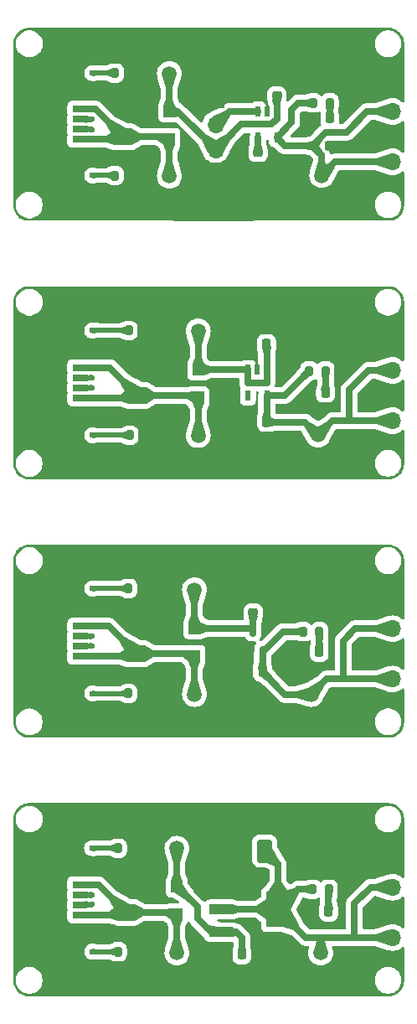
<source format=gtl>
%TF.GenerationSoftware,KiCad,Pcbnew,8.0.1*%
%TF.CreationDate,2024-04-26T14:53:14+08:00*%
%TF.ProjectId,UINIO-Power-LDO,55494e49-4f2d-4506-9f77-65722d4c444f,Version 1.0.0*%
%TF.SameCoordinates,PX7c793c0PY34d0820*%
%TF.FileFunction,Copper,L1,Top*%
%TF.FilePolarity,Positive*%
%FSLAX46Y46*%
G04 Gerber Fmt 4.6, Leading zero omitted, Abs format (unit mm)*
G04 Created by KiCad (PCBNEW 8.0.1) date 2024-04-26 14:53:14*
%MOMM*%
%LPD*%
G01*
G04 APERTURE LIST*
G04 Aperture macros list*
%AMRoundRect*
0 Rectangle with rounded corners*
0 $1 Rounding radius*
0 $2 $3 $4 $5 $6 $7 $8 $9 X,Y pos of 4 corners*
0 Add a 4 corners polygon primitive as box body*
4,1,4,$2,$3,$4,$5,$6,$7,$8,$9,$2,$3,0*
0 Add four circle primitives for the rounded corners*
1,1,$1+$1,$2,$3*
1,1,$1+$1,$4,$5*
1,1,$1+$1,$6,$7*
1,1,$1+$1,$8,$9*
0 Add four rect primitives between the rounded corners*
20,1,$1+$1,$2,$3,$4,$5,0*
20,1,$1+$1,$4,$5,$6,$7,0*
20,1,$1+$1,$6,$7,$8,$9,0*
20,1,$1+$1,$8,$9,$2,$3,0*%
G04 Aperture macros list end*
%TA.AperFunction,SMDPad,CuDef*%
%ADD10RoundRect,0.225000X-0.250000X0.225000X-0.250000X-0.225000X0.250000X-0.225000X0.250000X0.225000X0*%
%TD*%
%TA.AperFunction,SMDPad,CuDef*%
%ADD11R,2.366000X0.980000*%
%TD*%
%TA.AperFunction,SMDPad,CuDef*%
%ADD12R,2.366000X3.600000*%
%TD*%
%TA.AperFunction,SMDPad,CuDef*%
%ADD13RoundRect,0.225000X-0.225000X-0.250000X0.225000X-0.250000X0.225000X0.250000X-0.225000X0.250000X0*%
%TD*%
%TA.AperFunction,ComponentPad*%
%ADD14O,1.800000X1.000000*%
%TD*%
%TA.AperFunction,SMDPad,CuDef*%
%ADD15R,1.400000X0.700000*%
%TD*%
%TA.AperFunction,SMDPad,CuDef*%
%ADD16R,1.400000X0.800000*%
%TD*%
%TA.AperFunction,SMDPad,CuDef*%
%ADD17C,1.500000*%
%TD*%
%TA.AperFunction,SMDPad,CuDef*%
%ADD18RoundRect,0.225000X0.225000X0.250000X-0.225000X0.250000X-0.225000X-0.250000X0.225000X-0.250000X0*%
%TD*%
%TA.AperFunction,SMDPad,CuDef*%
%ADD19R,0.600000X1.000000*%
%TD*%
%TA.AperFunction,ComponentPad*%
%ADD20R,1.700000X1.700000*%
%TD*%
%TA.AperFunction,ComponentPad*%
%ADD21O,1.700000X1.700000*%
%TD*%
%TA.AperFunction,SMDPad,CuDef*%
%ADD22RoundRect,0.200000X-0.200000X-0.275000X0.200000X-0.275000X0.200000X0.275000X-0.200000X0.275000X0*%
%TD*%
%TA.AperFunction,SMDPad,CuDef*%
%ADD23RoundRect,0.200000X0.200000X0.275000X-0.200000X0.275000X-0.200000X-0.275000X0.200000X-0.275000X0*%
%TD*%
%TA.AperFunction,SMDPad,CuDef*%
%ADD24RoundRect,0.218750X-0.218750X-0.256250X0.218750X-0.256250X0.218750X0.256250X-0.218750X0.256250X0*%
%TD*%
%TA.AperFunction,SMDPad,CuDef*%
%ADD25RoundRect,0.250001X0.499999X0.924999X-0.499999X0.924999X-0.499999X-0.924999X0.499999X-0.924999X0*%
%TD*%
%TA.AperFunction,SMDPad,CuDef*%
%ADD26R,1.200000X1.200000*%
%TD*%
%TA.AperFunction,SMDPad,CuDef*%
%ADD27RoundRect,0.150000X0.150000X-0.512500X0.150000X0.512500X-0.150000X0.512500X-0.150000X-0.512500X0*%
%TD*%
%TA.AperFunction,SMDPad,CuDef*%
%ADD28RoundRect,0.225000X0.250000X-0.225000X0.250000X0.225000X-0.250000X0.225000X-0.250000X-0.225000X0*%
%TD*%
%TA.AperFunction,ViaPad*%
%ADD29C,0.800000*%
%TD*%
%TA.AperFunction,ViaPad*%
%ADD30C,0.600000*%
%TD*%
%TA.AperFunction,Conductor*%
%ADD31C,0.700000*%
%TD*%
%TA.AperFunction,Conductor*%
%ADD32C,0.500000*%
%TD*%
G04 APERTURE END LIST*
D10*
%TO.P,C5,1*%
%TO.N,GND-SGM2019*%
X21070000Y-5580000D03*
%TO.P,C5,2*%
%TO.N,Net-(D4-K)*%
X21070000Y-7130000D03*
%TD*%
D11*
%TO.P,U4,1,GND*%
%TO.N,GND-AMS1117*%
X15445000Y-87016667D03*
%TO.P,U4,2,Vout*%
%TO.N,VCC-AMS1117*%
X15445000Y-89316667D03*
%TO.P,U4,3,Vin*%
%TO.N,Net-(D6-K)*%
X15445000Y-91616667D03*
D12*
%TO.P,U4,4,Vout*%
%TO.N,VCC-AMS1117*%
X21171000Y-89316667D03*
%TD*%
D13*
%TO.P,C1,1*%
%TO.N,GND-ME6211*%
X18480000Y-32156667D03*
%TO.P,C1,2*%
%TO.N,Net-(D1-K)*%
X20030000Y-32156667D03*
%TD*%
D14*
%TO.P,USB3,1,GND*%
%TO.N,GND-SGM2019*%
X90000Y-5676667D03*
%TO.P,USB3,2,GND*%
X90000Y-14316667D03*
%TO.P,USB3,3,GND*%
X-3710000Y-5676667D03*
%TO.P,USB3,4,GND*%
X-3710000Y-14316667D03*
D15*
%TO.P,USB3,A5,CC1*%
%TO.N,Net-(USB3-CC1)*%
X1090000Y-9496667D03*
%TO.P,USB3,A9,VBUS*%
%TO.N,Net-(D4-A)*%
X1090000Y-11516667D03*
D16*
%TO.P,USB3,A12,GND*%
%TO.N,GND-SGM2019*%
X1090000Y-12746667D03*
D15*
%TO.P,USB3,B5,CC2*%
%TO.N,Net-(USB3-CC2)*%
X1090000Y-10496667D03*
%TO.P,USB3,B9,VBUS*%
%TO.N,Net-(D4-A)*%
X1090000Y-8476667D03*
D16*
%TO.P,USB3,B12,GND*%
%TO.N,GND-SGM2019*%
X1090000Y-7246667D03*
%TD*%
D17*
%TO.P,TP16,1,1*%
%TO.N,GND-XC6206*%
X24550000Y-57004999D03*
%TD*%
D18*
%TO.P,C4,1*%
%TO.N,VCC-XC6206*%
X19620000Y-65330000D03*
%TO.P,C4,2*%
%TO.N,GND-XC6206*%
X18070000Y-65330000D03*
%TD*%
D19*
%TO.P,U1,1,Vin*%
%TO.N,Net-(D1-K)*%
X20044800Y-34810000D03*
%TO.P,U1,2,Vss*%
%TO.N,GND-ME6211*%
X19094800Y-34810000D03*
%TO.P,U1,3,CE*%
%TO.N,Net-(D1-K)*%
X18144800Y-34810000D03*
%TO.P,U1,4,NC*%
%TO.N,unconnected-(U1-NC-Pad4)*%
X18144800Y-37410000D03*
%TO.P,U1,5,Vout*%
%TO.N,VCC-ME6211*%
X20044800Y-37410000D03*
%TD*%
D17*
%TO.P,TP15,1,1*%
%TO.N,GND-AMS1117*%
X25495000Y-83131667D03*
%TD*%
D20*
%TO.P,J7,1,Pin_1*%
%TO.N,GND-ME6211*%
X32770000Y-32310000D03*
D21*
%TO.P,J7,2,Pin_2*%
%TO.N,VCC-ME6211*%
X32770000Y-34850000D03*
%TO.P,J7,3,Pin_3*%
%TO.N,GND-ME6211*%
X32770000Y-37390000D03*
%TO.P,J7,4,Pin_4*%
%TO.N,VCC-ME6211*%
X32770000Y-39930000D03*
%TD*%
D22*
%TO.P,R4,1*%
%TO.N,Net-(USB2-CC2)*%
X6057000Y-67496667D03*
%TO.P,R4,2*%
%TO.N,GND-XC6206*%
X7707000Y-67496667D03*
%TD*%
D20*
%TO.P,J3,1,Pin_1*%
%TO.N,Net-(D4-A)*%
X5516750Y-11271667D03*
D21*
%TO.P,J3,2,Pin_2*%
%TO.N,GND-SGM2019*%
X5516750Y-8731667D03*
%TD*%
D20*
%TO.P,J9,1,Pin_1*%
%TO.N,GND-XC6206*%
X32770000Y-58423333D03*
D21*
%TO.P,J9,2,Pin_2*%
%TO.N,VCC-XC6206*%
X32770000Y-60963333D03*
%TO.P,J9,3,Pin_3*%
%TO.N,GND-XC6206*%
X32770000Y-63503333D03*
%TO.P,J9,4,Pin_4*%
%TO.N,VCC-XC6206*%
X32770000Y-66043333D03*
%TD*%
D13*
%TO.P,C3,1*%
%TO.N,GND-ME6211*%
X18480000Y-40086667D03*
%TO.P,C3,2*%
%TO.N,VCC-ME6211*%
X20030000Y-40086667D03*
%TD*%
%TO.P,C8,1*%
%TO.N,Net-(D6-K)*%
X17533000Y-93889667D03*
%TO.P,C8,2*%
%TO.N,GND-AMS1117*%
X19083000Y-93889667D03*
%TD*%
D22*
%TO.P,R9,1*%
%TO.N,Net-(USB4-CC2)*%
X5005000Y-93596667D03*
%TO.P,R9,2*%
%TO.N,GND-AMS1117*%
X6655000Y-93596667D03*
%TD*%
D17*
%TO.P,TP5,1,1*%
%TO.N,VCC-ME6211*%
X25237400Y-41416667D03*
%TD*%
D23*
%TO.P,R7,1*%
%TO.N,Net-(D3-A)*%
X25990000Y-34906667D03*
%TO.P,R7,2*%
%TO.N,VCC-ME6211*%
X24340000Y-34906667D03*
%TD*%
D22*
%TO.P,R5,1*%
%TO.N,Net-(USB3-CC1)*%
X4691750Y-4816667D03*
%TO.P,R5,2*%
%TO.N,GND-SGM2019*%
X6341750Y-4816667D03*
%TD*%
D17*
%TO.P,TP12,1,1*%
%TO.N,VCC-AMS1117*%
X25495000Y-93721667D03*
%TD*%
D18*
%TO.P,C7,1*%
%TO.N,GND-SGM2019*%
X26375000Y-12176667D03*
%TO.P,C7,2*%
%TO.N,VCC-SGM2019*%
X24825000Y-12176667D03*
%TD*%
D14*
%TO.P,USB4,1,GND*%
%TO.N,GND-AMS1117*%
X90000Y-84016667D03*
%TO.P,USB4,2,GND*%
X90000Y-92656667D03*
%TO.P,USB4,3,GND*%
X-3710000Y-84016667D03*
%TO.P,USB4,4,GND*%
X-3710000Y-92656667D03*
D15*
%TO.P,USB4,A5,CC1*%
%TO.N,Net-(USB4-CC1)*%
X1090000Y-87836667D03*
%TO.P,USB4,A9,VBUS*%
%TO.N,Net-(D6-A)*%
X1090000Y-89856667D03*
D16*
%TO.P,USB4,A12,GND*%
%TO.N,GND-AMS1117*%
X1090000Y-91086667D03*
D15*
%TO.P,USB4,B5,CC2*%
%TO.N,Net-(USB4-CC2)*%
X1090000Y-88836667D03*
%TO.P,USB4,B9,VBUS*%
%TO.N,Net-(D6-A)*%
X1090000Y-86816667D03*
D16*
%TO.P,USB4,B12,GND*%
%TO.N,GND-AMS1117*%
X1090000Y-85586667D03*
%TD*%
D24*
%TO.P,D5,1,K*%
%TO.N,GND-SGM2019*%
X24832500Y-9396667D03*
%TO.P,D5,2,A*%
%TO.N,Net-(D5-A)*%
X26407500Y-9396667D03*
%TD*%
D25*
%TO.P,C9,1*%
%TO.N,VCC-AMS1117*%
X19830000Y-83419667D03*
%TO.P,C9,2*%
%TO.N,GND-AMS1117*%
X16580000Y-83419667D03*
%TD*%
D20*
%TO.P,J1,1,Pin_1*%
%TO.N,Net-(D1-A)*%
X6997600Y-37385000D03*
D21*
%TO.P,J1,2,Pin_2*%
%TO.N,GND-ME6211*%
X6997600Y-34845000D03*
%TD*%
D20*
%TO.P,J5,1,Pin_1*%
%TO.N,GND-SGM2019*%
X32770000Y-6176667D03*
D21*
%TO.P,J5,2,Pin_2*%
%TO.N,VCC-SGM2019*%
X32770000Y-8716667D03*
%TO.P,J5,3,Pin_3*%
%TO.N,GND-SGM2019*%
X32770000Y-11256667D03*
%TO.P,J5,4,Pin_4*%
%TO.N,VCC-SGM2019*%
X32770000Y-13796667D03*
%TD*%
D24*
%TO.P,D8,1,K*%
%TO.N,GND-AMS1117*%
X24727500Y-89596667D03*
%TO.P,D8,2,A*%
%TO.N,Net-(D8-A)*%
X26302500Y-89596667D03*
%TD*%
D26*
%TO.P,D1,1,K*%
%TO.N,Net-(D1-K)*%
X13120200Y-34787500D03*
%TO.P,D1,2,A*%
%TO.N,Net-(D1-A)*%
X13120200Y-37587500D03*
%TD*%
D17*
%TO.P,TP11,1,1*%
%TO.N,Net-(D6-K)*%
X10958500Y-83131667D03*
%TD*%
D22*
%TO.P,R12,1*%
%TO.N,VCC-AMS1117*%
X24670000Y-87276667D03*
%TO.P,R12,2*%
%TO.N,Net-(D8-A)*%
X26320000Y-87276667D03*
%TD*%
D17*
%TO.P,TP9,1,1*%
%TO.N,Net-(D6-A)*%
X10958500Y-93721667D03*
%TD*%
D22*
%TO.P,R6,1*%
%TO.N,Net-(USB3-CC2)*%
X4691750Y-15176667D03*
%TO.P,R6,2*%
%TO.N,GND-SGM2019*%
X6341750Y-15176667D03*
%TD*%
D23*
%TO.P,R10,1*%
%TO.N,Net-(D5-A)*%
X26425000Y-7836667D03*
%TO.P,R10,2*%
%TO.N,VCC-SGM2019*%
X24775000Y-7836667D03*
%TD*%
D24*
%TO.P,D7,1,K*%
%TO.N,GND-XC6206*%
X23782500Y-63326667D03*
%TO.P,D7,2,A*%
%TO.N,Net-(D7-A)*%
X25357500Y-63326667D03*
%TD*%
D17*
%TO.P,TP1,1,1*%
%TO.N,Net-(D1-A)*%
X13120200Y-41438333D03*
%TD*%
%TO.P,TP3,1,1*%
%TO.N,Net-(D2-A)*%
X12739750Y-67604999D03*
%TD*%
%TO.P,TP8,1,1*%
%TO.N,Net-(D4-K)*%
X10200000Y-4871667D03*
%TD*%
D26*
%TO.P,D4,1,K*%
%TO.N,Net-(D4-K)*%
X10200000Y-8674167D03*
%TO.P,D4,2,A*%
%TO.N,Net-(D4-A)*%
X10200000Y-11474167D03*
%TD*%
D27*
%TO.P,U2,1,GND*%
%TO.N,GND-XC6206*%
X17722500Y-63360833D03*
%TO.P,U2,2,VO*%
%TO.N,VCC-XC6206*%
X19622500Y-63360833D03*
%TO.P,U2,3,VI*%
%TO.N,Net-(D2-K)*%
X18672500Y-61085833D03*
%TD*%
D26*
%TO.P,D2,1,K*%
%TO.N,Net-(D2-K)*%
X12739750Y-60900833D03*
%TO.P,D2,2,A*%
%TO.N,Net-(D2-A)*%
X12739750Y-63700833D03*
%TD*%
D20*
%TO.P,J2,1,Pin_1*%
%TO.N,Net-(D2-A)*%
X6882000Y-63498333D03*
D21*
%TO.P,J2,2,Pin_2*%
%TO.N,GND-XC6206*%
X6882000Y-60958333D03*
%TD*%
D22*
%TO.P,R3,1*%
%TO.N,Net-(USB2-CC1)*%
X6057000Y-56896667D03*
%TO.P,R3,2*%
%TO.N,GND-XC6206*%
X7707000Y-56896667D03*
%TD*%
%TO.P,R2,1*%
%TO.N,Net-(USB1-CC2)*%
X6170000Y-41416667D03*
%TO.P,R2,2*%
%TO.N,GND-ME6211*%
X7820000Y-41416667D03*
%TD*%
D20*
%TO.P,J4,1,Pin_1*%
%TO.N,GND-SGM2019*%
X14883250Y-7471667D03*
D21*
%TO.P,J4,2,Pin_2*%
%TO.N,Net-(J4-Pin_2)*%
X14883250Y-10011667D03*
%TO.P,J4,3,Pin_3*%
%TO.N,Net-(D4-K)*%
X14883250Y-12551667D03*
%TD*%
D17*
%TO.P,TP7,1,1*%
%TO.N,VCC-XC6206*%
X24550000Y-67604999D03*
%TD*%
D26*
%TO.P,D6,1,K*%
%TO.N,Net-(D6-K)*%
X10958500Y-87014167D03*
%TO.P,D6,2,A*%
%TO.N,Net-(D6-A)*%
X10958500Y-89814167D03*
%TD*%
D17*
%TO.P,TP4,1,1*%
%TO.N,Net-(D2-K)*%
X12739750Y-57004999D03*
%TD*%
D28*
%TO.P,C6,1*%
%TO.N,GND-SGM2019*%
X19170000Y-14405000D03*
%TO.P,C6,2*%
%TO.N,Net-(U3-FB)*%
X19170000Y-12855000D03*
%TD*%
D19*
%TO.P,U3,1,IN*%
%TO.N,Net-(D4-K)*%
X21068500Y-8696667D03*
%TO.P,U3,2,GND*%
%TO.N,GND-SGM2019*%
X20118500Y-8696667D03*
%TO.P,U3,3,EN*%
%TO.N,Net-(J4-Pin_2)*%
X19168500Y-8696667D03*
%TO.P,U3,4,FB*%
%TO.N,Net-(U3-FB)*%
X19168500Y-11296667D03*
%TO.P,U3,5,OUT*%
%TO.N,VCC-SGM2019*%
X21068500Y-11296667D03*
%TD*%
D20*
%TO.P,J8,1,Pin_1*%
%TO.N,GND-AMS1117*%
X32770000Y-84536667D03*
D21*
%TO.P,J8,2,Pin_2*%
%TO.N,VCC-AMS1117*%
X32770000Y-87076667D03*
%TO.P,J8,3,Pin_3*%
%TO.N,GND-AMS1117*%
X32770000Y-89616667D03*
%TO.P,J8,4,Pin_4*%
%TO.N,VCC-AMS1117*%
X32770000Y-92156667D03*
%TD*%
D23*
%TO.P,R8,1*%
%TO.N,GND-AMS1117*%
X6655000Y-83131667D03*
%TO.P,R8,2*%
%TO.N,Net-(USB4-CC1)*%
X5005000Y-83131667D03*
%TD*%
D20*
%TO.P,J6,1,Pin_1*%
%TO.N,Net-(D6-A)*%
X5830000Y-89611667D03*
D21*
%TO.P,J6,2,Pin_2*%
%TO.N,GND-AMS1117*%
X5830000Y-87071667D03*
%TD*%
D17*
%TO.P,TP13,1,1*%
%TO.N,GND-SGM2019*%
X25600000Y-4816667D03*
%TD*%
D28*
%TO.P,C2,1*%
%TO.N,Net-(D2-K)*%
X18670000Y-59370000D03*
%TO.P,C2,2*%
%TO.N,GND-XC6206*%
X18670000Y-57820000D03*
%TD*%
D17*
%TO.P,TP6,1,1*%
%TO.N,Net-(D4-A)*%
X10200000Y-15231667D03*
%TD*%
D22*
%TO.P,R1,1*%
%TO.N,Net-(USB1-CC1)*%
X6085000Y-30836667D03*
%TO.P,R1,2*%
%TO.N,GND-ME6211*%
X7735000Y-30836667D03*
%TD*%
D17*
%TO.P,TP14,1,1*%
%TO.N,GND-ME6211*%
X25152400Y-30836667D03*
%TD*%
D14*
%TO.P,USB2,1,GND*%
%TO.N,GND-XC6206*%
X90000Y-57903333D03*
%TO.P,USB2,2,GND*%
X90000Y-66543333D03*
%TO.P,USB2,3,GND*%
X-3710000Y-57903333D03*
%TO.P,USB2,4,GND*%
X-3710000Y-66543333D03*
D15*
%TO.P,USB2,A5,CC1*%
%TO.N,Net-(USB2-CC1)*%
X1090000Y-61723333D03*
%TO.P,USB2,A9,VBUS*%
%TO.N,Net-(D2-A)*%
X1090000Y-63743333D03*
D16*
%TO.P,USB2,A12,GND*%
%TO.N,GND-XC6206*%
X1090000Y-64973333D03*
D15*
%TO.P,USB2,B5,CC2*%
%TO.N,Net-(USB2-CC2)*%
X1090000Y-62723333D03*
%TO.P,USB2,B9,VBUS*%
%TO.N,Net-(D2-A)*%
X1090000Y-60703333D03*
D16*
%TO.P,USB2,B12,GND*%
%TO.N,GND-XC6206*%
X1090000Y-59473333D03*
%TD*%
D17*
%TO.P,TP2,1,1*%
%TO.N,Net-(D1-K)*%
X13120200Y-30858333D03*
%TD*%
D23*
%TO.P,R11,1*%
%TO.N,Net-(D7-A)*%
X25375000Y-61256667D03*
%TO.P,R11,2*%
%TO.N,VCC-XC6206*%
X23725000Y-61256667D03*
%TD*%
D17*
%TO.P,TP10,1,1*%
%TO.N,VCC-SGM2019*%
X25600000Y-15176667D03*
%TD*%
D24*
%TO.P,D3,1,K*%
%TO.N,GND-ME6211*%
X24397500Y-37136667D03*
%TO.P,D3,2,A*%
%TO.N,Net-(D3-A)*%
X25972500Y-37136667D03*
%TD*%
D14*
%TO.P,USB1,1,GND*%
%TO.N,GND-ME6211*%
X90000Y-31790000D03*
%TO.P,USB1,2,GND*%
X90000Y-40430000D03*
%TO.P,USB1,3,GND*%
X-3710000Y-31790000D03*
%TO.P,USB1,4,GND*%
X-3710000Y-40430000D03*
D15*
%TO.P,USB1,A5,CC1*%
%TO.N,Net-(USB1-CC1)*%
X1090000Y-35610000D03*
%TO.P,USB1,A9,VBUS*%
%TO.N,Net-(D1-A)*%
X1090000Y-37630000D03*
D16*
%TO.P,USB1,A12,GND*%
%TO.N,GND-ME6211*%
X1090000Y-38860000D03*
D15*
%TO.P,USB1,B5,CC2*%
%TO.N,Net-(USB1-CC2)*%
X1090000Y-36610000D03*
%TO.P,USB1,B9,VBUS*%
%TO.N,Net-(D1-A)*%
X1090000Y-34590000D03*
D16*
%TO.P,USB1,B12,GND*%
%TO.N,GND-ME6211*%
X1090000Y-33360000D03*
%TD*%
D29*
%TO.N,GND-SGM2019*%
X23870000Y-10600000D03*
D30*
%TO.N,Net-(USB3-CC1)*%
X2390000Y-9500000D03*
X2390000Y-4820000D03*
%TO.N,Net-(USB3-CC2)*%
X2390000Y-10520000D03*
X2390000Y-15170000D03*
%TO.N,Net-(USB2-CC2)*%
X2390000Y-67500000D03*
X2390000Y-62710000D03*
%TO.N,Net-(USB2-CC1)*%
X2390000Y-61710000D03*
X2390000Y-56900000D03*
%TO.N,Net-(USB1-CC2)*%
X2390000Y-36630000D03*
X2390000Y-41420000D03*
%TO.N,Net-(USB1-CC1)*%
X2390000Y-30830000D03*
X2390000Y-35610000D03*
%TO.N,Net-(USB4-CC1)*%
X2380000Y-87860000D03*
X2380000Y-83130000D03*
%TO.N,Net-(USB4-CC2)*%
X2390000Y-88830000D03*
X2390000Y-93590000D03*
%TD*%
D31*
%TO.N,Net-(D6-K)*%
X15445000Y-91616667D02*
X16966667Y-91616667D01*
X10958500Y-87014167D02*
X13030000Y-89085667D01*
X13030000Y-89085667D02*
X13030000Y-90270000D01*
X10958500Y-87014167D02*
X10958500Y-83131667D01*
X13030000Y-90270000D02*
X14376667Y-91616667D01*
X17533000Y-92183000D02*
X17533000Y-93889667D01*
X14376667Y-91616667D02*
X15445000Y-91616667D01*
X16966667Y-91616667D02*
X17533000Y-92183000D01*
%TO.N,GND-SGM2019*%
X24832500Y-9637500D02*
X23870000Y-10600000D01*
X24832500Y-9396667D02*
X24832500Y-9637500D01*
%TO.N,Net-(U3-FB)*%
X19168500Y-11296667D02*
X19168500Y-12853500D01*
%TO.N,GND-AMS1117*%
X15445000Y-87016667D02*
X16580000Y-85881667D01*
X16580000Y-85881667D02*
X16580000Y-83419667D01*
%TO.N,Net-(D2-K)*%
X12739750Y-60900833D02*
X12739750Y-57004999D01*
X12739750Y-60900833D02*
X18487500Y-60900833D01*
X18670000Y-61083333D02*
X18672500Y-61085833D01*
X18487500Y-60900833D02*
X18672500Y-61085833D01*
X18670000Y-59370000D02*
X18670000Y-61083333D01*
%TO.N,Net-(D1-A)*%
X13120200Y-37587500D02*
X13120200Y-41438333D01*
X4202600Y-34590000D02*
X6997600Y-37385000D01*
X6997600Y-37385000D02*
X12917700Y-37385000D01*
X1090000Y-37630000D02*
X6752600Y-37630000D01*
X1090000Y-34590000D02*
X4202600Y-34590000D01*
%TO.N,Net-(D2-A)*%
X1090000Y-60703333D02*
X4087000Y-60703333D01*
X1090000Y-63743333D02*
X6637000Y-63743333D01*
X6882000Y-63498333D02*
X12537250Y-63498333D01*
X12739750Y-67604999D02*
X12739750Y-63700833D01*
X4087000Y-60703333D02*
X6882000Y-63498333D01*
%TO.N,Net-(D3-A)*%
X25990000Y-34906667D02*
X25990000Y-37119167D01*
%TO.N,Net-(D4-A)*%
X5516750Y-11271667D02*
X9997500Y-11271667D01*
X2721750Y-8476667D02*
X5516750Y-11271667D01*
X1090000Y-11516667D02*
X5271750Y-11516667D01*
X1090000Y-8476667D02*
X2721750Y-8476667D01*
X10200000Y-15176667D02*
X10200000Y-11374167D01*
%TO.N,Net-(D5-A)*%
X26407500Y-9396667D02*
X26407500Y-7854167D01*
D32*
%TO.N,Net-(USB3-CC1)*%
X2386667Y-9496667D02*
X2390000Y-9500000D01*
X1090000Y-9496667D02*
X2386667Y-9496667D01*
X2390000Y-4820000D02*
X4688417Y-4820000D01*
%TO.N,Net-(USB3-CC2)*%
X1090000Y-10496667D02*
X2366667Y-10496667D01*
X2366667Y-10496667D02*
X2390000Y-10520000D01*
X2390000Y-15170000D02*
X4685083Y-15170000D01*
%TO.N,Net-(USB2-CC2)*%
X2390000Y-67500000D02*
X6053667Y-67500000D01*
X1090000Y-62723333D02*
X2376667Y-62723333D01*
X2376667Y-62723333D02*
X2390000Y-62710000D01*
%TO.N,Net-(USB2-CC1)*%
X1090000Y-61723333D02*
X2376667Y-61723333D01*
X2376667Y-61723333D02*
X2390000Y-61710000D01*
X2390000Y-56900000D02*
X6053667Y-56900000D01*
%TO.N,Net-(USB1-CC2)*%
X1090000Y-36610000D02*
X2370000Y-36610000D01*
X2390000Y-41420000D02*
X6166667Y-41420000D01*
X2370000Y-36610000D02*
X2390000Y-36630000D01*
%TO.N,Net-(USB1-CC1)*%
X1090000Y-35610000D02*
X2390000Y-35610000D01*
X2390000Y-30830000D02*
X6078333Y-30830000D01*
%TO.N,Net-(USB4-CC1)*%
X2380000Y-83130000D02*
X5003333Y-83130000D01*
X1090000Y-87836667D02*
X2356667Y-87836667D01*
X2356667Y-87836667D02*
X2380000Y-87860000D01*
%TO.N,Net-(USB4-CC2)*%
X2383333Y-88836667D02*
X2390000Y-88830000D01*
X1090000Y-88836667D02*
X2383333Y-88836667D01*
X2390000Y-93590000D02*
X4998333Y-93590000D01*
D31*
%TO.N,Net-(D1-K)*%
X13120200Y-34787500D02*
X18122300Y-34787500D01*
X20044800Y-34810000D02*
X20044800Y-32171467D01*
X13120200Y-34787500D02*
X13120200Y-30858333D01*
X18122300Y-34787500D02*
X18144800Y-34810000D01*
X18144800Y-34810000D02*
X18144800Y-36130000D01*
X18144800Y-36130000D02*
X20044800Y-36130000D01*
X20044800Y-36130000D02*
X20044800Y-34810000D01*
%TO.N,Net-(D4-K)*%
X14883250Y-12551667D02*
X17424917Y-10010000D01*
X10200000Y-8674167D02*
X11024167Y-8674167D01*
X21070000Y-8695167D02*
X21068500Y-8696667D01*
X10200000Y-8674167D02*
X10200000Y-4871667D01*
X21068500Y-9481500D02*
X21068500Y-8696667D01*
X21070000Y-7130000D02*
X21070000Y-8695167D01*
X11024167Y-8674167D02*
X14883250Y-12533250D01*
X20540000Y-10010000D02*
X21068500Y-9481500D01*
X17424917Y-10010000D02*
X20540000Y-10010000D01*
%TO.N,Net-(J4-Pin_2)*%
X19168500Y-8696667D02*
X16313333Y-8696667D01*
X16313333Y-8696667D02*
X14998333Y-10011667D01*
%TO.N,VCC-ME6211*%
X20044800Y-37410000D02*
X21836667Y-37410000D01*
X20044800Y-37410000D02*
X20044800Y-40071867D01*
X28370000Y-39930000D02*
X32770000Y-39930000D01*
X32770000Y-34850000D02*
X30330000Y-34850000D01*
X25237400Y-41416667D02*
X26724067Y-39930000D01*
X30330000Y-34850000D02*
X28370000Y-36810000D01*
X28370000Y-36810000D02*
X28370000Y-39930000D01*
X23907400Y-40086667D02*
X25237400Y-41416667D01*
X26724067Y-39930000D02*
X28370000Y-39930000D01*
X20030000Y-40086667D02*
X23907400Y-40086667D01*
X21836667Y-37410000D02*
X24340000Y-34906667D01*
%TO.N,VCC-XC6206*%
X19620000Y-65330000D02*
X19620000Y-63363333D01*
X27770000Y-62180000D02*
X27770000Y-66043333D01*
X21894999Y-67604999D02*
X24550000Y-67604999D01*
X19622500Y-63360833D02*
X19622500Y-63337500D01*
X27770000Y-66043333D02*
X32770000Y-66043333D01*
X26111666Y-66043333D02*
X27770000Y-66043333D01*
X19622500Y-63337500D02*
X21703333Y-61256667D01*
X19620000Y-63363333D02*
X19622500Y-63360833D01*
X24550000Y-67604999D02*
X26111666Y-66043333D01*
X21703333Y-61256667D02*
X23725000Y-61256667D01*
X28986667Y-60963333D02*
X27770000Y-62180000D01*
X32770000Y-60963333D02*
X28986667Y-60963333D01*
X19620000Y-65330000D02*
X21894999Y-67604999D01*
%TO.N,VCC-SGM2019*%
X30173333Y-8716667D02*
X32770000Y-8716667D01*
X24825000Y-12007995D02*
X26042995Y-10790000D01*
X22560000Y-9805167D02*
X21068500Y-11296667D01*
X28100000Y-10790000D02*
X30173333Y-8716667D01*
X24825000Y-12176667D02*
X24825000Y-12007995D01*
X26042995Y-10790000D02*
X28100000Y-10790000D01*
X25600000Y-15176667D02*
X26976667Y-13800000D01*
X21068500Y-11348500D02*
X21896667Y-12176667D01*
X21896667Y-12176667D02*
X24825000Y-12176667D01*
X24825000Y-12176667D02*
X24825000Y-12345339D01*
X24825000Y-12345339D02*
X25600000Y-13120339D01*
X25600000Y-13120339D02*
X25600000Y-15176667D01*
X22560000Y-8500000D02*
X22560000Y-9805167D01*
X21068500Y-11296667D02*
X21068500Y-11348500D01*
X24775000Y-7836667D02*
X23223333Y-7836667D01*
X26976667Y-13800000D02*
X32766667Y-13800000D01*
X23223333Y-7836667D02*
X22560000Y-8500000D01*
%TO.N,VCC-AMS1117*%
X28020000Y-92156667D02*
X28920000Y-92156667D01*
X15445000Y-89316667D02*
X21171000Y-89316667D01*
X19830000Y-83419667D02*
X21171000Y-84760667D01*
X25495000Y-93721667D02*
X25495000Y-92161667D01*
X28020000Y-92156667D02*
X32770000Y-92156667D01*
X21171000Y-84760667D02*
X21171000Y-89316667D01*
X21171000Y-89316667D02*
X23211000Y-87276667D01*
X23211000Y-87276667D02*
X24670000Y-87276667D01*
X25490000Y-92156667D02*
X28020000Y-92156667D01*
X25495000Y-92161667D02*
X25490000Y-92156667D01*
X28920000Y-92156667D02*
X28920000Y-88730000D01*
X21176667Y-89316667D02*
X24016667Y-92156667D01*
X30573333Y-87076667D02*
X32770000Y-87076667D01*
X28920000Y-88730000D02*
X30573333Y-87076667D01*
X24016667Y-92156667D02*
X25490000Y-92156667D01*
%TO.N,Net-(D7-A)*%
X25375000Y-61256667D02*
X25375000Y-63309167D01*
%TO.N,Net-(D8-A)*%
X26302500Y-89596667D02*
X26302500Y-87294167D01*
%TO.N,Net-(D6-A)*%
X5830000Y-89611667D02*
X10756000Y-89611667D01*
X1090000Y-86816667D02*
X3035000Y-86816667D01*
X10958500Y-89814167D02*
X10958500Y-93721667D01*
X1090000Y-89856667D02*
X5585000Y-89856667D01*
X3035000Y-86816667D02*
X5830000Y-89611667D01*
%TD*%
%TA.AperFunction,Conductor*%
%TO.N,Net-(D2-K)*%
G36*
X13090223Y-59704260D02*
G01*
X13092750Y-59708033D01*
X13336739Y-60293607D01*
X13336758Y-60302562D01*
X13334219Y-60306373D01*
X12748030Y-60893539D01*
X12739760Y-60896973D01*
X12731484Y-60893553D01*
X12731470Y-60893539D01*
X12612244Y-60774115D01*
X12145279Y-60306371D01*
X12141860Y-60298097D01*
X12142759Y-60293610D01*
X12386750Y-59708033D01*
X12393095Y-59701714D01*
X12397550Y-59700833D01*
X13081950Y-59700833D01*
X13090223Y-59704260D01*
G37*
%TD.AperFunction*%
%TD*%
%TA.AperFunction,Conductor*%
%TO.N,Net-(USB2-CC2)*%
G36*
X5705207Y-67101217D02*
G01*
X5708781Y-67103938D01*
X6051131Y-67488942D01*
X6054068Y-67497402D01*
X6051181Y-67504435D01*
X5710697Y-67892316D01*
X5702664Y-67896273D01*
X5698235Y-67895708D01*
X5265031Y-67752652D01*
X5258250Y-67746804D01*
X5257000Y-67741542D01*
X5257000Y-67258379D01*
X5260427Y-67250106D01*
X5264930Y-67247303D01*
X5696273Y-67100636D01*
X5705207Y-67101217D01*
G37*
%TD.AperFunction*%
%TD*%
%TA.AperFunction,Conductor*%
%TO.N,Net-(USB3-CC1)*%
G36*
X2385948Y-9203753D02*
G01*
X2390007Y-9211735D01*
X2390042Y-9212604D01*
X2391000Y-9500000D01*
X2391000Y-9500078D01*
X2390042Y-9787255D01*
X2386588Y-9795517D01*
X2378303Y-9798916D01*
X2377305Y-9798870D01*
X1801326Y-9747615D01*
X1793389Y-9743468D01*
X1790663Y-9735961D01*
X1790663Y-9257491D01*
X1794090Y-9249218D01*
X1801453Y-9245826D01*
X2377435Y-9200978D01*
X2385948Y-9203753D01*
G37*
%TD.AperFunction*%
%TD*%
%TA.AperFunction,Conductor*%
%TO.N,Net-(USB3-CC1)*%
G36*
X1797108Y-9148698D02*
G01*
X2131514Y-9244242D01*
X2138528Y-9249810D01*
X2140000Y-9255492D01*
X2140000Y-9737841D01*
X2136573Y-9746114D01*
X2131514Y-9749091D01*
X1794371Y-9845417D01*
X1785931Y-9844635D01*
X1468226Y-9686010D01*
X1109964Y-9507134D01*
X1104094Y-9500373D01*
X1104723Y-9491441D01*
X1109964Y-9486199D01*
X1785932Y-9148697D01*
X1794371Y-9147916D01*
X1797108Y-9148698D01*
G37*
%TD.AperFunction*%
%TD*%
%TA.AperFunction,Conductor*%
%TO.N,VCC-SGM2019*%
G36*
X25949422Y-13680094D02*
G01*
X25952408Y-13685184D01*
X26290083Y-14879655D01*
X26289036Y-14888549D01*
X26283315Y-14893642D01*
X25604491Y-15175800D01*
X25595536Y-15175811D01*
X25595509Y-15175800D01*
X24916684Y-14893642D01*
X24910360Y-14887302D01*
X24909916Y-14879657D01*
X25247592Y-13685183D01*
X25253140Y-13678155D01*
X25258851Y-13676667D01*
X25941149Y-13676667D01*
X25949422Y-13680094D01*
G37*
%TD.AperFunction*%
%TD*%
%TA.AperFunction,Conductor*%
%TO.N,Net-(USB2-CC2)*%
G36*
X2385698Y-62413902D02*
G01*
X2389978Y-62421767D01*
X2390043Y-62422962D01*
X2391000Y-62710000D01*
X2391000Y-62710078D01*
X2390041Y-62997601D01*
X2386587Y-63005863D01*
X2378302Y-63009262D01*
X2377624Y-63009240D01*
X1803635Y-62974007D01*
X1795588Y-62970080D01*
X1792652Y-62962329D01*
X1792652Y-62483858D01*
X1796079Y-62475585D01*
X1803117Y-62472223D01*
X2377110Y-62411366D01*
X2385698Y-62413902D01*
G37*
%TD.AperFunction*%
%TD*%
%TA.AperFunction,Conductor*%
%TO.N,Net-(USB1-CC1)*%
G36*
X2402618Y-30531051D02*
G01*
X2979272Y-30579106D01*
X2987232Y-30583208D01*
X2990000Y-30590766D01*
X2990000Y-31069234D01*
X2986573Y-31077507D01*
X2979272Y-31080894D01*
X2402629Y-31128947D01*
X2394099Y-31126219D01*
X2389997Y-31118259D01*
X2389957Y-31117345D01*
X2389000Y-30830000D01*
X2389957Y-30542671D01*
X2393411Y-30534411D01*
X2401696Y-30531012D01*
X2402618Y-30531051D01*
G37*
%TD.AperFunction*%
%TD*%
%TA.AperFunction,Conductor*%
%TO.N,Net-(U3-FB)*%
G36*
X19516945Y-11958427D02*
G01*
X19520195Y-11964680D01*
X19567839Y-12236642D01*
X19618195Y-12524089D01*
X19616248Y-12532829D01*
X19613522Y-12535592D01*
X19176825Y-12851068D01*
X19168112Y-12853135D01*
X19163156Y-12851092D01*
X18725411Y-12537185D01*
X18720685Y-12529579D01*
X18720696Y-12525705D01*
X18816834Y-11964724D01*
X18821609Y-11957148D01*
X18828366Y-11955000D01*
X19508672Y-11955000D01*
X19516945Y-11958427D01*
G37*
%TD.AperFunction*%
%TD*%
%TA.AperFunction,Conductor*%
%TO.N,Net-(D6-A)*%
G36*
X4634132Y-87917331D02*
G01*
X6172861Y-88756637D01*
X6178483Y-88763607D01*
X6178072Y-88771375D01*
X5832562Y-89607882D01*
X5826236Y-89614220D01*
X5826215Y-89614229D01*
X4989708Y-89959739D01*
X4980753Y-89959730D01*
X4974970Y-89954528D01*
X4135664Y-88415799D01*
X4134710Y-88406895D01*
X4137660Y-88401925D01*
X4620257Y-87919328D01*
X4628529Y-87915902D01*
X4634132Y-87917331D01*
G37*
%TD.AperFunction*%
%TD*%
%TA.AperFunction,Conductor*%
%TO.N,Net-(D2-A)*%
G36*
X12142893Y-63104022D02*
G01*
X12143565Y-63104642D01*
X12731731Y-63691829D01*
X12735165Y-63700099D01*
X12731745Y-63708375D01*
X12731010Y-63709051D01*
X12146139Y-64202575D01*
X12137606Y-64205291D01*
X12132579Y-64203668D01*
X11545435Y-63851740D01*
X11540101Y-63844548D01*
X11539750Y-63841705D01*
X11539750Y-63159143D01*
X11543177Y-63150870D01*
X11550524Y-63147479D01*
X12134377Y-63101258D01*
X12142893Y-63104022D01*
G37*
%TD.AperFunction*%
%TD*%
%TA.AperFunction,Conductor*%
%TO.N,Net-(USB4-CC2)*%
G36*
X2402618Y-93291051D02*
G01*
X2979272Y-93339106D01*
X2987232Y-93343208D01*
X2990000Y-93350766D01*
X2990000Y-93829234D01*
X2986573Y-93837507D01*
X2979272Y-93840894D01*
X2402629Y-93888947D01*
X2394099Y-93886219D01*
X2389997Y-93878259D01*
X2389957Y-93877345D01*
X2389000Y-93590000D01*
X2389957Y-93302671D01*
X2393411Y-93294411D01*
X2401696Y-93291012D01*
X2402618Y-93291051D01*
G37*
%TD.AperFunction*%
%TD*%
%TA.AperFunction,Conductor*%
%TO.N,VCC-ME6211*%
G36*
X20360100Y-39637916D02*
G01*
X20920299Y-39734986D01*
X20927864Y-39739774D01*
X20930000Y-39746513D01*
X20930000Y-40426820D01*
X20926573Y-40435093D01*
X20920298Y-40438348D01*
X20360103Y-40535416D01*
X20351366Y-40533452D01*
X20348609Y-40530723D01*
X20033919Y-40093502D01*
X20031867Y-40084785D01*
X20033919Y-40079832D01*
X20273825Y-39746513D01*
X20348609Y-39642609D01*
X20356223Y-39637897D01*
X20360100Y-39637916D01*
G37*
%TD.AperFunction*%
%TD*%
%TA.AperFunction,Conductor*%
%TO.N,VCC-ME6211*%
G36*
X24431949Y-40112838D02*
G01*
X25515344Y-40718685D01*
X25520892Y-40725714D01*
X25520448Y-40733361D01*
X25239962Y-41412878D01*
X25233638Y-41419218D01*
X25233611Y-41419229D01*
X24554094Y-41699715D01*
X24545139Y-41699704D01*
X24539419Y-41694611D01*
X23933571Y-40611217D01*
X23932525Y-40602326D01*
X23935509Y-40597238D01*
X24417970Y-40114777D01*
X24426242Y-40111351D01*
X24431949Y-40112838D01*
G37*
%TD.AperFunction*%
%TD*%
%TA.AperFunction,Conductor*%
%TO.N,Net-(USB4-CC1)*%
G36*
X1797108Y-87488698D02*
G01*
X2131514Y-87584242D01*
X2138528Y-87589810D01*
X2140000Y-87595492D01*
X2140000Y-88077841D01*
X2136573Y-88086114D01*
X2131514Y-88089091D01*
X1794371Y-88185417D01*
X1785931Y-88184635D01*
X1468226Y-88026010D01*
X1109964Y-87847134D01*
X1104094Y-87840373D01*
X1104723Y-87831441D01*
X1109964Y-87826199D01*
X1785932Y-87488697D01*
X1794371Y-87487916D01*
X1797108Y-87488698D01*
G37*
%TD.AperFunction*%
%TD*%
%TA.AperFunction,Conductor*%
%TO.N,Net-(D2-K)*%
G36*
X13346973Y-60303842D02*
G01*
X13932550Y-60547833D01*
X13938869Y-60554178D01*
X13939750Y-60558633D01*
X13939750Y-61243033D01*
X13936323Y-61251306D01*
X13932550Y-61253833D01*
X13346975Y-61497822D01*
X13338020Y-61497841D01*
X13334211Y-61495303D01*
X12747042Y-60909111D01*
X12743609Y-60900843D01*
X12747028Y-60892568D01*
X13334212Y-60306361D01*
X13342485Y-60302943D01*
X13346973Y-60303842D01*
G37*
%TD.AperFunction*%
%TD*%
%TA.AperFunction,Conductor*%
%TO.N,Net-(USB4-CC2)*%
G36*
X4656143Y-93196819D02*
G01*
X4659653Y-93199556D01*
X4999205Y-93588877D01*
X5002060Y-93597364D01*
X4999105Y-93604370D01*
X4655822Y-93987929D01*
X4647751Y-93991808D01*
X4643289Y-93991186D01*
X4212885Y-93842719D01*
X4206181Y-93836782D01*
X4205000Y-93831659D01*
X4205000Y-93348497D01*
X4208427Y-93340224D01*
X4213080Y-93337371D01*
X4647217Y-93196120D01*
X4656143Y-93196819D01*
G37*
%TD.AperFunction*%
%TD*%
%TA.AperFunction,Conductor*%
%TO.N,Net-(J4-Pin_2)*%
G36*
X15889645Y-8636790D02*
G01*
X16372520Y-9119665D01*
X16375947Y-9127938D01*
X16374339Y-9133858D01*
X15673698Y-10328169D01*
X15666556Y-10333571D01*
X15659140Y-10333063D01*
X14887035Y-10014229D01*
X14880697Y-10007905D01*
X14562301Y-9236859D01*
X14562310Y-9227905D01*
X14568321Y-9221721D01*
X15876580Y-8634388D01*
X15885531Y-8634127D01*
X15889645Y-8636790D01*
G37*
%TD.AperFunction*%
%TD*%
%TA.AperFunction,Conductor*%
%TO.N,VCC-SGM2019*%
G36*
X24425168Y-7439829D02*
G01*
X24426627Y-7441217D01*
X24468719Y-7488860D01*
X24769155Y-7828920D01*
X24772065Y-7837389D01*
X24769155Y-7844414D01*
X24426632Y-8232111D01*
X24418586Y-8236042D01*
X24416565Y-8235992D01*
X23985401Y-8187828D01*
X23977560Y-8183504D01*
X23975000Y-8176200D01*
X23975000Y-7497133D01*
X23978427Y-7488860D01*
X23985400Y-7485505D01*
X24416567Y-7437341D01*
X24425168Y-7439829D01*
G37*
%TD.AperFunction*%
%TD*%
%TA.AperFunction,Conductor*%
%TO.N,VCC-AMS1117*%
G36*
X17109514Y-88964242D02*
G01*
X17116528Y-88969810D01*
X17118000Y-88975492D01*
X17118000Y-89657841D01*
X17114573Y-89666114D01*
X17109514Y-89669091D01*
X16631920Y-89805546D01*
X16624232Y-89805107D01*
X15910349Y-89509666D01*
X15470121Y-89327477D01*
X15463788Y-89321148D01*
X15463785Y-89312193D01*
X15470114Y-89305859D01*
X16624233Y-88828225D01*
X16631920Y-88827787D01*
X17109514Y-88964242D01*
G37*
%TD.AperFunction*%
%TD*%
%TA.AperFunction,Conductor*%
%TO.N,Net-(D6-A)*%
G36*
X4987096Y-88881606D02*
G01*
X5821483Y-89603434D01*
X5825498Y-89611438D01*
X5822676Y-89619937D01*
X5822096Y-89620560D01*
X4984941Y-90456731D01*
X4976666Y-90460153D01*
X4973311Y-90459660D01*
X4138338Y-90209168D01*
X4131398Y-90203508D01*
X4130000Y-90197961D01*
X4130000Y-89512551D01*
X4133427Y-89504278D01*
X4134725Y-89503158D01*
X4972467Y-88881060D01*
X4981151Y-88878880D01*
X4987096Y-88881606D01*
G37*
%TD.AperFunction*%
%TD*%
%TA.AperFunction,Conductor*%
%TO.N,Net-(USB3-CC2)*%
G36*
X2386235Y-10223598D02*
G01*
X2390028Y-10231709D01*
X2390040Y-10232194D01*
X2391000Y-10520000D01*
X2391000Y-10520078D01*
X2390043Y-10806815D01*
X2386588Y-10815077D01*
X2378304Y-10818476D01*
X2376913Y-10818388D01*
X1804911Y-10747932D01*
X1797119Y-10743520D01*
X1794641Y-10736320D01*
X1794641Y-10257854D01*
X1798068Y-10249581D01*
X1805815Y-10246166D01*
X2377817Y-10220545D01*
X2386235Y-10223598D01*
G37*
%TD.AperFunction*%
%TD*%
%TA.AperFunction,Conductor*%
%TO.N,Net-(D8-A)*%
G36*
X26326768Y-87280931D02*
G01*
X26708809Y-87578031D01*
X26713237Y-87585815D01*
X26713259Y-87588522D01*
X26653627Y-88141222D01*
X26649333Y-88149080D01*
X26641995Y-88151667D01*
X25963584Y-88151667D01*
X25955311Y-88148240D01*
X25951901Y-88140600D01*
X25921996Y-87588522D01*
X25920354Y-87558208D01*
X25923328Y-87549762D01*
X25925389Y-87547948D01*
X26312942Y-87280536D01*
X26321697Y-87278659D01*
X26326768Y-87280931D01*
G37*
%TD.AperFunction*%
%TD*%
%TA.AperFunction,Conductor*%
%TO.N,Net-(D4-A)*%
G36*
X10549422Y-13735094D02*
G01*
X10552408Y-13740184D01*
X10890083Y-14934655D01*
X10889036Y-14943549D01*
X10883315Y-14948642D01*
X10204491Y-15230800D01*
X10195536Y-15230811D01*
X10195509Y-15230800D01*
X9516684Y-14948642D01*
X9510360Y-14942302D01*
X9509916Y-14934657D01*
X9847592Y-13740183D01*
X9853140Y-13733155D01*
X9858851Y-13731667D01*
X10541149Y-13731667D01*
X10549422Y-13735094D01*
G37*
%TD.AperFunction*%
%TD*%
%TA.AperFunction,Conductor*%
%TO.N,VCC-ME6211*%
G36*
X23947735Y-34744166D02*
G01*
X24334844Y-34903546D01*
X24341189Y-34909864D01*
X24341885Y-34912190D01*
X24429428Y-35375018D01*
X24427599Y-35383783D01*
X24425550Y-35386072D01*
X23941409Y-35801401D01*
X23932899Y-35804187D01*
X23925518Y-35800794D01*
X23445954Y-35321230D01*
X23442527Y-35312957D01*
X23445426Y-35305247D01*
X23934485Y-34747273D01*
X23942515Y-34743311D01*
X23947735Y-34744166D01*
G37*
%TD.AperFunction*%
%TD*%
%TA.AperFunction,Conductor*%
%TO.N,Net-(D4-K)*%
G36*
X15843902Y-11108156D02*
G01*
X16326760Y-11591014D01*
X16330187Y-11599287D01*
X16328872Y-11604677D01*
X15673487Y-12867431D01*
X15666634Y-12873195D01*
X15658636Y-12872855D01*
X14887035Y-12554229D01*
X14880697Y-12547905D01*
X14562061Y-11776278D01*
X14562070Y-11767325D01*
X14567483Y-11761431D01*
X15830241Y-11106043D01*
X15839161Y-11105275D01*
X15843902Y-11108156D01*
G37*
%TD.AperFunction*%
%TD*%
%TA.AperFunction,Conductor*%
%TO.N,Net-(D4-A)*%
G36*
X4673846Y-10541606D02*
G01*
X5508233Y-11263434D01*
X5512248Y-11271438D01*
X5509426Y-11279937D01*
X5508846Y-11280560D01*
X4671691Y-12116731D01*
X4663416Y-12120153D01*
X4660061Y-12119660D01*
X3825088Y-11869168D01*
X3818148Y-11863508D01*
X3816750Y-11857961D01*
X3816750Y-11172551D01*
X3820177Y-11164278D01*
X3821475Y-11163158D01*
X4659217Y-10541060D01*
X4667901Y-10538880D01*
X4673846Y-10541606D01*
G37*
%TD.AperFunction*%
%TD*%
%TA.AperFunction,Conductor*%
%TO.N,Net-(D1-K)*%
G36*
X13803516Y-31141358D02*
G01*
X13809839Y-31147697D01*
X13810283Y-31155344D01*
X13472608Y-32349816D01*
X13467060Y-32356845D01*
X13461349Y-32358333D01*
X12779051Y-32358333D01*
X12770778Y-32354906D01*
X12767792Y-32349816D01*
X12430116Y-31155344D01*
X12431163Y-31146450D01*
X12436881Y-31141359D01*
X13115710Y-30859198D01*
X13124662Y-30859188D01*
X13803516Y-31141358D01*
G37*
%TD.AperFunction*%
%TD*%
%TA.AperFunction,Conductor*%
%TO.N,Net-(USB1-CC2)*%
G36*
X1797108Y-36262031D02*
G01*
X2131514Y-36357575D01*
X2138528Y-36363143D01*
X2140000Y-36368825D01*
X2140000Y-36851174D01*
X2136573Y-36859447D01*
X2131514Y-36862424D01*
X1794371Y-36958750D01*
X1785931Y-36957968D01*
X1109965Y-36620467D01*
X1104094Y-36613705D01*
X1104723Y-36604773D01*
X1109962Y-36599533D01*
X1785932Y-36262030D01*
X1794371Y-36261249D01*
X1797108Y-36262031D01*
G37*
%TD.AperFunction*%
%TD*%
%TA.AperFunction,Conductor*%
%TO.N,Net-(D6-K)*%
G36*
X11558509Y-86769342D02*
G01*
X11563803Y-86773733D01*
X12225037Y-87782985D01*
X12226704Y-87791783D01*
X12223523Y-87797670D01*
X11742003Y-88279190D01*
X11733730Y-88282617D01*
X11727318Y-88280704D01*
X10718066Y-87619470D01*
X10713024Y-87612069D01*
X10713661Y-87605223D01*
X10955937Y-87017957D01*
X10962260Y-87011617D01*
X11549555Y-86769329D01*
X11558509Y-86769342D01*
G37*
%TD.AperFunction*%
%TD*%
%TA.AperFunction,Conductor*%
%TO.N,VCC-SGM2019*%
G36*
X32443418Y-7935375D02*
G01*
X32448833Y-7941271D01*
X32769134Y-8712178D01*
X32769143Y-8721133D01*
X32769134Y-8721156D01*
X32448833Y-9492062D01*
X32442494Y-9498387D01*
X32434496Y-9498727D01*
X31078168Y-9069253D01*
X31071315Y-9063489D01*
X31070000Y-9058099D01*
X31070000Y-8375234D01*
X31073427Y-8366961D01*
X31078165Y-8364081D01*
X32434496Y-7934606D01*
X32443418Y-7935375D01*
G37*
%TD.AperFunction*%
%TD*%
%TA.AperFunction,Conductor*%
%TO.N,Net-(D2-A)*%
G36*
X12748014Y-63708111D02*
G01*
X13334219Y-64295293D01*
X13337639Y-64303568D01*
X13336739Y-64308058D01*
X13092750Y-64893633D01*
X13086405Y-64899952D01*
X13081950Y-64900833D01*
X12397550Y-64900833D01*
X12389277Y-64897406D01*
X12386750Y-64893633D01*
X12142760Y-64308058D01*
X12142741Y-64299103D01*
X12145276Y-64295297D01*
X12731471Y-63708125D01*
X12739740Y-63704692D01*
X12748014Y-63708111D01*
G37*
%TD.AperFunction*%
%TD*%
%TA.AperFunction,Conductor*%
%TO.N,VCC-XC6206*%
G36*
X20070753Y-65146999D02*
G01*
X20075468Y-65150588D01*
X20573411Y-65786664D01*
X20575812Y-65795291D01*
X20572471Y-65802149D01*
X20092109Y-66282511D01*
X20083836Y-66285938D01*
X20076675Y-66283490D01*
X19465191Y-65810100D01*
X19460748Y-65802326D01*
X19461268Y-65797108D01*
X19617589Y-65334336D01*
X19623483Y-65327596D01*
X19624197Y-65327272D01*
X20061798Y-65146982D01*
X20070753Y-65146999D01*
G37*
%TD.AperFunction*%
%TD*%
%TA.AperFunction,Conductor*%
%TO.N,VCC-AMS1117*%
G36*
X25844422Y-92225094D02*
G01*
X25847408Y-92230184D01*
X26185083Y-93424655D01*
X26184036Y-93433549D01*
X26178315Y-93438642D01*
X25499491Y-93720800D01*
X25490536Y-93720811D01*
X25490509Y-93720800D01*
X24811684Y-93438642D01*
X24805360Y-93432302D01*
X24804916Y-93424657D01*
X25142592Y-92230183D01*
X25148140Y-92223155D01*
X25153851Y-92221667D01*
X25836149Y-92221667D01*
X25844422Y-92225094D01*
G37*
%TD.AperFunction*%
%TD*%
%TA.AperFunction,Conductor*%
%TO.N,VCC-AMS1117*%
G36*
X22815969Y-87181989D02*
G01*
X22818398Y-87183852D01*
X23302583Y-87668037D01*
X23306010Y-87676310D01*
X23304735Y-87681621D01*
X22358003Y-89540022D01*
X22351194Y-89545838D01*
X22345342Y-89546195D01*
X21181998Y-89319653D01*
X21174532Y-89314708D01*
X21172750Y-89305933D01*
X21172780Y-89305783D01*
X21555287Y-87523654D01*
X21560372Y-87516286D01*
X21563685Y-87514814D01*
X22807091Y-87180826D01*
X22815969Y-87181989D01*
G37*
%TD.AperFunction*%
%TD*%
%TA.AperFunction,Conductor*%
%TO.N,Net-(D7-A)*%
G36*
X25722755Y-62417594D02*
G01*
X25726116Y-62424626D01*
X25794199Y-63062914D01*
X25791669Y-63071504D01*
X25788495Y-63074241D01*
X25363775Y-63323976D01*
X25354907Y-63325215D01*
X25351416Y-63323665D01*
X24931671Y-63047596D01*
X24926642Y-63040187D01*
X24926544Y-63035994D01*
X25023437Y-62424036D01*
X25028115Y-62416402D01*
X25034993Y-62414167D01*
X25714482Y-62414167D01*
X25722755Y-62417594D01*
G37*
%TD.AperFunction*%
%TD*%
%TA.AperFunction,Conductor*%
%TO.N,VCC-ME6211*%
G36*
X32443418Y-34068708D02*
G01*
X32448833Y-34074604D01*
X32769134Y-34845511D01*
X32769143Y-34854466D01*
X32769134Y-34854489D01*
X32448833Y-35625395D01*
X32442494Y-35631720D01*
X32434496Y-35632060D01*
X31078168Y-35202586D01*
X31071315Y-35196822D01*
X31070000Y-35191432D01*
X31070000Y-34508567D01*
X31073427Y-34500294D01*
X31078165Y-34497414D01*
X32434496Y-34067939D01*
X32443418Y-34068708D01*
G37*
%TD.AperFunction*%
%TD*%
%TA.AperFunction,Conductor*%
%TO.N,Net-(D6-K)*%
G36*
X17881178Y-92968094D02*
G01*
X17884479Y-92974652D01*
X17981815Y-93631671D01*
X17979637Y-93640357D01*
X17975940Y-93643604D01*
X17538699Y-93887488D01*
X17529805Y-93888525D01*
X17527301Y-93887488D01*
X17090059Y-93643604D01*
X17084503Y-93636581D01*
X17084184Y-93631673D01*
X17181521Y-92974652D01*
X17186124Y-92966971D01*
X17193095Y-92964667D01*
X17872905Y-92964667D01*
X17881178Y-92968094D01*
G37*
%TD.AperFunction*%
%TD*%
%TA.AperFunction,Conductor*%
%TO.N,VCC-XC6206*%
G36*
X24261882Y-66915962D02*
G01*
X24266975Y-66921683D01*
X24549133Y-67600508D01*
X24549144Y-67609463D01*
X24549133Y-67609490D01*
X24266975Y-68288314D01*
X24260635Y-68294638D01*
X24252988Y-68295082D01*
X23058517Y-67957406D01*
X23051488Y-67951858D01*
X23050000Y-67946147D01*
X23050000Y-67263850D01*
X23053427Y-67255577D01*
X23058516Y-67252591D01*
X24252989Y-66914915D01*
X24261882Y-66915962D01*
G37*
%TD.AperFunction*%
%TD*%
%TA.AperFunction,Conductor*%
%TO.N,Net-(USB1-CC2)*%
G36*
X2402618Y-41121051D02*
G01*
X2979272Y-41169106D01*
X2987232Y-41173208D01*
X2990000Y-41180766D01*
X2990000Y-41659234D01*
X2986573Y-41667507D01*
X2979272Y-41670894D01*
X2402629Y-41718947D01*
X2394099Y-41716219D01*
X2389997Y-41708259D01*
X2389957Y-41707345D01*
X2389000Y-41420000D01*
X2389957Y-41132671D01*
X2393411Y-41124411D01*
X2401696Y-41121012D01*
X2402618Y-41121051D01*
G37*
%TD.AperFunction*%
%TD*%
%TA.AperFunction,Conductor*%
%TO.N,VCC-XC6206*%
G36*
X25369430Y-66303110D02*
G01*
X25851888Y-66785568D01*
X25855315Y-66793841D01*
X25853827Y-66799552D01*
X25247981Y-67882943D01*
X25240952Y-67888491D01*
X25233305Y-67888047D01*
X24553788Y-67607561D01*
X24547448Y-67601237D01*
X24547437Y-67601210D01*
X24266951Y-66921693D01*
X24266962Y-66912738D01*
X24272053Y-66907019D01*
X25355449Y-66301170D01*
X25364340Y-66300124D01*
X25369430Y-66303110D01*
G37*
%TD.AperFunction*%
%TD*%
%TA.AperFunction,Conductor*%
%TO.N,VCC-AMS1117*%
G36*
X32443418Y-86295375D02*
G01*
X32448833Y-86301271D01*
X32769134Y-87072178D01*
X32769143Y-87081133D01*
X32769134Y-87081156D01*
X32448833Y-87852062D01*
X32442494Y-87858387D01*
X32434496Y-87858727D01*
X31078168Y-87429253D01*
X31071315Y-87423489D01*
X31070000Y-87418099D01*
X31070000Y-86735234D01*
X31073427Y-86726961D01*
X31078165Y-86724081D01*
X32434496Y-86294606D01*
X32443418Y-86295375D01*
G37*
%TD.AperFunction*%
%TD*%
%TA.AperFunction,Conductor*%
%TO.N,Net-(USB1-CC1)*%
G36*
X1797108Y-35262031D02*
G01*
X2131514Y-35357575D01*
X2138528Y-35363143D01*
X2140000Y-35368825D01*
X2140000Y-35851174D01*
X2136573Y-35859447D01*
X2131514Y-35862424D01*
X1794371Y-35958750D01*
X1785931Y-35957968D01*
X1109965Y-35620467D01*
X1104094Y-35613705D01*
X1104723Y-35604773D01*
X1109962Y-35599533D01*
X1785932Y-35262030D01*
X1794371Y-35261249D01*
X1797108Y-35262031D01*
G37*
%TD.AperFunction*%
%TD*%
%TA.AperFunction,Conductor*%
%TO.N,Net-(USB3-CC2)*%
G36*
X2131514Y-10244242D02*
G01*
X2138528Y-10249810D01*
X2140000Y-10255492D01*
X2140000Y-10737841D01*
X2136573Y-10746114D01*
X2131514Y-10749091D01*
X1794371Y-10845417D01*
X1785931Y-10844635D01*
X1109965Y-10507134D01*
X1104094Y-10500372D01*
X1104723Y-10491440D01*
X1109962Y-10486200D01*
X1785934Y-10148696D01*
X1794368Y-10147915D01*
X2131514Y-10244242D01*
G37*
%TD.AperFunction*%
%TD*%
%TA.AperFunction,Conductor*%
%TO.N,Net-(D2-A)*%
G36*
X7739798Y-62652920D02*
G01*
X8576232Y-63144940D01*
X8581626Y-63152089D01*
X8582000Y-63155025D01*
X8582000Y-63841640D01*
X8578573Y-63849913D01*
X8576232Y-63851725D01*
X7739798Y-64343745D01*
X7730930Y-64344986D01*
X7725598Y-64341938D01*
X7234808Y-63851725D01*
X6889286Y-63506609D01*
X6885855Y-63498340D01*
X6889276Y-63490066D01*
X7725598Y-62654726D01*
X7733873Y-62651305D01*
X7739798Y-62652920D01*
G37*
%TD.AperFunction*%
%TD*%
%TA.AperFunction,Conductor*%
%TO.N,VCC-ME6211*%
G36*
X32443418Y-39148708D02*
G01*
X32448833Y-39154604D01*
X32769134Y-39925511D01*
X32769143Y-39934466D01*
X32769134Y-39934489D01*
X32448833Y-40705395D01*
X32442494Y-40711720D01*
X32434496Y-40712060D01*
X31078168Y-40282586D01*
X31071315Y-40276822D01*
X31070000Y-40271432D01*
X31070000Y-39588567D01*
X31073427Y-39580294D01*
X31078165Y-39577414D01*
X32434496Y-39147939D01*
X32443418Y-39148708D01*
G37*
%TD.AperFunction*%
%TD*%
%TA.AperFunction,Conductor*%
%TO.N,Net-(D1-K)*%
G36*
X13470673Y-33590927D02*
G01*
X13473200Y-33594700D01*
X13717189Y-34180274D01*
X13717208Y-34189229D01*
X13714669Y-34193040D01*
X13128480Y-34780206D01*
X13120210Y-34783640D01*
X13111934Y-34780220D01*
X13111920Y-34780206D01*
X12992694Y-34660782D01*
X12525729Y-34193038D01*
X12522310Y-34184764D01*
X12523209Y-34180277D01*
X12767200Y-33594700D01*
X12773545Y-33588381D01*
X12778000Y-33587500D01*
X13462400Y-33587500D01*
X13470673Y-33590927D01*
G37*
%TD.AperFunction*%
%TD*%
%TA.AperFunction,Conductor*%
%TO.N,Net-(D5-A)*%
G36*
X26431768Y-7840931D02*
G01*
X26813809Y-8138031D01*
X26818237Y-8145815D01*
X26818259Y-8148522D01*
X26758627Y-8701222D01*
X26754333Y-8709080D01*
X26746995Y-8711667D01*
X26068584Y-8711667D01*
X26060311Y-8708240D01*
X26056901Y-8700600D01*
X26026996Y-8148522D01*
X26025354Y-8118208D01*
X26028328Y-8109762D01*
X26030389Y-8107948D01*
X26417942Y-7840536D01*
X26426697Y-7838659D01*
X26431768Y-7840931D01*
G37*
%TD.AperFunction*%
%TD*%
%TA.AperFunction,Conductor*%
%TO.N,Net-(USB2-CC2)*%
G36*
X2402618Y-67201051D02*
G01*
X2979272Y-67249106D01*
X2987232Y-67253208D01*
X2990000Y-67260766D01*
X2990000Y-67739234D01*
X2986573Y-67747507D01*
X2979272Y-67750894D01*
X2402629Y-67798947D01*
X2394099Y-67796219D01*
X2389997Y-67788259D01*
X2389957Y-67787345D01*
X2389000Y-67500000D01*
X2389957Y-67212671D01*
X2393411Y-67204411D01*
X2401696Y-67201012D01*
X2402618Y-67201051D01*
G37*
%TD.AperFunction*%
%TD*%
%TA.AperFunction,Conductor*%
%TO.N,VCC-ME6211*%
G36*
X26056830Y-40114778D02*
G01*
X26539288Y-40597236D01*
X26542715Y-40605509D01*
X26541227Y-40611220D01*
X25935381Y-41694611D01*
X25928352Y-41700159D01*
X25920705Y-41699715D01*
X25241188Y-41419229D01*
X25234848Y-41412905D01*
X25234837Y-41412878D01*
X24954351Y-40733361D01*
X24954362Y-40724406D01*
X24959453Y-40718687D01*
X26042849Y-40112838D01*
X26051740Y-40111792D01*
X26056830Y-40114778D01*
G37*
%TD.AperFunction*%
%TD*%
%TA.AperFunction,Conductor*%
%TO.N,Net-(USB2-CC1)*%
G36*
X5705207Y-56501217D02*
G01*
X5708781Y-56503938D01*
X6051131Y-56888942D01*
X6054068Y-56897402D01*
X6051181Y-56904435D01*
X5710697Y-57292316D01*
X5702664Y-57296273D01*
X5698235Y-57295708D01*
X5265031Y-57152652D01*
X5258250Y-57146804D01*
X5257000Y-57141542D01*
X5257000Y-56658379D01*
X5260427Y-56650106D01*
X5264930Y-56647303D01*
X5696273Y-56500636D01*
X5705207Y-56501217D01*
G37*
%TD.AperFunction*%
%TD*%
%TA.AperFunction,Conductor*%
%TO.N,VCC-SGM2019*%
G36*
X25196737Y-11157667D02*
G01*
X25677088Y-11638018D01*
X25680515Y-11646291D01*
X25678873Y-11652269D01*
X25279856Y-12323650D01*
X25272683Y-12329011D01*
X25266005Y-12328740D01*
X24829267Y-12179078D01*
X24822552Y-12173154D01*
X24822265Y-12172523D01*
X24628468Y-11708982D01*
X24628439Y-11700027D01*
X24631069Y-11696117D01*
X25180274Y-11157585D01*
X25188579Y-11154241D01*
X25196737Y-11157667D01*
G37*
%TD.AperFunction*%
%TD*%
%TA.AperFunction,Conductor*%
%TO.N,Net-(D4-K)*%
G36*
X21076833Y-7133918D02*
G01*
X21395550Y-7363313D01*
X21514056Y-7448608D01*
X21518769Y-7456222D01*
X21518749Y-7460102D01*
X21421681Y-8020298D01*
X21416892Y-8027864D01*
X21410153Y-8030000D01*
X20729847Y-8030000D01*
X20721574Y-8026573D01*
X20718319Y-8020298D01*
X20621250Y-7460102D01*
X20623214Y-7451365D01*
X20625941Y-7448609D01*
X21063165Y-7133918D01*
X21071882Y-7131867D01*
X21076833Y-7133918D01*
G37*
%TD.AperFunction*%
%TD*%
%TA.AperFunction,Conductor*%
%TO.N,VCC-ME6211*%
G36*
X20392757Y-39165094D02*
G01*
X20396092Y-39171902D01*
X20479010Y-39828831D01*
X20476646Y-39837468D01*
X20473101Y-39840514D01*
X20035971Y-40084336D01*
X20027077Y-40085373D01*
X20024167Y-40084099D01*
X19850497Y-39977874D01*
X19591048Y-39819181D01*
X19585780Y-39811942D01*
X19585618Y-39807253D01*
X19693151Y-39171415D01*
X19697909Y-39163830D01*
X19704687Y-39161667D01*
X20384484Y-39161667D01*
X20392757Y-39165094D01*
G37*
%TD.AperFunction*%
%TD*%
%TA.AperFunction,Conductor*%
%TO.N,VCC-XC6206*%
G36*
X32443418Y-65262041D02*
G01*
X32448833Y-65267937D01*
X32769134Y-66038844D01*
X32769143Y-66047799D01*
X32769134Y-66047822D01*
X32448833Y-66818728D01*
X32442494Y-66825053D01*
X32434496Y-66825393D01*
X31078168Y-66395919D01*
X31071315Y-66390155D01*
X31070000Y-66384765D01*
X31070000Y-65701900D01*
X31073427Y-65693627D01*
X31078165Y-65690747D01*
X32434496Y-65261272D01*
X32443418Y-65262041D01*
G37*
%TD.AperFunction*%
%TD*%
%TA.AperFunction,Conductor*%
%TO.N,Net-(D2-A)*%
G36*
X5686132Y-61803997D02*
G01*
X7224861Y-62643303D01*
X7230483Y-62650273D01*
X7230072Y-62658041D01*
X6884562Y-63494548D01*
X6878236Y-63500886D01*
X6878215Y-63500895D01*
X6041708Y-63846405D01*
X6032753Y-63846396D01*
X6026970Y-63841194D01*
X5187664Y-62302465D01*
X5186710Y-62293561D01*
X5189660Y-62288591D01*
X5672257Y-61805994D01*
X5680529Y-61802568D01*
X5686132Y-61803997D01*
G37*
%TD.AperFunction*%
%TD*%
%TA.AperFunction,Conductor*%
%TO.N,VCC-AMS1117*%
G36*
X20579492Y-83112922D02*
G01*
X20585127Y-83117864D01*
X21353313Y-84444729D01*
X21354493Y-84453606D01*
X21351461Y-84458864D01*
X20868215Y-84942110D01*
X20859942Y-84945537D01*
X20855748Y-84944759D01*
X19951083Y-84597256D01*
X19944589Y-84591091D01*
X19943635Y-84587474D01*
X19930536Y-84453606D01*
X19830138Y-83427598D01*
X19832742Y-83419032D01*
X19837313Y-83415648D01*
X20570538Y-83112912D01*
X20579492Y-83112922D01*
G37*
%TD.AperFunction*%
%TD*%
%TA.AperFunction,Conductor*%
%TO.N,Net-(USB3-CC2)*%
G36*
X2402618Y-14871051D02*
G01*
X2979272Y-14919106D01*
X2987232Y-14923208D01*
X2990000Y-14930766D01*
X2990000Y-15409234D01*
X2986573Y-15417507D01*
X2979272Y-15420894D01*
X2402629Y-15468947D01*
X2394099Y-15466219D01*
X2389997Y-15458259D01*
X2389957Y-15457345D01*
X2389000Y-15170000D01*
X2389957Y-14882671D01*
X2393411Y-14874411D01*
X2401696Y-14871012D01*
X2402618Y-14871051D01*
G37*
%TD.AperFunction*%
%TD*%
%TA.AperFunction,Conductor*%
%TO.N,Net-(D6-K)*%
G36*
X16632038Y-91204733D02*
G01*
X17304558Y-91469648D01*
X17311000Y-91475869D01*
X17311156Y-91484822D01*
X17308543Y-91488807D01*
X16826960Y-91970390D01*
X16825291Y-91971775D01*
X16633231Y-92103090D01*
X16624467Y-92104931D01*
X16622146Y-92104240D01*
X15472638Y-91627710D01*
X15466308Y-91621376D01*
X15466311Y-91612421D01*
X15472645Y-91606091D01*
X15473244Y-91605863D01*
X16623899Y-91204573D01*
X16632038Y-91204733D01*
G37*
%TD.AperFunction*%
%TD*%
%TA.AperFunction,Conductor*%
%TO.N,Net-(D6-K)*%
G36*
X11641816Y-83414692D02*
G01*
X11648139Y-83421031D01*
X11648583Y-83428678D01*
X11310908Y-84623150D01*
X11305360Y-84630179D01*
X11299649Y-84631667D01*
X10617351Y-84631667D01*
X10609078Y-84628240D01*
X10606092Y-84623150D01*
X10268416Y-83428678D01*
X10269463Y-83419784D01*
X10275181Y-83414693D01*
X10954010Y-83132532D01*
X10962962Y-83132522D01*
X11641816Y-83414692D01*
G37*
%TD.AperFunction*%
%TD*%
%TA.AperFunction,Conductor*%
%TO.N,VCC-XC6206*%
G36*
X23375168Y-60859829D02*
G01*
X23376627Y-60861217D01*
X23418719Y-60908860D01*
X23719155Y-61248920D01*
X23722065Y-61257389D01*
X23719155Y-61264414D01*
X23376632Y-61652111D01*
X23368586Y-61656042D01*
X23366565Y-61655992D01*
X22935401Y-61607828D01*
X22927560Y-61603504D01*
X22925000Y-61596200D01*
X22925000Y-60917133D01*
X22928427Y-60908860D01*
X22935400Y-60905505D01*
X23366567Y-60857341D01*
X23375168Y-60859829D01*
G37*
%TD.AperFunction*%
%TD*%
%TA.AperFunction,Conductor*%
%TO.N,Net-(USB1-CC2)*%
G36*
X5818207Y-41021217D02*
G01*
X5821781Y-41023938D01*
X6164131Y-41408942D01*
X6167068Y-41417402D01*
X6164181Y-41424435D01*
X5823697Y-41812316D01*
X5815664Y-41816273D01*
X5811235Y-41815708D01*
X5378031Y-41672652D01*
X5371250Y-41666804D01*
X5370000Y-41661542D01*
X5370000Y-41178379D01*
X5373427Y-41170106D01*
X5377930Y-41167303D01*
X5809273Y-41020636D01*
X5818207Y-41021217D01*
G37*
%TD.AperFunction*%
%TD*%
%TA.AperFunction,Conductor*%
%TO.N,Net-(USB3-CC1)*%
G36*
X4339957Y-4421217D02*
G01*
X4343531Y-4423938D01*
X4685881Y-4808942D01*
X4688818Y-4817402D01*
X4685931Y-4824435D01*
X4345447Y-5212316D01*
X4337414Y-5216273D01*
X4332985Y-5215708D01*
X3899781Y-5072652D01*
X3893000Y-5066804D01*
X3891750Y-5061542D01*
X3891750Y-4578379D01*
X3895177Y-4570106D01*
X3899680Y-4567303D01*
X4331023Y-4420636D01*
X4339957Y-4421217D01*
G37*
%TD.AperFunction*%
%TD*%
%TA.AperFunction,Conductor*%
%TO.N,Net-(D3-A)*%
G36*
X26337755Y-36227594D02*
G01*
X26341116Y-36234626D01*
X26409199Y-36872914D01*
X26406669Y-36881504D01*
X26403495Y-36884241D01*
X25978775Y-37133976D01*
X25969907Y-37135215D01*
X25966416Y-37133665D01*
X25546671Y-36857596D01*
X25541642Y-36850187D01*
X25541544Y-36845994D01*
X25638437Y-36234036D01*
X25643115Y-36226402D01*
X25649993Y-36224167D01*
X26329482Y-36224167D01*
X26337755Y-36227594D01*
G37*
%TD.AperFunction*%
%TD*%
%TA.AperFunction,Conductor*%
%TO.N,Net-(D2-K)*%
G36*
X13423066Y-57288024D02*
G01*
X13429389Y-57294363D01*
X13429833Y-57302010D01*
X13092158Y-58496482D01*
X13086610Y-58503511D01*
X13080899Y-58504999D01*
X12398601Y-58504999D01*
X12390328Y-58501572D01*
X12387342Y-58496482D01*
X12049666Y-57302010D01*
X12050713Y-57293116D01*
X12056431Y-57288025D01*
X12735260Y-57005864D01*
X12744212Y-57005854D01*
X13423066Y-57288024D01*
G37*
%TD.AperFunction*%
%TD*%
%TA.AperFunction,Conductor*%
%TO.N,Net-(D1-A)*%
G36*
X13469622Y-39941760D02*
G01*
X13472608Y-39946850D01*
X13810283Y-41141321D01*
X13809236Y-41150215D01*
X13803515Y-41155308D01*
X13124691Y-41437466D01*
X13115736Y-41437477D01*
X13115709Y-41437466D01*
X12436884Y-41155308D01*
X12430560Y-41148968D01*
X12430116Y-41141323D01*
X12767792Y-39946849D01*
X12773340Y-39939821D01*
X12779051Y-39938333D01*
X13461349Y-39938333D01*
X13469622Y-39941760D01*
G37*
%TD.AperFunction*%
%TD*%
%TA.AperFunction,Conductor*%
%TO.N,Net-(D3-A)*%
G36*
X25996645Y-34910252D02*
G01*
X26384422Y-35177818D01*
X26389285Y-35185337D01*
X26389437Y-35188420D01*
X26340894Y-35770939D01*
X26336792Y-35778899D01*
X26329234Y-35781667D01*
X25650766Y-35781667D01*
X25642493Y-35778240D01*
X25639106Y-35770939D01*
X25590562Y-35188418D01*
X25593290Y-35179890D01*
X25595572Y-35177821D01*
X25983355Y-34910251D01*
X25992111Y-34908374D01*
X25996645Y-34910252D01*
G37*
%TD.AperFunction*%
%TD*%
%TA.AperFunction,Conductor*%
%TO.N,Net-(D6-A)*%
G36*
X10361643Y-89217356D02*
G01*
X10362315Y-89217976D01*
X10950481Y-89805163D01*
X10953915Y-89813433D01*
X10950495Y-89821709D01*
X10949760Y-89822385D01*
X10364889Y-90315909D01*
X10356356Y-90318625D01*
X10351329Y-90317002D01*
X9764185Y-89965074D01*
X9758851Y-89957882D01*
X9758500Y-89955039D01*
X9758500Y-89272477D01*
X9761927Y-89264204D01*
X9769274Y-89260813D01*
X10353127Y-89214592D01*
X10361643Y-89217356D01*
G37*
%TD.AperFunction*%
%TD*%
%TA.AperFunction,Conductor*%
%TO.N,Net-(D2-A)*%
G36*
X13089172Y-66108426D02*
G01*
X13092158Y-66113516D01*
X13429833Y-67307987D01*
X13428786Y-67316881D01*
X13423065Y-67321974D01*
X12744241Y-67604132D01*
X12735286Y-67604143D01*
X12735259Y-67604132D01*
X12056434Y-67321974D01*
X12050110Y-67315634D01*
X12049666Y-67307989D01*
X12387342Y-66113515D01*
X12392890Y-66106487D01*
X12398601Y-66104999D01*
X13080899Y-66104999D01*
X13089172Y-66108426D01*
G37*
%TD.AperFunction*%
%TD*%
%TA.AperFunction,Conductor*%
%TO.N,Net-(D1-A)*%
G36*
X5801732Y-35690664D02*
G01*
X7340461Y-36529970D01*
X7346083Y-36536940D01*
X7345672Y-36544708D01*
X7000162Y-37381215D01*
X6993836Y-37387553D01*
X6993815Y-37387562D01*
X6157308Y-37733072D01*
X6148353Y-37733063D01*
X6142570Y-37727861D01*
X5303264Y-36189132D01*
X5302310Y-36180228D01*
X5305260Y-36175258D01*
X5787857Y-35692661D01*
X5796129Y-35689235D01*
X5801732Y-35690664D01*
G37*
%TD.AperFunction*%
%TD*%
%TA.AperFunction,Conductor*%
%TO.N,Net-(D6-K)*%
G36*
X14168902Y-90908984D02*
G01*
X15504362Y-91124834D01*
X15511982Y-91129537D01*
X15514078Y-91138036D01*
X15446962Y-91608574D01*
X15442401Y-91616280D01*
X15436894Y-91618524D01*
X14266140Y-91771389D01*
X14258452Y-91769726D01*
X13680560Y-91410788D01*
X13675340Y-91403512D01*
X13676794Y-91394676D01*
X13678456Y-91392580D01*
X14158775Y-90912261D01*
X14167047Y-90908835D01*
X14168902Y-90908984D01*
G37*
%TD.AperFunction*%
%TD*%
%TA.AperFunction,Conductor*%
%TO.N,Net-(USB2-CC1)*%
G36*
X2385698Y-61413902D02*
G01*
X2389978Y-61421767D01*
X2390043Y-61422962D01*
X2391000Y-61710000D01*
X2391000Y-61710078D01*
X2390041Y-61997601D01*
X2386587Y-62005863D01*
X2378302Y-62009262D01*
X2377624Y-62009240D01*
X1803635Y-61974007D01*
X1795588Y-61970080D01*
X1792652Y-61962329D01*
X1792652Y-61483858D01*
X1796079Y-61475585D01*
X1803117Y-61472223D01*
X2377110Y-61411366D01*
X2385698Y-61413902D01*
G37*
%TD.AperFunction*%
%TD*%
%TA.AperFunction,Conductor*%
%TO.N,Net-(USB3-CC1)*%
G36*
X2402618Y-4521051D02*
G01*
X2979272Y-4569106D01*
X2987232Y-4573208D01*
X2990000Y-4580766D01*
X2990000Y-5059234D01*
X2986573Y-5067507D01*
X2979272Y-5070894D01*
X2402629Y-5118947D01*
X2394099Y-5116219D01*
X2389997Y-5108259D01*
X2389957Y-5107345D01*
X2389000Y-4820000D01*
X2389957Y-4532671D01*
X2393411Y-4524411D01*
X2401696Y-4521012D01*
X2402618Y-4521051D01*
G37*
%TD.AperFunction*%
%TD*%
%TA.AperFunction,Conductor*%
%TO.N,Net-(USB2-CC1)*%
G36*
X1797108Y-61375364D02*
G01*
X2131514Y-61470908D01*
X2138528Y-61476476D01*
X2140000Y-61482158D01*
X2140000Y-61964507D01*
X2136573Y-61972780D01*
X2131514Y-61975757D01*
X1794371Y-62072083D01*
X1785931Y-62071301D01*
X1468226Y-61912676D01*
X1109964Y-61733800D01*
X1104094Y-61727039D01*
X1104723Y-61718107D01*
X1109964Y-61712865D01*
X1785932Y-61375363D01*
X1794371Y-61374582D01*
X1797108Y-61375364D01*
G37*
%TD.AperFunction*%
%TD*%
%TA.AperFunction,Conductor*%
%TO.N,Net-(D4-K)*%
G36*
X13947332Y-11098763D02*
G01*
X15199131Y-11761393D01*
X15204839Y-11768293D01*
X15204471Y-11776200D01*
X14885812Y-12547881D01*
X14879487Y-12554220D01*
X14879464Y-12554229D01*
X14107954Y-12872817D01*
X14098999Y-12872808D01*
X14093055Y-12867298D01*
X13448561Y-11597263D01*
X13447873Y-11588334D01*
X13450719Y-11583697D01*
X13933586Y-11100830D01*
X13941858Y-11097404D01*
X13947332Y-11098763D01*
G37*
%TD.AperFunction*%
%TD*%
%TA.AperFunction,Conductor*%
%TO.N,Net-(D4-K)*%
G36*
X10550473Y-7477594D02*
G01*
X10553000Y-7481367D01*
X10796989Y-8066941D01*
X10797008Y-8075896D01*
X10794469Y-8079707D01*
X10208280Y-8666873D01*
X10200010Y-8670307D01*
X10191734Y-8666887D01*
X10191720Y-8666873D01*
X10072494Y-8547449D01*
X9605529Y-8079705D01*
X9602110Y-8071431D01*
X9603009Y-8066944D01*
X9847000Y-7481367D01*
X9853345Y-7475048D01*
X9857800Y-7474167D01*
X10542200Y-7474167D01*
X10550473Y-7477594D01*
G37*
%TD.AperFunction*%
%TD*%
%TA.AperFunction,Conductor*%
%TO.N,Net-(USB2-CC1)*%
G36*
X2402618Y-56601051D02*
G01*
X2979272Y-56649106D01*
X2987232Y-56653208D01*
X2990000Y-56660766D01*
X2990000Y-57139234D01*
X2986573Y-57147507D01*
X2979272Y-57150894D01*
X2402629Y-57198947D01*
X2394099Y-57196219D01*
X2389997Y-57188259D01*
X2389957Y-57187345D01*
X2389000Y-56900000D01*
X2389957Y-56612671D01*
X2393411Y-56604411D01*
X2401696Y-56601012D01*
X2402618Y-56601051D01*
G37*
%TD.AperFunction*%
%TD*%
%TA.AperFunction,Conductor*%
%TO.N,VCC-AMS1117*%
G36*
X22354120Y-89087491D02*
G01*
X22358012Y-89091881D01*
X23304725Y-90946041D01*
X23305435Y-90954967D01*
X23302578Y-90959634D01*
X22818379Y-91443833D01*
X22810106Y-91447260D01*
X22807111Y-91446870D01*
X21566996Y-91118500D01*
X21559876Y-91113070D01*
X21558556Y-91109665D01*
X21526080Y-90959634D01*
X21172817Y-89327621D01*
X21174416Y-89318811D01*
X21181777Y-89313712D01*
X21181946Y-89313676D01*
X22345343Y-89085719D01*
X22354120Y-89087491D01*
G37*
%TD.AperFunction*%
%TD*%
%TA.AperFunction,Conductor*%
%TO.N,Net-(USB4-CC1)*%
G36*
X2392618Y-82831051D02*
G01*
X2969272Y-82879106D01*
X2977232Y-82883208D01*
X2980000Y-82890766D01*
X2980000Y-83369234D01*
X2976573Y-83377507D01*
X2969272Y-83380894D01*
X2392629Y-83428947D01*
X2384099Y-83426219D01*
X2379997Y-83418259D01*
X2379957Y-83417345D01*
X2379000Y-83130000D01*
X2379957Y-82842671D01*
X2383411Y-82834411D01*
X2391696Y-82831012D01*
X2392618Y-82831051D01*
G37*
%TD.AperFunction*%
%TD*%
%TA.AperFunction,Conductor*%
%TO.N,VCC-AMS1117*%
G36*
X32443418Y-91375375D02*
G01*
X32448833Y-91381271D01*
X32769134Y-92152178D01*
X32769143Y-92161133D01*
X32769134Y-92161156D01*
X32448833Y-92932062D01*
X32442494Y-92938387D01*
X32434496Y-92938727D01*
X31078168Y-92509253D01*
X31071315Y-92503489D01*
X31070000Y-92498099D01*
X31070000Y-91815234D01*
X31073427Y-91806961D01*
X31078165Y-91804081D01*
X32434496Y-91374606D01*
X32443418Y-91375375D01*
G37*
%TD.AperFunction*%
%TD*%
%TA.AperFunction,Conductor*%
%TO.N,Net-(USB4-CC2)*%
G36*
X2385799Y-88533839D02*
G01*
X2389990Y-88541752D01*
X2390042Y-88542816D01*
X2391000Y-88830000D01*
X2391000Y-88830078D01*
X2390041Y-89117464D01*
X2386586Y-89125726D01*
X2378302Y-89129125D01*
X2377496Y-89129094D01*
X1802181Y-89087452D01*
X1794177Y-89083437D01*
X1791326Y-89075783D01*
X1791326Y-88597311D01*
X1794753Y-88589038D01*
X1801920Y-88585664D01*
X2377241Y-88531207D01*
X2385799Y-88533839D01*
G37*
%TD.AperFunction*%
%TD*%
%TA.AperFunction,Conductor*%
%TO.N,VCC-SGM2019*%
G36*
X24503633Y-11729881D02*
G01*
X24506390Y-11732610D01*
X24821080Y-12169832D01*
X24823132Y-12178549D01*
X24821080Y-12183502D01*
X24506390Y-12620723D01*
X24498776Y-12625436D01*
X24494896Y-12625416D01*
X23934702Y-12528348D01*
X23927136Y-12523559D01*
X23925000Y-12516820D01*
X23925000Y-11836513D01*
X23928427Y-11828240D01*
X23934699Y-11824986D01*
X24494897Y-11727917D01*
X24503633Y-11729881D01*
G37*
%TD.AperFunction*%
%TD*%
%TA.AperFunction,Conductor*%
%TO.N,Net-(D2-A)*%
G36*
X6039096Y-62768272D02*
G01*
X6873483Y-63490100D01*
X6877498Y-63498104D01*
X6874676Y-63506603D01*
X6874096Y-63507226D01*
X6036941Y-64343397D01*
X6028666Y-64346819D01*
X6025311Y-64346326D01*
X5190338Y-64095834D01*
X5183398Y-64090174D01*
X5182000Y-64084627D01*
X5182000Y-63399217D01*
X5185427Y-63390944D01*
X5186725Y-63389824D01*
X6024467Y-62767726D01*
X6033151Y-62765546D01*
X6039096Y-62768272D01*
G37*
%TD.AperFunction*%
%TD*%
%TA.AperFunction,Conductor*%
%TO.N,Net-(D5-A)*%
G36*
X26755530Y-8487594D02*
G01*
X26758854Y-8494321D01*
X26843973Y-9132720D01*
X26841670Y-9141373D01*
X26838306Y-9144352D01*
X26413430Y-9394180D01*
X26404562Y-9395419D01*
X26401570Y-9394180D01*
X25976693Y-9144352D01*
X25971298Y-9137204D01*
X25971026Y-9132720D01*
X26056146Y-8494321D01*
X26060636Y-8486573D01*
X26067743Y-8484167D01*
X26747257Y-8484167D01*
X26755530Y-8487594D01*
G37*
%TD.AperFunction*%
%TD*%
%TA.AperFunction,Conductor*%
%TO.N,Net-(D8-A)*%
G36*
X26650530Y-88687594D02*
G01*
X26653854Y-88694321D01*
X26738973Y-89332720D01*
X26736670Y-89341373D01*
X26733306Y-89344352D01*
X26308430Y-89594180D01*
X26299562Y-89595419D01*
X26296570Y-89594180D01*
X25871693Y-89344352D01*
X25866298Y-89337204D01*
X25866026Y-89332720D01*
X25951146Y-88694321D01*
X25955636Y-88686573D01*
X25962743Y-88684167D01*
X26642257Y-88684167D01*
X26650530Y-88687594D01*
G37*
%TD.AperFunction*%
%TD*%
%TA.AperFunction,Conductor*%
%TO.N,GND-SGM2019*%
G36*
X24683173Y-10281802D02*
G01*
X24152843Y-10882843D01*
X23869293Y-10600707D01*
X23587157Y-10317157D01*
X24188198Y-9786827D01*
X24683173Y-10281802D01*
G37*
%TD.AperFunction*%
%TD*%
%TA.AperFunction,Conductor*%
%TO.N,Net-(D4-K)*%
G36*
X10883316Y-5154692D02*
G01*
X10889639Y-5161031D01*
X10890083Y-5168678D01*
X10552408Y-6363150D01*
X10546860Y-6370179D01*
X10541149Y-6371667D01*
X9858851Y-6371667D01*
X9850578Y-6368240D01*
X9847592Y-6363150D01*
X9509916Y-5168678D01*
X9510963Y-5159784D01*
X9516681Y-5154693D01*
X10195510Y-4872532D01*
X10204462Y-4872522D01*
X10883316Y-5154692D01*
G37*
%TD.AperFunction*%
%TD*%
%TA.AperFunction,Conductor*%
%TO.N,Net-(D4-A)*%
G36*
X6374548Y-10426254D02*
G01*
X7210982Y-10918274D01*
X7216376Y-10925423D01*
X7216750Y-10928359D01*
X7216750Y-11614974D01*
X7213323Y-11623247D01*
X7210982Y-11625059D01*
X6374548Y-12117079D01*
X6365680Y-12118320D01*
X6360348Y-12115272D01*
X5869558Y-11625059D01*
X5524036Y-11279943D01*
X5520605Y-11271674D01*
X5524026Y-11263400D01*
X6360348Y-10428060D01*
X6368623Y-10424639D01*
X6374548Y-10426254D01*
G37*
%TD.AperFunction*%
%TD*%
%TA.AperFunction,Conductor*%
%TO.N,Net-(D6-K)*%
G36*
X11308973Y-85817594D02*
G01*
X11311500Y-85821367D01*
X11555489Y-86406941D01*
X11555508Y-86415896D01*
X11552969Y-86419707D01*
X10966780Y-87006873D01*
X10958510Y-87010307D01*
X10950234Y-87006887D01*
X10950220Y-87006873D01*
X10830994Y-86887449D01*
X10364029Y-86419705D01*
X10360610Y-86411431D01*
X10361509Y-86406944D01*
X10605500Y-85821367D01*
X10611845Y-85815048D01*
X10616300Y-85814167D01*
X11300700Y-85814167D01*
X11308973Y-85817594D01*
G37*
%TD.AperFunction*%
%TD*%
%TA.AperFunction,Conductor*%
%TO.N,VCC-AMS1117*%
G36*
X24320168Y-86879829D02*
G01*
X24321627Y-86881217D01*
X24363719Y-86928860D01*
X24664155Y-87268920D01*
X24667065Y-87277389D01*
X24664155Y-87284414D01*
X24321632Y-87672111D01*
X24313586Y-87676042D01*
X24311565Y-87675992D01*
X23880401Y-87627828D01*
X23872560Y-87623504D01*
X23870000Y-87616200D01*
X23870000Y-86937133D01*
X23873427Y-86928860D01*
X23880400Y-86925505D01*
X24311567Y-86877341D01*
X24320168Y-86879829D01*
G37*
%TD.AperFunction*%
%TD*%
%TA.AperFunction,Conductor*%
%TO.N,Net-(D1-A)*%
G36*
X7855398Y-36539587D02*
G01*
X8691832Y-37031607D01*
X8697226Y-37038756D01*
X8697600Y-37041692D01*
X8697600Y-37728307D01*
X8694173Y-37736580D01*
X8691832Y-37738392D01*
X7855398Y-38230412D01*
X7846530Y-38231653D01*
X7841198Y-38228605D01*
X7350408Y-37738392D01*
X7004886Y-37393276D01*
X7001455Y-37385007D01*
X7004876Y-37376733D01*
X7841198Y-36541393D01*
X7849473Y-36537972D01*
X7855398Y-36539587D01*
G37*
%TD.AperFunction*%
%TD*%
%TA.AperFunction,Conductor*%
%TO.N,VCC-XC6206*%
G36*
X19968178Y-64408427D02*
G01*
X19971479Y-64414985D01*
X20068815Y-65072004D01*
X20066637Y-65080690D01*
X20062940Y-65083937D01*
X19625699Y-65327821D01*
X19616805Y-65328858D01*
X19614301Y-65327821D01*
X19177059Y-65083937D01*
X19171503Y-65076914D01*
X19171184Y-65072006D01*
X19268521Y-64414985D01*
X19273124Y-64407304D01*
X19280095Y-64405000D01*
X19959905Y-64405000D01*
X19968178Y-64408427D01*
G37*
%TD.AperFunction*%
%TD*%
%TA.AperFunction,Conductor*%
%TO.N,Net-(USB1-CC1)*%
G36*
X2385900Y-35313780D02*
G01*
X2390002Y-35321740D01*
X2390042Y-35322673D01*
X2391000Y-35610000D01*
X2391000Y-35610078D01*
X2390042Y-35897326D01*
X2386588Y-35905588D01*
X2378303Y-35908987D01*
X2377370Y-35908947D01*
X1800728Y-35860894D01*
X1792768Y-35856792D01*
X1790000Y-35849234D01*
X1790000Y-35370766D01*
X1793427Y-35362493D01*
X1800728Y-35359106D01*
X2377371Y-35311052D01*
X2385900Y-35313780D01*
G37*
%TD.AperFunction*%
%TD*%
%TA.AperFunction,Conductor*%
%TO.N,Net-(USB4-CC1)*%
G36*
X4654676Y-82734016D02*
G01*
X4658218Y-82736746D01*
X4999168Y-83123909D01*
X5002064Y-83132382D01*
X4999143Y-83139402D01*
X4657259Y-83525125D01*
X4649207Y-83529043D01*
X4644761Y-83528449D01*
X4212958Y-83382686D01*
X4206215Y-83376794D01*
X4205000Y-83371601D01*
X4205000Y-82888438D01*
X4208427Y-82880165D01*
X4213005Y-82877336D01*
X4645746Y-82733376D01*
X4654676Y-82734016D01*
G37*
%TD.AperFunction*%
%TD*%
%TA.AperFunction,Conductor*%
%TO.N,Net-(D1-A)*%
G36*
X13128464Y-37594778D02*
G01*
X13714669Y-38181960D01*
X13718089Y-38190235D01*
X13717189Y-38194725D01*
X13473200Y-38780300D01*
X13466855Y-38786619D01*
X13462400Y-38787500D01*
X12778000Y-38787500D01*
X12769727Y-38784073D01*
X12767200Y-38780300D01*
X12523210Y-38194725D01*
X12523191Y-38185770D01*
X12525726Y-38181964D01*
X13111921Y-37594792D01*
X13120190Y-37591359D01*
X13128464Y-37594778D01*
G37*
%TD.AperFunction*%
%TD*%
%TA.AperFunction,Conductor*%
%TO.N,VCC-AMS1117*%
G36*
X19994639Y-88322274D02*
G01*
X21161417Y-89307729D01*
X21165527Y-89315685D01*
X21162806Y-89324216D01*
X21161417Y-89325605D01*
X19994639Y-90311059D01*
X19986108Y-90313780D01*
X19980714Y-90311931D01*
X18993324Y-89670127D01*
X18988255Y-89662745D01*
X18988000Y-89660317D01*
X18988000Y-88973016D01*
X18991427Y-88964743D01*
X18993321Y-88963208D01*
X19980715Y-88321401D01*
X19989518Y-88319767D01*
X19994639Y-88322274D01*
G37*
%TD.AperFunction*%
%TD*%
%TA.AperFunction,Conductor*%
%TO.N,Net-(USB3-CC2)*%
G36*
X4342893Y-14776819D02*
G01*
X4346403Y-14779556D01*
X4685955Y-15168877D01*
X4688810Y-15177364D01*
X4685855Y-15184370D01*
X4342572Y-15567929D01*
X4334501Y-15571808D01*
X4330039Y-15571186D01*
X3899635Y-15422719D01*
X3892931Y-15416782D01*
X3891750Y-15411659D01*
X3891750Y-14928497D01*
X3895177Y-14920224D01*
X3899830Y-14917371D01*
X4333967Y-14776120D01*
X4342893Y-14776819D01*
G37*
%TD.AperFunction*%
%TD*%
%TA.AperFunction,Conductor*%
%TO.N,VCC-SGM2019*%
G36*
X26419430Y-13874778D02*
G01*
X26901888Y-14357236D01*
X26905315Y-14365509D01*
X26903827Y-14371220D01*
X26297981Y-15454611D01*
X26290952Y-15460159D01*
X26283305Y-15459715D01*
X25603788Y-15179229D01*
X25597448Y-15172905D01*
X25597437Y-15172878D01*
X25316951Y-14493361D01*
X25316962Y-14484406D01*
X25322053Y-14478687D01*
X26405449Y-13872838D01*
X26414340Y-13871792D01*
X26419430Y-13874778D01*
G37*
%TD.AperFunction*%
%TD*%
%TA.AperFunction,Conductor*%
%TO.N,Net-(D6-A)*%
G36*
X6687798Y-88766254D02*
G01*
X7524232Y-89258274D01*
X7529626Y-89265423D01*
X7530000Y-89268359D01*
X7530000Y-89954974D01*
X7526573Y-89963247D01*
X7524232Y-89965059D01*
X6687798Y-90457079D01*
X6678930Y-90458320D01*
X6673598Y-90455272D01*
X6182808Y-89965059D01*
X5837286Y-89619943D01*
X5833855Y-89611674D01*
X5837276Y-89603400D01*
X6673598Y-88768060D01*
X6681873Y-88764639D01*
X6687798Y-88766254D01*
G37*
%TD.AperFunction*%
%TD*%
%TA.AperFunction,Conductor*%
%TO.N,Net-(D6-A)*%
G36*
X10966764Y-89821445D02*
G01*
X11552969Y-90408627D01*
X11556389Y-90416902D01*
X11555489Y-90421392D01*
X11311500Y-91006967D01*
X11305155Y-91013286D01*
X11300700Y-91014167D01*
X10616300Y-91014167D01*
X10608027Y-91010740D01*
X10605500Y-91006967D01*
X10361510Y-90421392D01*
X10361491Y-90412437D01*
X10364026Y-90408631D01*
X10950221Y-89821459D01*
X10958490Y-89818026D01*
X10966764Y-89821445D01*
G37*
%TD.AperFunction*%
%TD*%
%TA.AperFunction,Conductor*%
%TO.N,Net-(D1-A)*%
G36*
X6154696Y-36654939D02*
G01*
X6989083Y-37376767D01*
X6993098Y-37384771D01*
X6990276Y-37393270D01*
X6989696Y-37393893D01*
X6152541Y-38230064D01*
X6144266Y-38233486D01*
X6140911Y-38232993D01*
X5305938Y-37982501D01*
X5298998Y-37976841D01*
X5297600Y-37971294D01*
X5297600Y-37285884D01*
X5301027Y-37277611D01*
X5302325Y-37276491D01*
X6140067Y-36654393D01*
X6148751Y-36652213D01*
X6154696Y-36654939D01*
G37*
%TD.AperFunction*%
%TD*%
%TA.AperFunction,Conductor*%
%TO.N,VCC-SGM2019*%
G36*
X25274942Y-12025153D02*
G01*
X25279856Y-12029683D01*
X25508478Y-12414361D01*
X25678873Y-12701065D01*
X25680154Y-12709927D01*
X25677088Y-12715315D01*
X25196737Y-13195666D01*
X25188464Y-13199093D01*
X25180272Y-13195747D01*
X25180189Y-13195666D01*
X24631070Y-12657217D01*
X24627564Y-12648979D01*
X24628467Y-12644353D01*
X24822265Y-12180809D01*
X24828618Y-12174499D01*
X24829251Y-12174260D01*
X25266006Y-12024593D01*
X25274942Y-12025153D01*
G37*
%TD.AperFunction*%
%TD*%
%TA.AperFunction,Conductor*%
%TO.N,Net-(D1-A)*%
G36*
X12523343Y-36990689D02*
G01*
X12524015Y-36991309D01*
X13112181Y-37578496D01*
X13115615Y-37586766D01*
X13112195Y-37595042D01*
X13111460Y-37595718D01*
X12526589Y-38089242D01*
X12518056Y-38091958D01*
X12513029Y-38090335D01*
X11925885Y-37738407D01*
X11920551Y-37731215D01*
X11920200Y-37728372D01*
X11920200Y-37045810D01*
X11923627Y-37037537D01*
X11930974Y-37034146D01*
X12514827Y-36987925D01*
X12523343Y-36990689D01*
G37*
%TD.AperFunction*%
%TD*%
%TA.AperFunction,Conductor*%
%TO.N,Net-(D4-K)*%
G36*
X10807039Y-8207252D02*
G01*
X11525500Y-8684523D01*
X11530495Y-8691955D01*
X11528772Y-8700742D01*
X11527299Y-8702541D01*
X11044290Y-9185550D01*
X11039959Y-9188293D01*
X10806975Y-9271670D01*
X10798031Y-9271231D01*
X10794760Y-9268927D01*
X10208628Y-8682795D01*
X10205201Y-8674522D01*
X10208628Y-8666249D01*
X10209668Y-8665326D01*
X10793349Y-8207789D01*
X10801972Y-8205383D01*
X10807039Y-8207252D01*
G37*
%TD.AperFunction*%
%TD*%
%TA.AperFunction,Conductor*%
%TO.N,Net-(D4-A)*%
G36*
X9603143Y-10877356D02*
G01*
X9603815Y-10877976D01*
X10191981Y-11465163D01*
X10195415Y-11473433D01*
X10191995Y-11481709D01*
X10191260Y-11482385D01*
X9606389Y-11975909D01*
X9597856Y-11978625D01*
X9592829Y-11977002D01*
X9005685Y-11625074D01*
X9000351Y-11617882D01*
X9000000Y-11615039D01*
X9000000Y-10932477D01*
X9003427Y-10924204D01*
X9010774Y-10920813D01*
X9594627Y-10874592D01*
X9603143Y-10877356D01*
G37*
%TD.AperFunction*%
%TD*%
%TA.AperFunction,Conductor*%
%TO.N,Net-(D4-A)*%
G36*
X4320882Y-9577331D02*
G01*
X5859611Y-10416637D01*
X5865233Y-10423607D01*
X5864822Y-10431375D01*
X5519312Y-11267882D01*
X5512986Y-11274220D01*
X5512965Y-11274229D01*
X4676458Y-11619739D01*
X4667503Y-11619730D01*
X4661720Y-11614528D01*
X3822414Y-10075799D01*
X3821460Y-10066895D01*
X3824410Y-10061925D01*
X4307007Y-9579328D01*
X4315279Y-9575902D01*
X4320882Y-9577331D01*
G37*
%TD.AperFunction*%
%TD*%
%TA.AperFunction,Conductor*%
%TO.N,Net-(D6-A)*%
G36*
X11307922Y-92225094D02*
G01*
X11310908Y-92230184D01*
X11648583Y-93424655D01*
X11647536Y-93433549D01*
X11641815Y-93438642D01*
X10962991Y-93720800D01*
X10954036Y-93720811D01*
X10954009Y-93720800D01*
X10275184Y-93438642D01*
X10268860Y-93432302D01*
X10268416Y-93424657D01*
X10606092Y-92230183D01*
X10611640Y-92223155D01*
X10617351Y-92221667D01*
X11299649Y-92221667D01*
X11307922Y-92225094D01*
G37*
%TD.AperFunction*%
%TD*%
%TA.AperFunction,Conductor*%
%TO.N,VCC-SGM2019*%
G36*
X32443402Y-13015386D02*
G01*
X32448842Y-13021294D01*
X32769134Y-13792178D01*
X32769143Y-13801133D01*
X32769134Y-13801156D01*
X32448824Y-14572083D01*
X32442485Y-14578408D01*
X32434510Y-14578755D01*
X31078854Y-14152575D01*
X31071990Y-14146825D01*
X31070663Y-14141414D01*
X31070663Y-13458546D01*
X31074090Y-13450273D01*
X31078801Y-13447401D01*
X32434481Y-13014637D01*
X32443402Y-13015386D01*
G37*
%TD.AperFunction*%
%TD*%
%TA.AperFunction,Conductor*%
%TO.N,Net-(D4-A)*%
G36*
X10208264Y-11481445D02*
G01*
X10794469Y-12068627D01*
X10797889Y-12076902D01*
X10796989Y-12081392D01*
X10553000Y-12666967D01*
X10546655Y-12673286D01*
X10542200Y-12674167D01*
X9857800Y-12674167D01*
X9849527Y-12670740D01*
X9847000Y-12666967D01*
X9603010Y-12081392D01*
X9602991Y-12072437D01*
X9605526Y-12068631D01*
X10191721Y-11481459D01*
X10199990Y-11478026D01*
X10208264Y-11481445D01*
G37*
%TD.AperFunction*%
%TD*%
%TA.AperFunction,Conductor*%
%TO.N,Net-(USB1-CC1)*%
G36*
X5736143Y-30436819D02*
G01*
X5739653Y-30439556D01*
X6079205Y-30828877D01*
X6082060Y-30837364D01*
X6079105Y-30844370D01*
X5735822Y-31227929D01*
X5727751Y-31231808D01*
X5723289Y-31231186D01*
X5292885Y-31082719D01*
X5286181Y-31076782D01*
X5285000Y-31071659D01*
X5285000Y-30588497D01*
X5288427Y-30580224D01*
X5293080Y-30577371D01*
X5727217Y-30436120D01*
X5736143Y-30436819D01*
G37*
%TD.AperFunction*%
%TD*%
%TA.AperFunction,Conductor*%
%TO.N,Net-(USB4-CC1)*%
G36*
X2376235Y-87563598D02*
G01*
X2380028Y-87571709D01*
X2380040Y-87572194D01*
X2381000Y-87860000D01*
X2381000Y-87860078D01*
X2380043Y-88146815D01*
X2376588Y-88155077D01*
X2368304Y-88158476D01*
X2366913Y-88158388D01*
X1794911Y-88087932D01*
X1787119Y-88083520D01*
X1784641Y-88076320D01*
X1784641Y-87597854D01*
X1788068Y-87589581D01*
X1795815Y-87586166D01*
X2367817Y-87560545D01*
X2376235Y-87563598D01*
G37*
%TD.AperFunction*%
%TD*%
%TA.AperFunction,Conductor*%
%TO.N,Net-(USB1-CC2)*%
G36*
X2386187Y-36333622D02*
G01*
X2390025Y-36341713D01*
X2390040Y-36342262D01*
X2391000Y-36630000D01*
X2391000Y-36630078D01*
X2390043Y-36916889D01*
X2386588Y-36925151D01*
X2378304Y-36928550D01*
X2376978Y-36928470D01*
X1804313Y-36861213D01*
X1796496Y-36856845D01*
X1793978Y-36849593D01*
X1793978Y-36371125D01*
X1797405Y-36362852D01*
X1805088Y-36359440D01*
X2377753Y-36330616D01*
X2386187Y-36333622D01*
G37*
%TD.AperFunction*%
%TD*%
%TA.AperFunction,Conductor*%
%TO.N,Net-(D1-K)*%
G36*
X13727423Y-34190509D02*
G01*
X14313000Y-34434500D01*
X14319319Y-34440845D01*
X14320200Y-34445300D01*
X14320200Y-35129700D01*
X14316773Y-35137973D01*
X14313000Y-35140500D01*
X13727425Y-35384489D01*
X13718470Y-35384508D01*
X13714661Y-35381970D01*
X13127492Y-34795778D01*
X13124059Y-34787510D01*
X13127478Y-34779235D01*
X13714662Y-34193028D01*
X13722935Y-34189610D01*
X13727423Y-34190509D01*
G37*
%TD.AperFunction*%
%TD*%
%TA.AperFunction,Conductor*%
%TO.N,VCC-XC6206*%
G36*
X32443418Y-60182041D02*
G01*
X32448833Y-60187937D01*
X32769134Y-60958844D01*
X32769143Y-60967799D01*
X32769134Y-60967822D01*
X32448833Y-61738728D01*
X32442494Y-61745053D01*
X32434496Y-61745393D01*
X31078168Y-61315919D01*
X31071315Y-61310155D01*
X31070000Y-61304765D01*
X31070000Y-60621900D01*
X31073427Y-60613627D01*
X31078165Y-60610747D01*
X32434496Y-60181272D01*
X32443418Y-60182041D01*
G37*
%TD.AperFunction*%
%TD*%
%TA.AperFunction,Conductor*%
%TO.N,Net-(USB4-CC2)*%
G36*
X2131514Y-88584242D02*
G01*
X2138528Y-88589810D01*
X2140000Y-88595492D01*
X2140000Y-89077841D01*
X2136573Y-89086114D01*
X2131514Y-89089091D01*
X1794371Y-89185417D01*
X1785931Y-89184635D01*
X1109965Y-88847134D01*
X1104094Y-88840372D01*
X1104723Y-88831440D01*
X1109962Y-88826200D01*
X1785934Y-88488696D01*
X1794368Y-88487915D01*
X2131514Y-88584242D01*
G37*
%TD.AperFunction*%
%TD*%
%TA.AperFunction,Conductor*%
%TO.N,Net-(D2-K)*%
G36*
X18676833Y-59373918D02*
G01*
X18995550Y-59603313D01*
X19114056Y-59688608D01*
X19118769Y-59696222D01*
X19118749Y-59700102D01*
X19021681Y-60260298D01*
X19016892Y-60267864D01*
X19010153Y-60270000D01*
X18329847Y-60270000D01*
X18321574Y-60266573D01*
X18318319Y-60260298D01*
X18221250Y-59700102D01*
X18223214Y-59691365D01*
X18225941Y-59688609D01*
X18663165Y-59373918D01*
X18671882Y-59371867D01*
X18676833Y-59373918D01*
G37*
%TD.AperFunction*%
%TD*%
%TA.AperFunction,Conductor*%
%TO.N,Net-(USB2-CC2)*%
G36*
X2131514Y-62470908D02*
G01*
X2138528Y-62476476D01*
X2140000Y-62482158D01*
X2140000Y-62964507D01*
X2136573Y-62972780D01*
X2131514Y-62975757D01*
X1794371Y-63072083D01*
X1785931Y-63071301D01*
X1109965Y-62733800D01*
X1104094Y-62727038D01*
X1104723Y-62718106D01*
X1109962Y-62712866D01*
X1785934Y-62375362D01*
X1794368Y-62374581D01*
X2131514Y-62470908D01*
G37*
%TD.AperFunction*%
%TD*%
%TA.AperFunction,Conductor*%
%TO.N,Net-(D1-K)*%
G36*
X20035968Y-32158995D02*
G01*
X20393770Y-32358569D01*
X20473101Y-32402819D01*
X20478657Y-32409842D01*
X20479010Y-32414502D01*
X20396092Y-33071432D01*
X20391656Y-33079211D01*
X20384484Y-33081667D01*
X19704687Y-33081667D01*
X19696414Y-33078240D01*
X19693151Y-33071918D01*
X19585618Y-32436082D01*
X19587617Y-32427353D01*
X19591044Y-32424153D01*
X20024168Y-32159233D01*
X20033013Y-32157841D01*
X20035968Y-32158995D01*
G37*
%TD.AperFunction*%
%TD*%
%TA.AperFunction,Conductor*%
%TO.N,VCC-AMS1117*%
G36*
X21522924Y-86520094D02*
G01*
X21524461Y-86521991D01*
X22167163Y-87510765D01*
X22168798Y-87519569D01*
X22167582Y-87522821D01*
X21181229Y-89299244D01*
X21174217Y-89304813D01*
X21165320Y-89303793D01*
X21160771Y-89299244D01*
X20174417Y-87522821D01*
X20173397Y-87513924D01*
X20174836Y-87510765D01*
X20817539Y-86521991D01*
X20824921Y-86516922D01*
X20827349Y-86516667D01*
X21514651Y-86516667D01*
X21522924Y-86520094D01*
G37*
%TD.AperFunction*%
%TD*%
%TA.AperFunction,Conductor*%
%TO.N,Net-(D7-A)*%
G36*
X25381645Y-61260252D02*
G01*
X25769422Y-61527818D01*
X25774285Y-61535337D01*
X25774437Y-61538420D01*
X25725894Y-62120939D01*
X25721792Y-62128899D01*
X25714234Y-62131667D01*
X25035766Y-62131667D01*
X25027493Y-62128240D01*
X25024106Y-62120939D01*
X24975562Y-61538418D01*
X24978290Y-61529890D01*
X24980572Y-61527821D01*
X25368355Y-61260251D01*
X25377111Y-61258374D01*
X25381645Y-61260252D01*
G37*
%TD.AperFunction*%
%TD*%
%TA.AperFunction,Conductor*%
%TO.N,GND-SGM2019*%
G36*
X32384418Y-247483D02*
G01*
X32591679Y-262306D01*
X32609180Y-264823D01*
X32807886Y-308048D01*
X32824852Y-313029D01*
X32948184Y-359029D01*
X33015380Y-384092D01*
X33031473Y-391441D01*
X33209946Y-488893D01*
X33224830Y-498458D01*
X33387623Y-620321D01*
X33400993Y-631907D01*
X33544778Y-775689D01*
X33556364Y-789060D01*
X33678225Y-951844D01*
X33687784Y-966716D01*
X33785248Y-1145202D01*
X33792594Y-1161289D01*
X33863658Y-1351812D01*
X33868643Y-1368787D01*
X33911871Y-1567488D01*
X33914389Y-1584999D01*
X33929184Y-1791791D01*
X33929500Y-1800640D01*
X33929500Y-7666909D01*
X33909815Y-7733948D01*
X33857011Y-7779703D01*
X33787853Y-7789647D01*
X33724297Y-7760622D01*
X33717819Y-7754590D01*
X33641402Y-7678173D01*
X33641395Y-7678168D01*
X33447834Y-7542634D01*
X33447830Y-7542632D01*
X33376654Y-7509442D01*
X33233663Y-7442764D01*
X33233659Y-7442763D01*
X33233655Y-7442761D01*
X33005413Y-7381605D01*
X33005403Y-7381603D01*
X32770001Y-7361008D01*
X32769999Y-7361008D01*
X32534596Y-7381603D01*
X32534586Y-7381605D01*
X32306343Y-7442762D01*
X32306339Y-7442763D01*
X32306337Y-7442764D01*
X32306335Y-7442765D01*
X32299014Y-7446178D01*
X32284055Y-7452004D01*
X30994355Y-7860382D01*
X30956923Y-7866167D01*
X30089561Y-7866167D01*
X29925258Y-7898849D01*
X29925246Y-7898852D01*
X29879916Y-7917629D01*
X29770476Y-7962959D01*
X29770463Y-7962966D01*
X29631171Y-8056039D01*
X29631167Y-8056042D01*
X27784030Y-9903181D01*
X27722707Y-9936666D01*
X27696349Y-9939500D01*
X27458432Y-9939500D01*
X27391393Y-9919815D01*
X27345638Y-9867011D01*
X27335074Y-9802898D01*
X27345499Y-9700850D01*
X27345500Y-9700835D01*
X27345500Y-9092503D01*
X27345500Y-9092493D01*
X27345498Y-9092483D01*
X27345339Y-9089349D01*
X27345378Y-9089346D01*
X27344904Y-9079012D01*
X27345039Y-9065912D01*
X27341475Y-9039184D01*
X27314466Y-8836612D01*
X27282164Y-8594354D01*
X27281792Y-8564676D01*
X27314513Y-8261398D01*
X27317856Y-8245309D01*
X27317805Y-8245299D01*
X27319082Y-8238873D01*
X27319086Y-8238863D01*
X27325500Y-8168283D01*
X27325500Y-7505051D01*
X27319086Y-7434471D01*
X27268478Y-7272061D01*
X27180472Y-7126482D01*
X27180470Y-7126480D01*
X27180469Y-7126478D01*
X27060188Y-7006197D01*
X27025132Y-6985005D01*
X26914606Y-6918189D01*
X26752196Y-6867581D01*
X26752194Y-6867580D01*
X26752192Y-6867580D01*
X26702778Y-6863090D01*
X26681616Y-6861167D01*
X26168384Y-6861167D01*
X26149145Y-6862915D01*
X26097807Y-6867580D01*
X25935393Y-6918189D01*
X25789811Y-7006197D01*
X25789810Y-7006198D01*
X25687681Y-7108328D01*
X25626358Y-7141813D01*
X25556666Y-7136829D01*
X25512319Y-7108328D01*
X25410188Y-7006197D01*
X25375132Y-6985005D01*
X25264606Y-6918189D01*
X25102196Y-6867581D01*
X25102194Y-6867580D01*
X25102192Y-6867580D01*
X25052778Y-6863090D01*
X25031616Y-6861167D01*
X24518384Y-6861167D01*
X24499145Y-6862915D01*
X24447807Y-6867580D01*
X24285393Y-6918189D01*
X24257648Y-6934962D01*
X24207268Y-6952076D01*
X23929282Y-6983130D01*
X23929269Y-6983131D01*
X23929267Y-6983132D01*
X23915684Y-6985005D01*
X23898747Y-6986167D01*
X23139561Y-6986167D01*
X22975258Y-7018849D01*
X22975246Y-7018852D01*
X22911138Y-7045406D01*
X22911139Y-7045407D01*
X22820473Y-7082961D01*
X22820464Y-7082966D01*
X22681171Y-7176039D01*
X22681167Y-7176042D01*
X22245214Y-7611995D01*
X22183891Y-7645480D01*
X22114199Y-7640496D01*
X22058266Y-7598624D01*
X22033849Y-7533160D01*
X22035501Y-7509527D01*
X22034661Y-7509442D01*
X22045499Y-7403352D01*
X22045500Y-7403345D01*
X22045499Y-6856656D01*
X22035349Y-6757292D01*
X21982003Y-6596303D01*
X21981999Y-6596297D01*
X21981998Y-6596294D01*
X21892970Y-6451959D01*
X21892967Y-6451955D01*
X21773044Y-6332032D01*
X21773040Y-6332029D01*
X21628705Y-6243001D01*
X21628699Y-6242998D01*
X21628697Y-6242997D01*
X21628694Y-6242996D01*
X21467709Y-6189651D01*
X21368346Y-6179500D01*
X20771662Y-6179500D01*
X20771644Y-6179501D01*
X20672292Y-6189650D01*
X20672289Y-6189651D01*
X20511305Y-6242996D01*
X20511294Y-6243001D01*
X20366959Y-6332029D01*
X20366955Y-6332032D01*
X20247032Y-6451955D01*
X20247029Y-6451959D01*
X20158001Y-6596294D01*
X20157996Y-6596305D01*
X20104651Y-6757290D01*
X20094500Y-6856647D01*
X20094500Y-7403337D01*
X20094501Y-7403355D01*
X20104650Y-7502706D01*
X20124701Y-7563217D01*
X20129173Y-7581048D01*
X20193857Y-7954338D01*
X20215422Y-8078794D01*
X20217679Y-8091816D01*
X20219500Y-8112987D01*
X20219500Y-8388151D01*
X20199815Y-8455190D01*
X20147011Y-8500945D01*
X20077853Y-8510889D01*
X20014297Y-8481864D01*
X19980939Y-8435603D01*
X19978438Y-8429565D01*
X19968999Y-8382113D01*
X19968999Y-8148796D01*
X19968998Y-8148790D01*
X19966571Y-8126213D01*
X19962591Y-8089184D01*
X19942769Y-8036039D01*
X19912297Y-7954338D01*
X19912293Y-7954331D01*
X19826047Y-7839122D01*
X19826044Y-7839119D01*
X19710835Y-7752873D01*
X19710828Y-7752869D01*
X19575986Y-7702577D01*
X19575985Y-7702576D01*
X19575983Y-7702576D01*
X19516373Y-7696167D01*
X19516363Y-7696167D01*
X18820629Y-7696167D01*
X18820623Y-7696168D01*
X18761016Y-7702575D01*
X18626171Y-7752869D01*
X18626168Y-7752871D01*
X18534580Y-7821434D01*
X18469115Y-7845851D01*
X18460269Y-7846167D01*
X16229561Y-7846167D01*
X16065258Y-7878849D01*
X16065251Y-7878851D01*
X16042958Y-7888085D01*
X16042957Y-7888084D01*
X15910476Y-7942959D01*
X15910463Y-7942966D01*
X15771171Y-8036039D01*
X15621117Y-8186092D01*
X15584222Y-8211533D01*
X14361295Y-8760558D01*
X14319781Y-8781540D01*
X14314843Y-8784653D01*
X14314662Y-8784366D01*
X14298284Y-8794327D01*
X14205426Y-8837628D01*
X14205419Y-8837632D01*
X14011847Y-8973172D01*
X13844755Y-9140264D01*
X13709215Y-9333836D01*
X13709214Y-9333838D01*
X13609348Y-9548002D01*
X13609344Y-9548011D01*
X13557465Y-9741632D01*
X13521100Y-9801293D01*
X13458253Y-9831822D01*
X13388878Y-9823527D01*
X13350009Y-9797220D01*
X11918870Y-8366081D01*
X11915267Y-8362324D01*
X11912506Y-8359321D01*
X11911380Y-8358315D01*
X11906315Y-8353526D01*
X11566332Y-8013542D01*
X11566328Y-8013539D01*
X11427033Y-7920464D01*
X11427030Y-7920463D01*
X11311279Y-7872518D01*
X11311277Y-7872516D01*
X11311277Y-7872517D01*
X11300969Y-7868247D01*
X11246566Y-7824405D01*
X11233962Y-7801379D01*
X11213750Y-7752871D01*
X11112322Y-7509442D01*
X11060038Y-7383959D01*
X11050500Y-7336267D01*
X11050500Y-6476625D01*
X11055176Y-6442892D01*
X11129636Y-6179500D01*
X11372826Y-5319253D01*
X11377736Y-5306049D01*
X11379572Y-5301004D01*
X11379572Y-5301002D01*
X11379575Y-5300997D01*
X11436207Y-5089644D01*
X11455277Y-4871667D01*
X11436207Y-4653690D01*
X11379575Y-4442337D01*
X11287102Y-4244029D01*
X11287100Y-4244026D01*
X11287099Y-4244024D01*
X11161599Y-4064791D01*
X11111243Y-4014435D01*
X11006877Y-3910069D01*
X10827639Y-3784565D01*
X10827640Y-3784565D01*
X10827638Y-3784564D01*
X10728484Y-3738328D01*
X10629330Y-3692092D01*
X10629326Y-3692091D01*
X10629322Y-3692089D01*
X10417977Y-3635460D01*
X10200002Y-3616390D01*
X10199998Y-3616390D01*
X10054682Y-3629103D01*
X9982023Y-3635460D01*
X9982020Y-3635460D01*
X9770677Y-3692089D01*
X9770668Y-3692093D01*
X9572361Y-3784565D01*
X9572357Y-3784567D01*
X9393121Y-3910069D01*
X9238402Y-4064788D01*
X9112900Y-4244024D01*
X9112898Y-4244028D01*
X9020426Y-4442335D01*
X9020422Y-4442344D01*
X8963793Y-4653687D01*
X8963793Y-4653691D01*
X8944723Y-4871664D01*
X8944723Y-4871669D01*
X8963793Y-5089642D01*
X8963793Y-5089646D01*
X9020422Y-5300989D01*
X9022275Y-5306078D01*
X9022274Y-5306078D01*
X9027170Y-5319246D01*
X9288313Y-6242996D01*
X9344824Y-6442892D01*
X9349500Y-6476625D01*
X9349500Y-7336266D01*
X9339962Y-7383958D01*
X9136391Y-7872527D01*
X9116594Y-7937377D01*
X9114183Y-7944497D01*
X9105909Y-7966684D01*
X9105908Y-7966687D01*
X9099501Y-8026283D01*
X9099500Y-8026302D01*
X9099500Y-8121703D01*
X9099418Y-8126213D01*
X9099325Y-8128747D01*
X9099500Y-8132015D01*
X9099500Y-9322037D01*
X9099501Y-9322043D01*
X9105908Y-9381650D01*
X9156202Y-9516495D01*
X9156206Y-9516502D01*
X9242452Y-9631711D01*
X9242455Y-9631714D01*
X9357664Y-9717960D01*
X9357671Y-9717964D01*
X9492517Y-9768258D01*
X9492516Y-9768258D01*
X9499444Y-9769002D01*
X9552127Y-9774667D01*
X10753816Y-9774666D01*
X10768790Y-9776106D01*
X10768853Y-9775591D01*
X10773245Y-9776122D01*
X10773249Y-9776123D01*
X10782193Y-9776562D01*
X10836311Y-9776318D01*
X10836319Y-9776316D01*
X10837662Y-9776178D01*
X10846351Y-9774829D01*
X10847867Y-9774666D01*
X10847872Y-9774666D01*
X10855711Y-9773823D01*
X10924469Y-9786230D01*
X10956643Y-9809432D01*
X13009115Y-11861904D01*
X13032011Y-11893471D01*
X13642275Y-13096052D01*
X13658882Y-13126189D01*
X13660525Y-13128632D01*
X13670010Y-13145423D01*
X13709214Y-13229496D01*
X13709215Y-13229498D01*
X13814492Y-13379849D01*
X13844755Y-13423068D01*
X14011849Y-13590162D01*
X14064041Y-13626707D01*
X14205415Y-13725699D01*
X14205417Y-13725700D01*
X14205420Y-13725702D01*
X14419587Y-13825570D01*
X14647842Y-13886730D01*
X14836168Y-13903206D01*
X14883249Y-13907326D01*
X14883250Y-13907326D01*
X14883251Y-13907326D01*
X14922484Y-13903893D01*
X15118658Y-13886730D01*
X15346913Y-13825570D01*
X15561080Y-13725702D01*
X15754651Y-13590162D01*
X15921745Y-13423068D01*
X16057285Y-13229497D01*
X16104041Y-13129225D01*
X16115610Y-13109434D01*
X16122156Y-13100296D01*
X16152211Y-13042389D01*
X16370299Y-12622190D01*
X16744303Y-11901580D01*
X16766676Y-11871028D01*
X17740887Y-10896819D01*
X17802210Y-10863334D01*
X17828568Y-10860500D01*
X18243013Y-10860500D01*
X18310052Y-10880185D01*
X18355807Y-10932989D01*
X18365751Y-11002147D01*
X18357576Y-11031944D01*
X18350684Y-11048585D01*
X18350682Y-11048591D01*
X18350681Y-11048592D01*
X18318000Y-11212895D01*
X18318000Y-11872275D01*
X18316218Y-11893220D01*
X18228212Y-12406745D01*
X18223700Y-12424803D01*
X18204651Y-12482289D01*
X18204651Y-12482290D01*
X18194500Y-12581647D01*
X18194500Y-13128337D01*
X18194501Y-13128355D01*
X18204650Y-13227707D01*
X18204651Y-13227710D01*
X18257996Y-13388694D01*
X18258001Y-13388705D01*
X18347029Y-13533040D01*
X18347032Y-13533044D01*
X18466955Y-13652967D01*
X18466959Y-13652970D01*
X18611294Y-13741998D01*
X18611297Y-13741999D01*
X18611303Y-13742003D01*
X18772292Y-13795349D01*
X18871655Y-13805500D01*
X19468344Y-13805499D01*
X19468352Y-13805498D01*
X19468355Y-13805498D01*
X19522760Y-13799940D01*
X19567708Y-13795349D01*
X19728697Y-13742003D01*
X19873044Y-13652968D01*
X19992968Y-13533044D01*
X20082003Y-13388697D01*
X20135349Y-13227708D01*
X20145500Y-13128345D01*
X20145499Y-12581656D01*
X20143423Y-12561337D01*
X20135349Y-12482292D01*
X20135348Y-12482289D01*
X20114283Y-12418719D01*
X20109849Y-12401112D01*
X20098002Y-12333485D01*
X20031364Y-11953097D01*
X20031768Y-11949505D01*
X20029168Y-11940563D01*
X20020860Y-11893135D01*
X20019000Y-11871740D01*
X20019000Y-11660637D01*
X20038685Y-11593598D01*
X20091489Y-11547843D01*
X20160647Y-11537899D01*
X20224203Y-11566924D01*
X20257565Y-11613195D01*
X20258567Y-11615612D01*
X20268000Y-11663051D01*
X20268000Y-11844536D01*
X20268001Y-11844546D01*
X20274407Y-11904147D01*
X20324702Y-12038995D01*
X20324706Y-12039002D01*
X20410952Y-12154211D01*
X20410955Y-12154214D01*
X20526164Y-12240460D01*
X20526171Y-12240464D01*
X20661016Y-12290758D01*
X20686919Y-12293542D01*
X20720627Y-12297167D01*
X20763013Y-12297166D01*
X20830052Y-12316849D01*
X20850696Y-12333485D01*
X21354501Y-12837291D01*
X21354505Y-12837294D01*
X21493799Y-12930368D01*
X21493800Y-12930368D01*
X21493804Y-12930371D01*
X21579440Y-12965842D01*
X21648585Y-12994483D01*
X21812895Y-13027166D01*
X21812899Y-13027167D01*
X21812900Y-13027167D01*
X23842011Y-13027167D01*
X23863182Y-13028988D01*
X24341368Y-13111845D01*
X24404061Y-13142686D01*
X24407013Y-13145487D01*
X24712317Y-13444858D01*
X24746402Y-13505848D01*
X24749500Y-13533394D01*
X24749500Y-13571706D01*
X24744824Y-13605439D01*
X24427169Y-14729088D01*
X24422225Y-14742391D01*
X24420426Y-14747333D01*
X24363793Y-14958690D01*
X24363793Y-14958691D01*
X24344723Y-15176664D01*
X24344723Y-15176669D01*
X24363793Y-15394642D01*
X24363793Y-15394646D01*
X24420422Y-15605989D01*
X24420424Y-15605993D01*
X24420425Y-15605997D01*
X24451325Y-15672262D01*
X24512897Y-15804305D01*
X24512898Y-15804306D01*
X24638402Y-15983544D01*
X24793123Y-16138265D01*
X24972361Y-16263769D01*
X25170670Y-16356242D01*
X25382023Y-16412874D01*
X25564926Y-16428875D01*
X25599998Y-16431944D01*
X25600000Y-16431944D01*
X25600002Y-16431944D01*
X25628254Y-16429472D01*
X25817977Y-16412874D01*
X26029330Y-16356242D01*
X26227639Y-16263769D01*
X26406877Y-16138265D01*
X26561598Y-15983544D01*
X26687102Y-15804306D01*
X26723073Y-15727163D01*
X26736943Y-15704262D01*
X26739181Y-15701336D01*
X27291323Y-14713977D01*
X27341224Y-14665074D01*
X27399550Y-14650500D01*
X30958142Y-14650500D01*
X30995330Y-14656208D01*
X32283937Y-15061310D01*
X32299157Y-15067222D01*
X32306337Y-15070570D01*
X32534592Y-15131730D01*
X32722918Y-15148206D01*
X32769999Y-15152326D01*
X32770000Y-15152326D01*
X32770001Y-15152326D01*
X32809234Y-15148893D01*
X33005408Y-15131730D01*
X33233663Y-15070570D01*
X33447830Y-14970702D01*
X33641401Y-14835162D01*
X33717819Y-14758744D01*
X33779142Y-14725259D01*
X33848834Y-14730243D01*
X33904767Y-14772115D01*
X33929184Y-14837579D01*
X33929500Y-14846425D01*
X33929500Y-18192247D01*
X33929184Y-18201091D01*
X33914364Y-18408341D01*
X33911847Y-18425853D01*
X33868625Y-18624560D01*
X33863640Y-18641536D01*
X33792582Y-18832056D01*
X33785233Y-18848149D01*
X33687782Y-19026623D01*
X33678217Y-19041507D01*
X33556358Y-19204295D01*
X33544772Y-19217666D01*
X33400986Y-19361455D01*
X33387615Y-19373041D01*
X33224836Y-19494898D01*
X33209953Y-19504464D01*
X33031477Y-19601921D01*
X33015383Y-19609271D01*
X32824855Y-19680335D01*
X32807879Y-19685319D01*
X32609185Y-19728542D01*
X32591674Y-19731060D01*
X32402188Y-19744613D01*
X32384878Y-19745851D01*
X32376033Y-19746167D01*
X18770170Y-19746167D01*
X18691162Y-19778894D01*
X18643709Y-19788333D01*
X10716291Y-19788333D01*
X10668838Y-19778894D01*
X10589829Y-19746167D01*
X10589828Y-19746167D01*
X-4015572Y-19746167D01*
X-4024418Y-19745851D01*
X-4038400Y-19744851D01*
X-4090676Y-19725352D01*
X-4116665Y-19736776D01*
X-4141404Y-19737483D01*
X-4231670Y-19731027D01*
X-4249182Y-19728509D01*
X-4447870Y-19685287D01*
X-4464846Y-19680303D01*
X-4655370Y-19609241D01*
X-4671464Y-19601891D01*
X-4849932Y-19504438D01*
X-4864815Y-19494873D01*
X-5027599Y-19373013D01*
X-5040970Y-19361426D01*
X-5184754Y-19217638D01*
X-5196328Y-19204281D01*
X-5318191Y-19041487D01*
X-5327755Y-19026605D01*
X-5421736Y-18854487D01*
X-5425205Y-18848133D01*
X-5432553Y-18832042D01*
X-5503613Y-18641516D01*
X-5508591Y-18624560D01*
X-5551816Y-18425846D01*
X-5554332Y-18408337D01*
X-5560762Y-18318414D01*
X-5548819Y-18263517D01*
X-5557774Y-18249583D01*
X-5333365Y-18249583D01*
X-5320896Y-18266240D01*
X-5314605Y-18290174D01*
X-5288831Y-18452906D01*
X-5287246Y-18462910D01*
X-5224806Y-18655081D01*
X-5221556Y-18665081D01*
X-5125049Y-18854487D01*
X-5000110Y-19026453D01*
X-4849787Y-19176776D01*
X-4677821Y-19301715D01*
X-4677819Y-19301716D01*
X-4677816Y-19301718D01*
X-4488412Y-19398224D01*
X-4286243Y-19463913D01*
X-4286240Y-19463913D01*
X-4286239Y-19463914D01*
X-4226239Y-19473416D01*
X-4113159Y-19491327D01*
X-4074013Y-19509884D01*
X-4055912Y-19500001D01*
X-4029554Y-19497167D01*
X-3863714Y-19497167D01*
X-3863713Y-19497167D01*
X-3653757Y-19463913D01*
X-3451588Y-19398224D01*
X-3262184Y-19301718D01*
X-3240211Y-19285753D01*
X-3090214Y-19176776D01*
X-3090212Y-19176773D01*
X-3090208Y-19176771D01*
X-2939896Y-19026459D01*
X-2939894Y-19026455D01*
X-2939891Y-19026453D01*
X-2814952Y-18854487D01*
X-2814953Y-18854487D01*
X-2814949Y-18854483D01*
X-2718443Y-18665079D01*
X-2652754Y-18462910D01*
X-2619500Y-18252954D01*
X-2619500Y-18242953D01*
X30969500Y-18242953D01*
X30998468Y-18425853D01*
X31002754Y-18452910D01*
X31061341Y-18633222D01*
X31068444Y-18655081D01*
X31164951Y-18844487D01*
X31289890Y-19016453D01*
X31440213Y-19166776D01*
X31612179Y-19291715D01*
X31612181Y-19291716D01*
X31612184Y-19291718D01*
X31801588Y-19388224D01*
X32003757Y-19453913D01*
X32213713Y-19487167D01*
X32213714Y-19487167D01*
X32426286Y-19487167D01*
X32426287Y-19487167D01*
X32636243Y-19453913D01*
X32838412Y-19388224D01*
X33027816Y-19291718D01*
X33129741Y-19217666D01*
X33199786Y-19166776D01*
X33199788Y-19166773D01*
X33199792Y-19166771D01*
X33350104Y-19016459D01*
X33350106Y-19016455D01*
X33350109Y-19016453D01*
X33467786Y-18854483D01*
X33475051Y-18844483D01*
X33571557Y-18655079D01*
X33637246Y-18452910D01*
X33670500Y-18242954D01*
X33670500Y-18030380D01*
X33637246Y-17820424D01*
X33571557Y-17618255D01*
X33475051Y-17428851D01*
X33475049Y-17428848D01*
X33475048Y-17428846D01*
X33350109Y-17256880D01*
X33199786Y-17106557D01*
X33027820Y-16981618D01*
X32838414Y-16885111D01*
X32838413Y-16885110D01*
X32838412Y-16885110D01*
X32636243Y-16819421D01*
X32636241Y-16819420D01*
X32636240Y-16819420D01*
X32474957Y-16793875D01*
X32426287Y-16786167D01*
X32213713Y-16786167D01*
X32165042Y-16793875D01*
X32003760Y-16819420D01*
X31801585Y-16885111D01*
X31612179Y-16981618D01*
X31440213Y-17106557D01*
X31289890Y-17256880D01*
X31164951Y-17428846D01*
X31068444Y-17618252D01*
X31002753Y-17820427D01*
X30969500Y-18030380D01*
X30969500Y-18242953D01*
X-2619500Y-18242953D01*
X-2619500Y-18040380D01*
X-2652754Y-17830424D01*
X-2718443Y-17628255D01*
X-2814949Y-17438851D01*
X-2814951Y-17438848D01*
X-2814952Y-17438846D01*
X-2939891Y-17266880D01*
X-3090214Y-17116557D01*
X-3262180Y-16991618D01*
X-3451586Y-16895111D01*
X-3451587Y-16895110D01*
X-3451588Y-16895110D01*
X-3653757Y-16829421D01*
X-3653759Y-16829420D01*
X-3653760Y-16829420D01*
X-3815043Y-16803875D01*
X-3863713Y-16796167D01*
X-4076287Y-16796167D01*
X-4124958Y-16803875D01*
X-4286240Y-16829420D01*
X-4488415Y-16895111D01*
X-4677821Y-16991618D01*
X-4849787Y-17116557D01*
X-5000110Y-17266880D01*
X-5125049Y-17438846D01*
X-5221556Y-17628252D01*
X-5287247Y-17830427D01*
X-5320500Y-18040380D01*
X-5320500Y-18205773D01*
X-5333365Y-18249583D01*
X-5557774Y-18249583D01*
X-5563477Y-18240708D01*
X-5568184Y-18214617D01*
X-5569184Y-18200632D01*
X-5569500Y-18191788D01*
X-5569500Y-15170003D01*
X1584435Y-15170003D01*
X1604630Y-15349249D01*
X1604631Y-15349254D01*
X1664211Y-15519523D01*
X1753101Y-15660989D01*
X1760184Y-15672262D01*
X1887738Y-15799816D01*
X1894884Y-15804306D01*
X2026259Y-15886855D01*
X2040478Y-15895789D01*
X2210745Y-15955368D01*
X2210750Y-15955369D01*
X2389997Y-15975565D01*
X2389999Y-15975565D01*
X2389999Y-15975564D01*
X2390000Y-15975565D01*
X2414919Y-15972756D01*
X2436193Y-15972198D01*
X2444608Y-15972701D01*
X3021251Y-15924648D01*
X3021261Y-15924646D01*
X3021271Y-15924646D01*
X3049717Y-15921333D01*
X3064063Y-15920500D01*
X3771737Y-15920500D01*
X3812172Y-15927278D01*
X4061228Y-16013189D01*
X4084943Y-16024294D01*
X4108522Y-16038548D01*
X4202144Y-16095145D01*
X4364554Y-16145753D01*
X4435134Y-16152167D01*
X4435137Y-16152167D01*
X4948363Y-16152167D01*
X4948366Y-16152167D01*
X5018946Y-16145753D01*
X5181356Y-16095145D01*
X5326935Y-16007139D01*
X5447222Y-15886852D01*
X5535228Y-15741273D01*
X5585836Y-15578863D01*
X5592250Y-15508283D01*
X5592250Y-14845051D01*
X5585836Y-14774471D01*
X5535228Y-14612061D01*
X5447222Y-14466482D01*
X5447220Y-14466480D01*
X5447219Y-14466478D01*
X5326938Y-14346197D01*
X5181356Y-14258189D01*
X5018946Y-14207581D01*
X5018944Y-14207580D01*
X5018942Y-14207580D01*
X4969528Y-14203090D01*
X4948366Y-14201167D01*
X4435134Y-14201167D01*
X4415895Y-14202915D01*
X4364557Y-14207580D01*
X4202144Y-14258189D01*
X4109623Y-14314119D01*
X4083840Y-14325917D01*
X3946561Y-14370583D01*
X3814913Y-14413416D01*
X3776549Y-14419500D01*
X3053364Y-14419500D01*
X3025591Y-14416349D01*
X3021252Y-14415352D01*
X2444598Y-14367297D01*
X2444593Y-14367296D01*
X2444561Y-14367294D01*
X2423986Y-14366002D01*
X2423072Y-14365964D01*
X2423066Y-14365964D01*
X2423061Y-14365964D01*
X2423059Y-14365964D01*
X2416609Y-14366161D01*
X2398931Y-14365441D01*
X2390000Y-14364435D01*
X2389999Y-14364435D01*
X2389998Y-14364435D01*
X2389997Y-14364435D01*
X2363945Y-14367369D01*
X2353892Y-14368089D01*
X2349364Y-14368228D01*
X2345257Y-14368801D01*
X2335426Y-14370583D01*
X2210750Y-14384630D01*
X2040478Y-14444210D01*
X1887737Y-14540184D01*
X1760184Y-14667737D01*
X1664211Y-14820476D01*
X1604631Y-14990745D01*
X1604630Y-14990750D01*
X1584435Y-15169996D01*
X1584435Y-15170003D01*
X-5569500Y-15170003D01*
X-5569500Y-11914537D01*
X-110500Y-11914537D01*
X-110499Y-11914543D01*
X-104092Y-11974150D01*
X-53798Y-12108995D01*
X-53794Y-12109002D01*
X32452Y-12224211D01*
X32455Y-12224214D01*
X147664Y-12310460D01*
X147671Y-12310464D01*
X192618Y-12327228D01*
X282517Y-12360758D01*
X342127Y-12367167D01*
X996230Y-12367166D01*
X996244Y-12367167D01*
X1006233Y-12367167D01*
X3707696Y-12367167D01*
X3743327Y-12372397D01*
X4514785Y-12603835D01*
X4514799Y-12603839D01*
X4514804Y-12603840D01*
X4514807Y-12603841D01*
X4537374Y-12608856D01*
X4553803Y-12613721D01*
X4559263Y-12615757D01*
X4559264Y-12615757D01*
X4559267Y-12615758D01*
X4570130Y-12616925D01*
X4583790Y-12619171D01*
X4586570Y-12619789D01*
X4589925Y-12620282D01*
X4598486Y-12620450D01*
X4609292Y-12621136D01*
X4618877Y-12622167D01*
X4684398Y-12622166D01*
X4686844Y-12622189D01*
X4717160Y-12622788D01*
X4717160Y-12622787D01*
X4718435Y-12622813D01*
X4729682Y-12622166D01*
X6414621Y-12622166D01*
X6414622Y-12622166D01*
X6474233Y-12615758D01*
X6489214Y-12610170D01*
X6497009Y-12607554D01*
X6497693Y-12607348D01*
X6497712Y-12607345D01*
X6505251Y-12604255D01*
X6508907Y-12602825D01*
X6609077Y-12565465D01*
X6616862Y-12561214D01*
X6616929Y-12561337D01*
X6627263Y-12555517D01*
X6626884Y-12554752D01*
X6630835Y-12552791D01*
X6630847Y-12552787D01*
X7333797Y-12139286D01*
X7396667Y-12122167D01*
X8817449Y-12122167D01*
X8881199Y-12139809D01*
X9110800Y-12277429D01*
X9158181Y-12328779D01*
X9161511Y-12336094D01*
X9339961Y-12764373D01*
X9349500Y-12812064D01*
X9349500Y-13626706D01*
X9344824Y-13660439D01*
X9027169Y-14784088D01*
X9022225Y-14797391D01*
X9020426Y-14802333D01*
X8963793Y-15013690D01*
X8963793Y-15013691D01*
X8949535Y-15176669D01*
X8944723Y-15231667D01*
X8958981Y-15394646D01*
X8963793Y-15449642D01*
X8963793Y-15449646D01*
X9020422Y-15660989D01*
X9020424Y-15660993D01*
X9020425Y-15660997D01*
X9045590Y-15714964D01*
X9112897Y-15859305D01*
X9112898Y-15859306D01*
X9238402Y-16038544D01*
X9393123Y-16193265D01*
X9572361Y-16318769D01*
X9770670Y-16411242D01*
X9770676Y-16411243D01*
X9770677Y-16411244D01*
X9801364Y-16419466D01*
X9982023Y-16467874D01*
X10164926Y-16483875D01*
X10199998Y-16486944D01*
X10200000Y-16486944D01*
X10200002Y-16486944D01*
X10228254Y-16484472D01*
X10417977Y-16467874D01*
X10629330Y-16411242D01*
X10827639Y-16318769D01*
X11006877Y-16193265D01*
X11161598Y-16038544D01*
X11287102Y-15859306D01*
X11379575Y-15660997D01*
X11436207Y-15449644D01*
X11455277Y-15231667D01*
X11436207Y-15013690D01*
X11379575Y-14802337D01*
X11379574Y-14802333D01*
X11377754Y-14797335D01*
X11372829Y-14784088D01*
X11073625Y-13725701D01*
X11055176Y-13660440D01*
X11050500Y-13626707D01*
X11050500Y-12812068D01*
X11060038Y-12764376D01*
X11067316Y-12746909D01*
X11263605Y-12275815D01*
X11283418Y-12210913D01*
X11285830Y-12203797D01*
X11294091Y-12181650D01*
X11294091Y-12181649D01*
X11300499Y-12122053D01*
X11300499Y-12122049D01*
X11300500Y-12122040D01*
X11300499Y-12026543D01*
X11300586Y-12021904D01*
X11300677Y-12019459D01*
X11300499Y-12016180D01*
X11300499Y-10826296D01*
X11300498Y-10826290D01*
X11297312Y-10796653D01*
X11294091Y-10766684D01*
X11243796Y-10631836D01*
X11243795Y-10631835D01*
X11243793Y-10631831D01*
X11157547Y-10516622D01*
X11157544Y-10516619D01*
X11042335Y-10430373D01*
X11042328Y-10430369D01*
X10907482Y-10380075D01*
X10907483Y-10380075D01*
X10847883Y-10373668D01*
X10847881Y-10373667D01*
X10847873Y-10373667D01*
X10847865Y-10373667D01*
X9605634Y-10373667D01*
X9597731Y-10373415D01*
X9554728Y-10370668D01*
X8970891Y-10416889D01*
X8970884Y-10416889D01*
X8970881Y-10416890D01*
X8940111Y-10420378D01*
X8926150Y-10421167D01*
X7396669Y-10421167D01*
X7333799Y-10404047D01*
X6630841Y-9990542D01*
X6627165Y-9988697D01*
X6627440Y-9988148D01*
X6616881Y-9982091D01*
X6616865Y-9982122D01*
X6609083Y-9977873D01*
X6609081Y-9977871D01*
X6539382Y-9951874D01*
X6534569Y-9949963D01*
X6521451Y-9944434D01*
X6507485Y-9938547D01*
X6504523Y-9937740D01*
X6501559Y-9936932D01*
X6501553Y-9936930D01*
X6498967Y-9936226D01*
X6499025Y-9936010D01*
X6488052Y-9932729D01*
X6474236Y-9927576D01*
X6474232Y-9927575D01*
X6414633Y-9921168D01*
X6414631Y-9921167D01*
X6414623Y-9921167D01*
X6414615Y-9921167D01*
X6038518Y-9921167D01*
X5979140Y-9906026D01*
X5973924Y-9903181D01*
X4619282Y-9164285D01*
X4590980Y-9143108D01*
X3263915Y-7816042D01*
X3263911Y-7816039D01*
X3124616Y-7722964D01*
X3124613Y-7722963D01*
X3004288Y-7673123D01*
X3004286Y-7673122D01*
X2969836Y-7658852D01*
X2969824Y-7658849D01*
X2805521Y-7626167D01*
X2805517Y-7626167D01*
X1006233Y-7626167D01*
X1006230Y-7626167D01*
X342129Y-7626167D01*
X342123Y-7626168D01*
X282516Y-7632575D01*
X147671Y-7682869D01*
X147664Y-7682873D01*
X32455Y-7769119D01*
X32452Y-7769122D01*
X-53794Y-7884331D01*
X-53798Y-7884338D01*
X-104092Y-8019184D01*
X-110499Y-8078783D01*
X-110500Y-8078802D01*
X-110500Y-8874537D01*
X-110499Y-8874543D01*
X-104092Y-8934150D01*
X-100666Y-8943334D01*
X-95682Y-9013026D01*
X-100665Y-9029996D01*
X-104090Y-9039177D01*
X-104092Y-9039187D01*
X-110499Y-9098783D01*
X-110500Y-9098802D01*
X-110500Y-9894537D01*
X-110499Y-9894543D01*
X-104092Y-9954146D01*
X-102308Y-9961693D01*
X-103771Y-9962038D01*
X-99415Y-10023038D01*
X-103827Y-10038063D01*
X-104092Y-10039184D01*
X-110499Y-10098783D01*
X-110500Y-10098802D01*
X-110500Y-10894537D01*
X-110499Y-10894543D01*
X-104092Y-10954150D01*
X-100666Y-10963334D01*
X-95682Y-11033026D01*
X-100665Y-11049996D01*
X-104090Y-11059177D01*
X-104092Y-11059187D01*
X-110499Y-11118783D01*
X-110500Y-11118802D01*
X-110500Y-11914537D01*
X-5569500Y-11914537D01*
X-5569500Y-4820003D01*
X1584435Y-4820003D01*
X1604630Y-4999249D01*
X1604631Y-4999254D01*
X1664211Y-5169523D01*
X1695214Y-5218863D01*
X1760184Y-5322262D01*
X1887738Y-5449816D01*
X2040478Y-5545789D01*
X2128971Y-5576754D01*
X2210745Y-5605368D01*
X2210750Y-5605369D01*
X2389997Y-5625565D01*
X2389999Y-5625565D01*
X2389999Y-5625564D01*
X2390000Y-5625565D01*
X2414919Y-5622756D01*
X2436193Y-5622198D01*
X2444608Y-5622701D01*
X3021251Y-5574648D01*
X3021261Y-5574646D01*
X3021271Y-5574646D01*
X3049717Y-5571333D01*
X3064063Y-5570500D01*
X3775358Y-5570500D01*
X3814240Y-5576753D01*
X4027373Y-5647136D01*
X4078408Y-5663989D01*
X4103676Y-5675618D01*
X4202144Y-5735145D01*
X4364554Y-5785753D01*
X4435134Y-5792167D01*
X4435137Y-5792167D01*
X4948363Y-5792167D01*
X4948366Y-5792167D01*
X5018946Y-5785753D01*
X5181356Y-5735145D01*
X5326935Y-5647139D01*
X5447222Y-5526852D01*
X5535228Y-5381273D01*
X5585836Y-5218863D01*
X5592250Y-5148283D01*
X5592250Y-4485051D01*
X5585836Y-4414471D01*
X5535228Y-4252061D01*
X5447222Y-4106482D01*
X5447220Y-4106480D01*
X5447219Y-4106478D01*
X5326938Y-3986197D01*
X5181356Y-3898189D01*
X5018946Y-3847581D01*
X5018944Y-3847580D01*
X5018942Y-3847580D01*
X4969528Y-3843090D01*
X4948366Y-3841167D01*
X4435134Y-3841167D01*
X4415895Y-3842915D01*
X4364557Y-3847580D01*
X4202141Y-3898190D01*
X4091355Y-3965162D01*
X4067125Y-3976444D01*
X3812866Y-4062899D01*
X3772947Y-4069500D01*
X3053364Y-4069500D01*
X3025591Y-4066349D01*
X3021252Y-4065352D01*
X2444598Y-4017297D01*
X2444593Y-4017296D01*
X2444561Y-4017294D01*
X2423986Y-4016002D01*
X2423072Y-4015964D01*
X2423066Y-4015964D01*
X2423061Y-4015964D01*
X2423059Y-4015964D01*
X2416609Y-4016161D01*
X2398931Y-4015441D01*
X2390000Y-4014435D01*
X2389999Y-4014435D01*
X2389998Y-4014435D01*
X2389997Y-4014435D01*
X2363945Y-4017369D01*
X2353892Y-4018089D01*
X2349364Y-4018228D01*
X2345257Y-4018801D01*
X2335426Y-4020583D01*
X2210750Y-4034630D01*
X2040478Y-4094210D01*
X1887737Y-4190184D01*
X1760184Y-4317737D01*
X1664211Y-4470476D01*
X1604631Y-4640745D01*
X1604630Y-4640750D01*
X1584435Y-4819996D01*
X1584435Y-4820003D01*
X-5569500Y-4820003D01*
X-5569500Y-1962953D01*
X-5310500Y-1962953D01*
X-5277247Y-2172906D01*
X-5211556Y-2375081D01*
X-5115049Y-2564487D01*
X-4990110Y-2736453D01*
X-4839787Y-2886776D01*
X-4667821Y-3011715D01*
X-4667819Y-3011716D01*
X-4667816Y-3011718D01*
X-4478412Y-3108224D01*
X-4276243Y-3173913D01*
X-4066287Y-3207167D01*
X-4066286Y-3207167D01*
X-3853714Y-3207167D01*
X-3853713Y-3207167D01*
X-3643757Y-3173913D01*
X-3441588Y-3108224D01*
X-3252184Y-3011718D01*
X-3230211Y-2995753D01*
X-3080214Y-2886776D01*
X-3080212Y-2886773D01*
X-3080208Y-2886771D01*
X-2929896Y-2736459D01*
X-2929894Y-2736455D01*
X-2929891Y-2736453D01*
X-2804952Y-2564487D01*
X-2804953Y-2564487D01*
X-2804949Y-2564483D01*
X-2708443Y-2375079D01*
X-2642754Y-2172910D01*
X-2609500Y-1962954D01*
X-2609500Y-1962953D01*
X30969500Y-1962953D01*
X31002753Y-2172906D01*
X31068444Y-2375081D01*
X31164951Y-2564487D01*
X31289890Y-2736453D01*
X31440213Y-2886776D01*
X31612179Y-3011715D01*
X31612181Y-3011716D01*
X31612184Y-3011718D01*
X31801588Y-3108224D01*
X32003757Y-3173913D01*
X32213713Y-3207167D01*
X32213714Y-3207167D01*
X32426286Y-3207167D01*
X32426287Y-3207167D01*
X32636243Y-3173913D01*
X32838412Y-3108224D01*
X33027816Y-3011718D01*
X33049789Y-2995753D01*
X33199786Y-2886776D01*
X33199788Y-2886773D01*
X33199792Y-2886771D01*
X33350104Y-2736459D01*
X33350106Y-2736455D01*
X33350109Y-2736453D01*
X33475048Y-2564487D01*
X33475047Y-2564487D01*
X33475051Y-2564483D01*
X33571557Y-2375079D01*
X33637246Y-2172910D01*
X33670500Y-1962954D01*
X33670500Y-1750380D01*
X33637246Y-1540424D01*
X33571557Y-1338255D01*
X33475051Y-1148851D01*
X33475049Y-1148848D01*
X33475048Y-1148846D01*
X33350109Y-976880D01*
X33199786Y-826557D01*
X33027820Y-701618D01*
X32838414Y-605111D01*
X32838413Y-605110D01*
X32838412Y-605110D01*
X32636243Y-539421D01*
X32636241Y-539420D01*
X32636240Y-539420D01*
X32474957Y-513875D01*
X32426287Y-506167D01*
X32213713Y-506167D01*
X32165042Y-513875D01*
X32003760Y-539420D01*
X31801585Y-605111D01*
X31612179Y-701618D01*
X31440213Y-826557D01*
X31289890Y-976880D01*
X31164951Y-1148846D01*
X31068444Y-1338252D01*
X31002753Y-1540427D01*
X30969500Y-1750380D01*
X30969500Y-1962953D01*
X-2609500Y-1962953D01*
X-2609500Y-1750380D01*
X-2642754Y-1540424D01*
X-2708443Y-1338255D01*
X-2804949Y-1148851D01*
X-2804951Y-1148848D01*
X-2804952Y-1148846D01*
X-2929891Y-976880D01*
X-3080214Y-826557D01*
X-3252180Y-701618D01*
X-3441586Y-605111D01*
X-3441587Y-605110D01*
X-3441588Y-605110D01*
X-3643757Y-539421D01*
X-3643759Y-539420D01*
X-3643760Y-539420D01*
X-3805043Y-513875D01*
X-3853713Y-506167D01*
X-4066287Y-506167D01*
X-4114958Y-513875D01*
X-4276240Y-539420D01*
X-4478415Y-605111D01*
X-4667821Y-701618D01*
X-4839787Y-826557D01*
X-4990110Y-976880D01*
X-5115049Y-1148846D01*
X-5211556Y-1338252D01*
X-5277247Y-1540427D01*
X-5310500Y-1750380D01*
X-5310500Y-1962953D01*
X-5569500Y-1962953D01*
X-5569500Y-1801102D01*
X-5569184Y-1792254D01*
X-5569151Y-1791791D01*
X-5554358Y-1584990D01*
X-5551841Y-1567490D01*
X-5508613Y-1368784D01*
X-5503630Y-1351813D01*
X-5503629Y-1351812D01*
X-5432565Y-1161279D01*
X-5425216Y-1145191D01*
X-5327764Y-966719D01*
X-5318200Y-951836D01*
X-5196339Y-789045D01*
X-5184754Y-775675D01*
X-5040967Y-631882D01*
X-5027606Y-620303D01*
X-4864806Y-498426D01*
X-4849936Y-488870D01*
X-4760696Y-440137D01*
X-4671459Y-391407D01*
X-4655367Y-384057D01*
X-4464835Y-312983D01*
X-4447879Y-308004D01*
X-4293817Y-274482D01*
X-4249173Y-264769D01*
X-4231662Y-262250D01*
X-4025337Y-247483D01*
X-4016485Y-247167D01*
X32335830Y-247167D01*
X32375572Y-247167D01*
X32384418Y-247483D01*
G37*
%TD.AperFunction*%
%TA.AperFunction,Conductor*%
G36*
X30994357Y-9572951D02*
G01*
X32281899Y-9980645D01*
X32281907Y-9980647D01*
X32283779Y-9981240D01*
X32283705Y-9981472D01*
X32298966Y-9987133D01*
X32306337Y-9990570D01*
X32306342Y-9990571D01*
X32306344Y-9990572D01*
X32349973Y-10002262D01*
X32534592Y-10051730D01*
X32722918Y-10068206D01*
X32769999Y-10072326D01*
X32770000Y-10072326D01*
X32770001Y-10072326D01*
X32809234Y-10068893D01*
X33005408Y-10051730D01*
X33233663Y-9990570D01*
X33447830Y-9890702D01*
X33641401Y-9755162D01*
X33717819Y-9678744D01*
X33779142Y-9645259D01*
X33848834Y-9650243D01*
X33904767Y-9692115D01*
X33929184Y-9757579D01*
X33929500Y-9766425D01*
X33929500Y-12746909D01*
X33909815Y-12813948D01*
X33857011Y-12859703D01*
X33787853Y-12869647D01*
X33724297Y-12840622D01*
X33717819Y-12834590D01*
X33641402Y-12758173D01*
X33641395Y-12758168D01*
X33447834Y-12622634D01*
X33447830Y-12622632D01*
X33433089Y-12615758D01*
X33233663Y-12522764D01*
X33233659Y-12522763D01*
X33233655Y-12522761D01*
X33005413Y-12461605D01*
X33005403Y-12461603D01*
X32770001Y-12441008D01*
X32769999Y-12441008D01*
X32534596Y-12461603D01*
X32534586Y-12461605D01*
X32306343Y-12522762D01*
X32306336Y-12522764D01*
X32298891Y-12526236D01*
X32284203Y-12531977D01*
X30994667Y-12943627D01*
X30956958Y-12949500D01*
X26892895Y-12949500D01*
X26728592Y-12982182D01*
X26728584Y-12982184D01*
X26698893Y-12994483D01*
X26698891Y-12994484D01*
X26601264Y-13034921D01*
X26531795Y-13042389D01*
X26469316Y-13011113D01*
X26433664Y-12951024D01*
X26432200Y-12944572D01*
X26417816Y-12872257D01*
X26386298Y-12796167D01*
X26382611Y-12787266D01*
X26353707Y-12717484D01*
X26353706Y-12717483D01*
X26353704Y-12717477D01*
X26290035Y-12622190D01*
X26260630Y-12578181D01*
X26260628Y-12578178D01*
X26205211Y-12522761D01*
X26107059Y-12424609D01*
X26088149Y-12400284D01*
X26068467Y-12367167D01*
X25992898Y-12240016D01*
X25975570Y-12172331D01*
X25992898Y-12113315D01*
X26088153Y-11953041D01*
X26107055Y-11928726D01*
X26358965Y-11676816D01*
X26420287Y-11643334D01*
X26446645Y-11640500D01*
X28183768Y-11640500D01*
X28183769Y-11640499D01*
X28348082Y-11607816D01*
X28419948Y-11578048D01*
X28502863Y-11543704D01*
X28642162Y-11450627D01*
X30489303Y-9603486D01*
X30550626Y-9570001D01*
X30576984Y-9567167D01*
X30956926Y-9567167D01*
X30994357Y-9572951D01*
G37*
%TD.AperFunction*%
%TA.AperFunction,Conductor*%
G36*
X23924795Y-8690108D02*
G01*
X23924927Y-8689399D01*
X23929270Y-8690201D01*
X23929277Y-8690201D01*
X23929282Y-8690203D01*
X24207268Y-8721255D01*
X24257647Y-8738371D01*
X24285394Y-8755145D01*
X24447804Y-8805753D01*
X24518384Y-8812167D01*
X24518387Y-8812167D01*
X25031613Y-8812167D01*
X25031616Y-8812167D01*
X25102196Y-8805753D01*
X25264606Y-8755145D01*
X25311804Y-8726612D01*
X25379356Y-8708776D01*
X25445830Y-8730293D01*
X25490119Y-8784333D01*
X25498865Y-8849117D01*
X25469960Y-9065905D01*
X25466453Y-9163334D01*
X25466727Y-9167846D01*
X25467231Y-9175243D01*
X25467896Y-9179859D01*
X25467404Y-9179929D01*
X25469500Y-9199063D01*
X25469500Y-9700848D01*
X25479563Y-9799350D01*
X25532450Y-9958951D01*
X25532454Y-9958960D01*
X25534889Y-9962907D01*
X25553329Y-10030300D01*
X25532406Y-10096963D01*
X25504780Y-10124575D01*
X25505545Y-10125507D01*
X25500830Y-10129376D01*
X24860054Y-10770150D01*
X24845713Y-10782455D01*
X24826363Y-10796647D01*
X24826350Y-10796658D01*
X24407012Y-11207845D01*
X24345364Y-11240726D01*
X24341367Y-11241486D01*
X23863179Y-11324346D01*
X23842008Y-11326167D01*
X22541150Y-11326167D01*
X22474111Y-11306482D01*
X22428356Y-11253678D01*
X22418412Y-11184520D01*
X22447437Y-11120964D01*
X22453469Y-11114486D01*
X22741660Y-10826296D01*
X23220627Y-10347329D01*
X23313704Y-10208029D01*
X23358947Y-10098802D01*
X23363008Y-10088999D01*
X23371106Y-10069447D01*
X23377816Y-10053249D01*
X23410500Y-9888934D01*
X23410500Y-8903651D01*
X23430185Y-8836612D01*
X23446819Y-8815970D01*
X23539303Y-8723486D01*
X23600626Y-8690001D01*
X23626984Y-8687167D01*
X23901753Y-8687167D01*
X23924795Y-8690108D01*
G37*
%TD.AperFunction*%
%TD*%
%TA.AperFunction,Conductor*%
%TO.N,GND-ME6211*%
G36*
X10496847Y-26369932D02*
G01*
X10499226Y-26370917D01*
X10539471Y-26397804D01*
X10540000Y-26398333D01*
X18819999Y-26398333D01*
X18820000Y-26398333D01*
X18820000Y-26398332D01*
X18820527Y-26397805D01*
X18860790Y-26370910D01*
X18863170Y-26369925D01*
X18910589Y-26360500D01*
X32335830Y-26360500D01*
X32375572Y-26360500D01*
X32384418Y-26360816D01*
X32591675Y-26375639D01*
X32609180Y-26378156D01*
X32807882Y-26421381D01*
X32824847Y-26426362D01*
X33015382Y-26497428D01*
X33031465Y-26504772D01*
X33209940Y-26602228D01*
X33224823Y-26611793D01*
X33387607Y-26733651D01*
X33400978Y-26745237D01*
X33544762Y-26889021D01*
X33556348Y-26902392D01*
X33678206Y-27065176D01*
X33687771Y-27080059D01*
X33785224Y-27258529D01*
X33792574Y-27274623D01*
X33863635Y-27465147D01*
X33868619Y-27482122D01*
X33911842Y-27680816D01*
X33914360Y-27698327D01*
X33929184Y-27905580D01*
X33929500Y-27914427D01*
X33929500Y-33800242D01*
X33909815Y-33867281D01*
X33857011Y-33913036D01*
X33787853Y-33922980D01*
X33724297Y-33893955D01*
X33717819Y-33887923D01*
X33641402Y-33811506D01*
X33641395Y-33811501D01*
X33638537Y-33809500D01*
X33559003Y-33753809D01*
X33447834Y-33675967D01*
X33447830Y-33675965D01*
X33233663Y-33576097D01*
X33233659Y-33576096D01*
X33233655Y-33576094D01*
X33005413Y-33514938D01*
X33005403Y-33514936D01*
X32770001Y-33494341D01*
X32769999Y-33494341D01*
X32534596Y-33514936D01*
X32534586Y-33514938D01*
X32306343Y-33576095D01*
X32306339Y-33576096D01*
X32306337Y-33576097D01*
X32306335Y-33576098D01*
X32299014Y-33579511D01*
X32284055Y-33585337D01*
X31191888Y-33931167D01*
X31011807Y-33988189D01*
X30994355Y-33993715D01*
X30956923Y-33999500D01*
X30246228Y-33999500D01*
X30081925Y-34032182D01*
X30081917Y-34032184D01*
X30024016Y-34056168D01*
X30024015Y-34056168D01*
X29927139Y-34096294D01*
X29927136Y-34096296D01*
X29787842Y-34189369D01*
X29787834Y-34189375D01*
X27709375Y-36267834D01*
X27709372Y-36267838D01*
X27616297Y-36407133D01*
X27616296Y-36407136D01*
X27574884Y-36507115D01*
X27574884Y-36507116D01*
X27552184Y-36561917D01*
X27552182Y-36561925D01*
X27519500Y-36726228D01*
X27519500Y-38955500D01*
X27499815Y-39022539D01*
X27447011Y-39068294D01*
X27395500Y-39079500D01*
X26640295Y-39079500D01*
X26475992Y-39112182D01*
X26475985Y-39112184D01*
X26453931Y-39121319D01*
X26321206Y-39176294D01*
X26321197Y-39176299D01*
X26181905Y-39269372D01*
X26181901Y-39269375D01*
X25770883Y-39680393D01*
X25743724Y-39700939D01*
X25297920Y-39950239D01*
X25229800Y-39965779D01*
X25176876Y-39950239D01*
X25028213Y-39867105D01*
X24967891Y-39833372D01*
X24731078Y-39700943D01*
X24703919Y-39680397D01*
X24449565Y-39426042D01*
X24449561Y-39426039D01*
X24310269Y-39332966D01*
X24310256Y-39332959D01*
X24164351Y-39272525D01*
X24164347Y-39272522D01*
X24164347Y-39272523D01*
X24155486Y-39268852D01*
X24155475Y-39268849D01*
X23991171Y-39236167D01*
X23991167Y-39236167D01*
X21023047Y-39236167D01*
X20956008Y-39216482D01*
X20910253Y-39163678D01*
X20900023Y-39127692D01*
X20897616Y-39108622D01*
X20896651Y-39102136D01*
X20895300Y-39083880D01*
X20895300Y-38384500D01*
X20914985Y-38317461D01*
X20967789Y-38271706D01*
X21019300Y-38260500D01*
X21920435Y-38260500D01*
X21920436Y-38260499D01*
X22084749Y-38227816D01*
X22145104Y-38202816D01*
X22239530Y-38163704D01*
X22378829Y-38070627D01*
X24243999Y-36205454D01*
X24265157Y-36188491D01*
X24270544Y-36185068D01*
X24596768Y-35905210D01*
X24660463Y-35876502D01*
X24666221Y-35875841D01*
X24667196Y-35875753D01*
X24667204Y-35875750D01*
X24667208Y-35875750D01*
X24810935Y-35830963D01*
X24829606Y-35825145D01*
X24951352Y-35751546D01*
X25018904Y-35733711D01*
X25085378Y-35755228D01*
X25129666Y-35809269D01*
X25139500Y-35857664D01*
X25139500Y-36143064D01*
X25137974Y-36162455D01*
X25134394Y-36185068D01*
X25051736Y-36707113D01*
X25046971Y-36726716D01*
X25044565Y-36733977D01*
X25044563Y-36733985D01*
X25034500Y-36832485D01*
X25034500Y-37440848D01*
X25044563Y-37539350D01*
X25097450Y-37698951D01*
X25097455Y-37698962D01*
X25185716Y-37842054D01*
X25185719Y-37842058D01*
X25304608Y-37960947D01*
X25304612Y-37960950D01*
X25447704Y-38049211D01*
X25447707Y-38049212D01*
X25447713Y-38049216D01*
X25607315Y-38102103D01*
X25705826Y-38112167D01*
X25705831Y-38112167D01*
X26239169Y-38112167D01*
X26239174Y-38112167D01*
X26337685Y-38102103D01*
X26497287Y-38049216D01*
X26640391Y-37960948D01*
X26759281Y-37842058D01*
X26847549Y-37698954D01*
X26900436Y-37539352D01*
X26910500Y-37440841D01*
X26910500Y-36858434D01*
X26910583Y-36853904D01*
X26911848Y-36819299D01*
X26843765Y-36181011D01*
X26841600Y-36164864D01*
X26840500Y-36148384D01*
X26840500Y-35845029D01*
X26843651Y-35817253D01*
X26844648Y-35812918D01*
X26893191Y-35230399D01*
X26894324Y-35163528D01*
X26894172Y-35160445D01*
X26892264Y-35149253D01*
X26890500Y-35128414D01*
X26890500Y-34575053D01*
X26889720Y-34566467D01*
X26884086Y-34504471D01*
X26833478Y-34342061D01*
X26745472Y-34196482D01*
X26745470Y-34196480D01*
X26745469Y-34196478D01*
X26625188Y-34076197D01*
X26611084Y-34067671D01*
X26479606Y-33988189D01*
X26317196Y-33937581D01*
X26317194Y-33937580D01*
X26317192Y-33937580D01*
X26267778Y-33933090D01*
X26246616Y-33931167D01*
X25733384Y-33931167D01*
X25714145Y-33932915D01*
X25662807Y-33937580D01*
X25500393Y-33988189D01*
X25354811Y-34076197D01*
X25354810Y-34076198D01*
X25252681Y-34178328D01*
X25191358Y-34211813D01*
X25121666Y-34206829D01*
X25077319Y-34178328D01*
X24975188Y-34076197D01*
X24961084Y-34067671D01*
X24829606Y-33988189D01*
X24667196Y-33937581D01*
X24667194Y-33937580D01*
X24667192Y-33937580D01*
X24617778Y-33933090D01*
X24596616Y-33931167D01*
X24083384Y-33931167D01*
X24064145Y-33932915D01*
X24012807Y-33937580D01*
X23850393Y-33988189D01*
X23704811Y-34076197D01*
X23584530Y-34196478D01*
X23496522Y-34342060D01*
X23496522Y-34342061D01*
X23447974Y-34497862D01*
X23445913Y-34504475D01*
X23444634Y-34510906D01*
X23442620Y-34510505D01*
X23420494Y-34566467D01*
X23415947Y-34571967D01*
X23065271Y-34972060D01*
X23040889Y-35002060D01*
X23032344Y-35011533D01*
X21520697Y-36523181D01*
X21459374Y-36556666D01*
X21433016Y-36559500D01*
X20973049Y-36559500D01*
X20906010Y-36539815D01*
X20860255Y-36487011D01*
X20850311Y-36417853D01*
X20858486Y-36388051D01*
X20862616Y-36378082D01*
X20895300Y-36213767D01*
X20895300Y-34726233D01*
X20895300Y-33158575D01*
X20897219Y-33139148D01*
X20897058Y-33139128D01*
X20897613Y-33134734D01*
X20980531Y-32477804D01*
X20983066Y-32376319D01*
X20982713Y-32371659D01*
X20981727Y-32360331D01*
X20981726Y-32360328D01*
X20981312Y-32355567D01*
X20981552Y-32355546D01*
X20980499Y-32342722D01*
X20980499Y-31858329D01*
X20980498Y-31858311D01*
X20970349Y-31758959D01*
X20970348Y-31758956D01*
X20969085Y-31755144D01*
X20917003Y-31597970D01*
X20916999Y-31597964D01*
X20916998Y-31597961D01*
X20827970Y-31453626D01*
X20827967Y-31453622D01*
X20708044Y-31333699D01*
X20708040Y-31333696D01*
X20563705Y-31244668D01*
X20563699Y-31244665D01*
X20563697Y-31244664D01*
X20546179Y-31238859D01*
X20402709Y-31191318D01*
X20303346Y-31181167D01*
X19756662Y-31181167D01*
X19756644Y-31181168D01*
X19657292Y-31191317D01*
X19657289Y-31191318D01*
X19496305Y-31244663D01*
X19496294Y-31244668D01*
X19351959Y-31333696D01*
X19351955Y-31333699D01*
X19232032Y-31453622D01*
X19232029Y-31453626D01*
X19143001Y-31597961D01*
X19142996Y-31597972D01*
X19089651Y-31758957D01*
X19079500Y-31858314D01*
X19079500Y-32455004D01*
X19079501Y-32455022D01*
X19089651Y-32554375D01*
X19093402Y-32565696D01*
X19097959Y-32584020D01*
X19192564Y-33143410D01*
X19194300Y-33164087D01*
X19194300Y-34497862D01*
X19174615Y-34564901D01*
X19121811Y-34610656D01*
X19052653Y-34620600D01*
X18989097Y-34591575D01*
X18955743Y-34545325D01*
X18954742Y-34542909D01*
X18945299Y-34495446D01*
X18945299Y-34262129D01*
X18945298Y-34262123D01*
X18942871Y-34239546D01*
X18938891Y-34202517D01*
X18933989Y-34189375D01*
X18888597Y-34067671D01*
X18888593Y-34067664D01*
X18802347Y-33952455D01*
X18802344Y-33952452D01*
X18687135Y-33866206D01*
X18687128Y-33866202D01*
X18552286Y-33815910D01*
X18552285Y-33815909D01*
X18552283Y-33815909D01*
X18492673Y-33809500D01*
X18492663Y-33809500D01*
X17796929Y-33809500D01*
X17796923Y-33809501D01*
X17737316Y-33815908D01*
X17602471Y-33866202D01*
X17602469Y-33866203D01*
X17540937Y-33912267D01*
X17475473Y-33936684D01*
X17466626Y-33937000D01*
X14458099Y-33937000D01*
X14410406Y-33927461D01*
X14153889Y-33820578D01*
X14099578Y-33776623D01*
X14087120Y-33753809D01*
X13980238Y-33497292D01*
X13970700Y-33449600D01*
X13970700Y-32463291D01*
X13975376Y-32429558D01*
X14136863Y-31858322D01*
X14293026Y-31305919D01*
X14297936Y-31292715D01*
X14299772Y-31287670D01*
X14299772Y-31287668D01*
X14299775Y-31287663D01*
X14356407Y-31076310D01*
X14375477Y-30858333D01*
X14356407Y-30640356D01*
X14299775Y-30429003D01*
X14207302Y-30230695D01*
X14207300Y-30230692D01*
X14207299Y-30230690D01*
X14081799Y-30051457D01*
X14004461Y-29974119D01*
X13927077Y-29896735D01*
X13747839Y-29771231D01*
X13747840Y-29771231D01*
X13747838Y-29771230D01*
X13648684Y-29724994D01*
X13549530Y-29678758D01*
X13549526Y-29678757D01*
X13549522Y-29678755D01*
X13338177Y-29622126D01*
X13120202Y-29603056D01*
X13120198Y-29603056D01*
X12974882Y-29615769D01*
X12902223Y-29622126D01*
X12902220Y-29622126D01*
X12690877Y-29678755D01*
X12690868Y-29678759D01*
X12492561Y-29771231D01*
X12492557Y-29771233D01*
X12313321Y-29896735D01*
X12158602Y-30051454D01*
X12033100Y-30230690D01*
X12033098Y-30230694D01*
X11940626Y-30429001D01*
X11940622Y-30429010D01*
X11883993Y-30640353D01*
X11883993Y-30640357D01*
X11864923Y-30858330D01*
X11864923Y-30858335D01*
X11883993Y-31076308D01*
X11883993Y-31076312D01*
X11940622Y-31287655D01*
X11942475Y-31292744D01*
X11942474Y-31292744D01*
X11947370Y-31305912D01*
X11989128Y-31453622D01*
X12245453Y-32360331D01*
X12265024Y-32429558D01*
X12269700Y-32463291D01*
X12269700Y-33449599D01*
X12260162Y-33497291D01*
X12056593Y-33985856D01*
X12056590Y-33985864D01*
X12036794Y-34050710D01*
X12034383Y-34057830D01*
X12026109Y-34080017D01*
X12026108Y-34080020D01*
X12019701Y-34139616D01*
X12019700Y-34139635D01*
X12019700Y-34235036D01*
X12019618Y-34239546D01*
X12019525Y-34242080D01*
X12019700Y-34245348D01*
X12019700Y-35435370D01*
X12019701Y-35435376D01*
X12026108Y-35494983D01*
X12076402Y-35629828D01*
X12076406Y-35629835D01*
X12162652Y-35745044D01*
X12162655Y-35745047D01*
X12277864Y-35831293D01*
X12277871Y-35831297D01*
X12412717Y-35881591D01*
X12412716Y-35881591D01*
X12419644Y-35882335D01*
X12472327Y-35888000D01*
X13696627Y-35887999D01*
X13714012Y-35889224D01*
X13715355Y-35889414D01*
X13719543Y-35890007D01*
X13728498Y-35889988D01*
X13760755Y-35888191D01*
X13767651Y-35887999D01*
X13768068Y-35887999D01*
X13768072Y-35887999D01*
X13769058Y-35887892D01*
X13775385Y-35887375D01*
X13782511Y-35886979D01*
X13782517Y-35886977D01*
X13782524Y-35886977D01*
X13788544Y-35886044D01*
X13788579Y-35886271D01*
X13795018Y-35885102D01*
X13827683Y-35881591D01*
X13875622Y-35863710D01*
X13888036Y-35859810D01*
X13896371Y-35857664D01*
X13921848Y-35851105D01*
X14410410Y-35647538D01*
X14458102Y-35638000D01*
X17170300Y-35638000D01*
X17237339Y-35657685D01*
X17283094Y-35710489D01*
X17294300Y-35762000D01*
X17294300Y-36213771D01*
X17326982Y-36378074D01*
X17326984Y-36378082D01*
X17391096Y-36532861D01*
X17391097Y-36532863D01*
X17395348Y-36539226D01*
X17416222Y-36605905D01*
X17403171Y-36659011D01*
X17404103Y-36659359D01*
X17401123Y-36667348D01*
X17401079Y-36667528D01*
X17401006Y-36667659D01*
X17350708Y-36802517D01*
X17344301Y-36862116D01*
X17344300Y-36862135D01*
X17344300Y-37957870D01*
X17344301Y-37957876D01*
X17350708Y-38017483D01*
X17401002Y-38152328D01*
X17401006Y-38152335D01*
X17487252Y-38267544D01*
X17487255Y-38267547D01*
X17602464Y-38353793D01*
X17602471Y-38353797D01*
X17647418Y-38370561D01*
X17737317Y-38404091D01*
X17796927Y-38410500D01*
X18492672Y-38410499D01*
X18552283Y-38404091D01*
X18687131Y-38353796D01*
X18802346Y-38267546D01*
X18888596Y-38152331D01*
X18938891Y-38017483D01*
X18945300Y-37957873D01*
X18945299Y-37104499D01*
X18964983Y-37037461D01*
X19017787Y-36991706D01*
X19069299Y-36980500D01*
X19116551Y-36980500D01*
X19183590Y-37000185D01*
X19229345Y-37052989D01*
X19239289Y-37122147D01*
X19231114Y-37151946D01*
X19226984Y-37161918D01*
X19226983Y-37161921D01*
X19226981Y-37161925D01*
X19194300Y-37326228D01*
X19194300Y-39079245D01*
X19192564Y-39099922D01*
X19097960Y-39659310D01*
X19093403Y-39677632D01*
X19089652Y-39688952D01*
X19089651Y-39688957D01*
X19079500Y-39788314D01*
X19079500Y-40385004D01*
X19079501Y-40385022D01*
X19089650Y-40484374D01*
X19089651Y-40484377D01*
X19142996Y-40645361D01*
X19143001Y-40645372D01*
X19232029Y-40789707D01*
X19232032Y-40789711D01*
X19351955Y-40909634D01*
X19351959Y-40909637D01*
X19496294Y-40998665D01*
X19496297Y-40998666D01*
X19496303Y-40998670D01*
X19657292Y-41052016D01*
X19756655Y-41062167D01*
X20303344Y-41062166D01*
X20303352Y-41062165D01*
X20303355Y-41062165D01*
X20326434Y-41059807D01*
X20402708Y-41052016D01*
X20463233Y-41031959D01*
X20481052Y-41027490D01*
X20888721Y-40956852D01*
X20991819Y-40938988D01*
X21012989Y-40937167D01*
X23463946Y-40937167D01*
X23530985Y-40956852D01*
X23572172Y-41000644D01*
X24098219Y-41941336D01*
X24110520Y-41962148D01*
X24110522Y-41962150D01*
X24113152Y-41966600D01*
X24112822Y-41966794D01*
X24119549Y-41978365D01*
X24150298Y-42044306D01*
X24275802Y-42223544D01*
X24430523Y-42378265D01*
X24609761Y-42503769D01*
X24808070Y-42596242D01*
X25019423Y-42652874D01*
X25202326Y-42668875D01*
X25237398Y-42671944D01*
X25237400Y-42671944D01*
X25237402Y-42671944D01*
X25265654Y-42669472D01*
X25455377Y-42652874D01*
X25666730Y-42596242D01*
X25865039Y-42503769D01*
X26044277Y-42378265D01*
X26198998Y-42223544D01*
X26324502Y-42044306D01*
X26360473Y-41967163D01*
X26374343Y-41944262D01*
X26376581Y-41941336D01*
X26953125Y-40910340D01*
X26973665Y-40883189D01*
X27040039Y-40816817D01*
X27101363Y-40783333D01*
X27127719Y-40780500D01*
X28286233Y-40780500D01*
X28453767Y-40780500D01*
X30956926Y-40780500D01*
X30994357Y-40786284D01*
X32281899Y-41193978D01*
X32281907Y-41193980D01*
X32283779Y-41194573D01*
X32283705Y-41194805D01*
X32298966Y-41200466D01*
X32306337Y-41203903D01*
X32534592Y-41265063D01*
X32722918Y-41281539D01*
X32769999Y-41285659D01*
X32770000Y-41285659D01*
X32770001Y-41285659D01*
X32809234Y-41282226D01*
X33005408Y-41265063D01*
X33233663Y-41203903D01*
X33447830Y-41104035D01*
X33641401Y-40968495D01*
X33717819Y-40892077D01*
X33779142Y-40858592D01*
X33848834Y-40863576D01*
X33904767Y-40905448D01*
X33929184Y-40970912D01*
X33929500Y-40979758D01*
X33929500Y-44305572D01*
X33929184Y-44314419D01*
X33914360Y-44521672D01*
X33911842Y-44539183D01*
X33868619Y-44737877D01*
X33863635Y-44754852D01*
X33792574Y-44945376D01*
X33785224Y-44961470D01*
X33687771Y-45139940D01*
X33678206Y-45154823D01*
X33556348Y-45317607D01*
X33544762Y-45330978D01*
X33400978Y-45474762D01*
X33387607Y-45486348D01*
X33224823Y-45608206D01*
X33209940Y-45617771D01*
X33031470Y-45715224D01*
X33015376Y-45722574D01*
X32824852Y-45793635D01*
X32807877Y-45798619D01*
X32609183Y-45841842D01*
X32591672Y-45844360D01*
X32402550Y-45857887D01*
X32384417Y-45859184D01*
X32375572Y-45859500D01*
X18769062Y-45859500D01*
X18747071Y-45861666D01*
X10612929Y-45861666D01*
X10590938Y-45859500D01*
X10589828Y-45859500D01*
X-4015572Y-45859500D01*
X-4024418Y-45859184D01*
X-4038400Y-45858184D01*
X-4090676Y-45838686D01*
X-4116664Y-45850109D01*
X-4141403Y-45850816D01*
X-4231672Y-45844360D01*
X-4249184Y-45841842D01*
X-4447878Y-45798619D01*
X-4464853Y-45793635D01*
X-4655377Y-45722574D01*
X-4671471Y-45715224D01*
X-4849941Y-45617771D01*
X-4864824Y-45608206D01*
X-5027608Y-45486348D01*
X-5040979Y-45474762D01*
X-5184763Y-45330978D01*
X-5196349Y-45317607D01*
X-5318207Y-45154823D01*
X-5327772Y-45139940D01*
X-5333313Y-45129792D01*
X-5425228Y-44961465D01*
X-5432572Y-44945382D01*
X-5503638Y-44754847D01*
X-5508620Y-44737877D01*
X-5551843Y-44539183D01*
X-5554361Y-44521671D01*
X-5560817Y-44431402D01*
X-5548990Y-44377031D01*
X-5558107Y-44362844D01*
X-5333212Y-44362844D01*
X-5320951Y-44379223D01*
X-5314661Y-44403156D01*
X-5306122Y-44457068D01*
X-5288831Y-44566239D01*
X-5287246Y-44576243D01*
X-5224806Y-44768414D01*
X-5221556Y-44778414D01*
X-5125049Y-44967820D01*
X-5000110Y-45139786D01*
X-4849787Y-45290109D01*
X-4677821Y-45415048D01*
X-4677819Y-45415049D01*
X-4677816Y-45415051D01*
X-4488412Y-45511557D01*
X-4286243Y-45577246D01*
X-4286240Y-45577246D01*
X-4286239Y-45577247D01*
X-4234057Y-45585511D01*
X-4113158Y-45604660D01*
X-4074012Y-45623217D01*
X-4055912Y-45613334D01*
X-4029554Y-45610500D01*
X-3863714Y-45610500D01*
X-3863713Y-45610500D01*
X-3653757Y-45577246D01*
X-3451588Y-45511557D01*
X-3262184Y-45415051D01*
X-3240211Y-45399086D01*
X-3090214Y-45290109D01*
X-3090212Y-45290106D01*
X-3090208Y-45290104D01*
X-2939896Y-45139792D01*
X-2939894Y-45139788D01*
X-2939891Y-45139786D01*
X-2814952Y-44967820D01*
X-2814953Y-44967820D01*
X-2814949Y-44967816D01*
X-2718443Y-44778412D01*
X-2652754Y-44576243D01*
X-2619500Y-44366287D01*
X-2619500Y-44356286D01*
X30969500Y-44356286D01*
X30997095Y-44530517D01*
X31002754Y-44566243D01*
X31049753Y-44710891D01*
X31068444Y-44768414D01*
X31164951Y-44957820D01*
X31289890Y-45129786D01*
X31440213Y-45280109D01*
X31612179Y-45405048D01*
X31612181Y-45405049D01*
X31612184Y-45405051D01*
X31801588Y-45501557D01*
X32003757Y-45567246D01*
X32213713Y-45600500D01*
X32213714Y-45600500D01*
X32426286Y-45600500D01*
X32426287Y-45600500D01*
X32636243Y-45567246D01*
X32838412Y-45501557D01*
X33027816Y-45405051D01*
X33049789Y-45389086D01*
X33199786Y-45280109D01*
X33199788Y-45280106D01*
X33199792Y-45280104D01*
X33350104Y-45129792D01*
X33350106Y-45129788D01*
X33350109Y-45129786D01*
X33475048Y-44957820D01*
X33475047Y-44957820D01*
X33475051Y-44957816D01*
X33571557Y-44768412D01*
X33637246Y-44566243D01*
X33670500Y-44356287D01*
X33670500Y-44143713D01*
X33637246Y-43933757D01*
X33571557Y-43731588D01*
X33475051Y-43542184D01*
X33475049Y-43542181D01*
X33475048Y-43542179D01*
X33350109Y-43370213D01*
X33199786Y-43219890D01*
X33027820Y-43094951D01*
X32838414Y-42998444D01*
X32838413Y-42998443D01*
X32838412Y-42998443D01*
X32636243Y-42932754D01*
X32636241Y-42932753D01*
X32636240Y-42932753D01*
X32474957Y-42907208D01*
X32426287Y-42899500D01*
X32213713Y-42899500D01*
X32165042Y-42907208D01*
X32003760Y-42932753D01*
X31801585Y-42998444D01*
X31612179Y-43094951D01*
X31440213Y-43219890D01*
X31289890Y-43370213D01*
X31164951Y-43542179D01*
X31068444Y-43731585D01*
X31002753Y-43933760D01*
X30969500Y-44143713D01*
X30969500Y-44356286D01*
X-2619500Y-44356286D01*
X-2619500Y-44153713D01*
X-2652754Y-43943757D01*
X-2718443Y-43741588D01*
X-2814949Y-43552184D01*
X-2814951Y-43552181D01*
X-2814952Y-43552179D01*
X-2939891Y-43380213D01*
X-3090214Y-43229890D01*
X-3262180Y-43104951D01*
X-3451586Y-43008444D01*
X-3451587Y-43008443D01*
X-3451588Y-43008443D01*
X-3653757Y-42942754D01*
X-3653759Y-42942753D01*
X-3653760Y-42942753D01*
X-3815043Y-42917208D01*
X-3863713Y-42909500D01*
X-4076287Y-42909500D01*
X-4124958Y-42917208D01*
X-4286240Y-42942753D01*
X-4488415Y-43008444D01*
X-4677821Y-43104951D01*
X-4849787Y-43229890D01*
X-5000110Y-43380213D01*
X-5125049Y-43552179D01*
X-5221556Y-43741585D01*
X-5287247Y-43943760D01*
X-5320500Y-44153713D01*
X-5320500Y-44319553D01*
X-5333212Y-44362844D01*
X-5558107Y-44362844D01*
X-5563477Y-44354488D01*
X-5568184Y-44328400D01*
X-5569184Y-44314419D01*
X-5569500Y-44305572D01*
X-5569500Y-41420003D01*
X1584435Y-41420003D01*
X1604630Y-41599249D01*
X1604631Y-41599254D01*
X1664211Y-41769523D01*
X1695214Y-41818863D01*
X1760184Y-41922262D01*
X1887738Y-42049816D01*
X2040478Y-42145789D01*
X2128971Y-42176754D01*
X2210745Y-42205368D01*
X2210750Y-42205369D01*
X2389997Y-42225565D01*
X2389999Y-42225565D01*
X2389999Y-42225564D01*
X2390000Y-42225565D01*
X2414919Y-42222756D01*
X2436193Y-42222198D01*
X2444608Y-42222701D01*
X3021251Y-42174648D01*
X3021261Y-42174646D01*
X3021271Y-42174646D01*
X3049717Y-42171333D01*
X3064063Y-42170500D01*
X5253608Y-42170500D01*
X5292490Y-42176753D01*
X5499791Y-42245210D01*
X5556658Y-42263989D01*
X5581926Y-42275618D01*
X5680394Y-42335145D01*
X5842804Y-42385753D01*
X5913384Y-42392167D01*
X5913387Y-42392167D01*
X6426613Y-42392167D01*
X6426616Y-42392167D01*
X6497196Y-42385753D01*
X6659606Y-42335145D01*
X6805185Y-42247139D01*
X6925472Y-42126852D01*
X7013478Y-41981273D01*
X7064086Y-41818863D01*
X7070500Y-41748283D01*
X7070500Y-41085051D01*
X7064086Y-41014471D01*
X7013478Y-40852061D01*
X6925472Y-40706482D01*
X6925470Y-40706480D01*
X6925469Y-40706478D01*
X6805188Y-40586197D01*
X6659606Y-40498189D01*
X6615271Y-40484374D01*
X6497196Y-40447581D01*
X6497194Y-40447580D01*
X6497192Y-40447580D01*
X6447778Y-40443090D01*
X6426616Y-40441167D01*
X5913384Y-40441167D01*
X5894145Y-40442915D01*
X5842807Y-40447580D01*
X5680391Y-40498190D01*
X5569605Y-40565162D01*
X5545375Y-40576444D01*
X5291116Y-40662899D01*
X5251197Y-40669500D01*
X3053364Y-40669500D01*
X3025591Y-40666349D01*
X3021252Y-40665352D01*
X2444598Y-40617297D01*
X2444593Y-40617296D01*
X2444561Y-40617294D01*
X2423986Y-40616002D01*
X2423072Y-40615964D01*
X2423066Y-40615964D01*
X2423061Y-40615964D01*
X2423059Y-40615964D01*
X2416609Y-40616161D01*
X2398931Y-40615441D01*
X2390000Y-40614435D01*
X2389999Y-40614435D01*
X2389998Y-40614435D01*
X2389997Y-40614435D01*
X2363945Y-40617369D01*
X2353892Y-40618089D01*
X2349364Y-40618228D01*
X2345257Y-40618801D01*
X2335426Y-40620583D01*
X2210750Y-40634630D01*
X2040478Y-40694210D01*
X1887737Y-40790184D01*
X1760184Y-40917737D01*
X1664211Y-41070476D01*
X1604631Y-41240745D01*
X1604630Y-41240750D01*
X1584435Y-41419996D01*
X1584435Y-41420003D01*
X-5569500Y-41420003D01*
X-5569500Y-38027870D01*
X-110500Y-38027870D01*
X-110499Y-38027876D01*
X-104092Y-38087483D01*
X-53798Y-38222328D01*
X-53794Y-38222335D01*
X32452Y-38337544D01*
X32455Y-38337547D01*
X147664Y-38423793D01*
X147671Y-38423797D01*
X192618Y-38440561D01*
X282517Y-38474091D01*
X342127Y-38480500D01*
X996230Y-38480499D01*
X996244Y-38480500D01*
X1006233Y-38480500D01*
X5188546Y-38480500D01*
X5224177Y-38485730D01*
X5995635Y-38717168D01*
X5995649Y-38717172D01*
X5995654Y-38717173D01*
X5995657Y-38717174D01*
X6018224Y-38722189D01*
X6034653Y-38727054D01*
X6040113Y-38729090D01*
X6040114Y-38729090D01*
X6040117Y-38729091D01*
X6050980Y-38730258D01*
X6064640Y-38732504D01*
X6067420Y-38733122D01*
X6070775Y-38733615D01*
X6079336Y-38733783D01*
X6090142Y-38734469D01*
X6099727Y-38735500D01*
X6165248Y-38735499D01*
X6167694Y-38735522D01*
X6198010Y-38736121D01*
X6198010Y-38736120D01*
X6199285Y-38736146D01*
X6210532Y-38735499D01*
X7895471Y-38735499D01*
X7895472Y-38735499D01*
X7955083Y-38729091D01*
X7970064Y-38723503D01*
X7977859Y-38720887D01*
X7978543Y-38720681D01*
X7978562Y-38720678D01*
X7986101Y-38717588D01*
X7989757Y-38716158D01*
X8089927Y-38678798D01*
X8097712Y-38674547D01*
X8097779Y-38674670D01*
X8108113Y-38668850D01*
X8107734Y-38668085D01*
X8111685Y-38666124D01*
X8111697Y-38666120D01*
X8814647Y-38252619D01*
X8877517Y-38235500D01*
X11737649Y-38235500D01*
X11801399Y-38253142D01*
X12031000Y-38390762D01*
X12078381Y-38442112D01*
X12081711Y-38449427D01*
X12260161Y-38877706D01*
X12269700Y-38925397D01*
X12269700Y-39833372D01*
X12265024Y-39867105D01*
X11947369Y-40990754D01*
X11942425Y-41004057D01*
X11940626Y-41008999D01*
X11883993Y-41220356D01*
X11883993Y-41220357D01*
X11866527Y-41420003D01*
X11864923Y-41438333D01*
X11879001Y-41599255D01*
X11883993Y-41656308D01*
X11883993Y-41656312D01*
X11940622Y-41867655D01*
X11940624Y-41867659D01*
X11940625Y-41867663D01*
X11974979Y-41941336D01*
X12033097Y-42065971D01*
X12033098Y-42065972D01*
X12158602Y-42245210D01*
X12313323Y-42399931D01*
X12492561Y-42525435D01*
X12690870Y-42617908D01*
X12902223Y-42674540D01*
X13085126Y-42690541D01*
X13120198Y-42693610D01*
X13120200Y-42693610D01*
X13120202Y-42693610D01*
X13148454Y-42691138D01*
X13338177Y-42674540D01*
X13549530Y-42617908D01*
X13747839Y-42525435D01*
X13927077Y-42399931D01*
X14081798Y-42245210D01*
X14207302Y-42065972D01*
X14299775Y-41867663D01*
X14356407Y-41656310D01*
X14375477Y-41438333D01*
X14373873Y-41420003D01*
X14371769Y-41395951D01*
X14356407Y-41220356D01*
X14299775Y-41009003D01*
X14299774Y-41008999D01*
X14297954Y-41004001D01*
X14293029Y-40990754D01*
X14003271Y-39965779D01*
X13975376Y-39867106D01*
X13970700Y-39833373D01*
X13970700Y-38925401D01*
X13980238Y-38877709D01*
X14030964Y-38755967D01*
X14183805Y-38389148D01*
X14203618Y-38324246D01*
X14206030Y-38317130D01*
X14214291Y-38294983D01*
X14214291Y-38294982D01*
X14220699Y-38235386D01*
X14220699Y-38235382D01*
X14220700Y-38235373D01*
X14220699Y-38139876D01*
X14220786Y-38135237D01*
X14220877Y-38132792D01*
X14220699Y-38129513D01*
X14220699Y-36939629D01*
X14220698Y-36939623D01*
X14214291Y-36880016D01*
X14163997Y-36745171D01*
X14163993Y-36745164D01*
X14077747Y-36629955D01*
X14077744Y-36629952D01*
X13962535Y-36543706D01*
X13962528Y-36543702D01*
X13827682Y-36493408D01*
X13827683Y-36493408D01*
X13768083Y-36487001D01*
X13768081Y-36487000D01*
X13768073Y-36487000D01*
X13768065Y-36487000D01*
X12525834Y-36487000D01*
X12517931Y-36486748D01*
X12474928Y-36484001D01*
X11891091Y-36530222D01*
X11891084Y-36530222D01*
X11891081Y-36530223D01*
X11860311Y-36533711D01*
X11846350Y-36534500D01*
X8877519Y-36534500D01*
X8814649Y-36517380D01*
X8111691Y-36103875D01*
X8108015Y-36102030D01*
X8108290Y-36101481D01*
X8097731Y-36095424D01*
X8097715Y-36095455D01*
X8089933Y-36091206D01*
X8089931Y-36091204D01*
X8020232Y-36065207D01*
X8015419Y-36063296D01*
X7993428Y-36054027D01*
X7988335Y-36051880D01*
X7985373Y-36051073D01*
X7982409Y-36050265D01*
X7982403Y-36050263D01*
X7979817Y-36049559D01*
X7979875Y-36049343D01*
X7968902Y-36046062D01*
X7955086Y-36040909D01*
X7955082Y-36040908D01*
X7895483Y-36034501D01*
X7895481Y-36034500D01*
X7895473Y-36034500D01*
X7895465Y-36034500D01*
X7519368Y-36034500D01*
X7459990Y-36019359D01*
X7438930Y-36007872D01*
X6100132Y-35277618D01*
X6071830Y-35256441D01*
X4744765Y-33929375D01*
X4744761Y-33929372D01*
X4605466Y-33836297D01*
X4605463Y-33836296D01*
X4496016Y-33790962D01*
X4496014Y-33790961D01*
X4450686Y-33772185D01*
X4450674Y-33772182D01*
X4286371Y-33739500D01*
X4286367Y-33739500D01*
X1006233Y-33739500D01*
X1006230Y-33739500D01*
X342129Y-33739500D01*
X342123Y-33739501D01*
X282516Y-33745908D01*
X147671Y-33796202D01*
X147664Y-33796206D01*
X32455Y-33882452D01*
X32452Y-33882455D01*
X-53794Y-33997664D01*
X-53798Y-33997671D01*
X-104092Y-34132517D01*
X-110499Y-34192116D01*
X-110500Y-34192135D01*
X-110500Y-34987870D01*
X-110499Y-34987876D01*
X-104092Y-35047483D01*
X-100666Y-35056667D01*
X-95682Y-35126359D01*
X-100665Y-35143329D01*
X-104090Y-35152510D01*
X-104092Y-35152520D01*
X-110499Y-35212116D01*
X-110500Y-35212135D01*
X-110500Y-36007870D01*
X-110499Y-36007876D01*
X-104092Y-36067479D01*
X-102308Y-36075026D01*
X-103771Y-36075371D01*
X-99415Y-36136371D01*
X-103827Y-36151396D01*
X-104092Y-36152517D01*
X-110499Y-36212116D01*
X-110500Y-36212135D01*
X-110500Y-37007870D01*
X-110499Y-37007876D01*
X-104092Y-37067483D01*
X-100666Y-37076667D01*
X-95682Y-37146359D01*
X-100665Y-37163329D01*
X-104090Y-37172510D01*
X-104092Y-37172520D01*
X-110499Y-37232116D01*
X-110500Y-37232135D01*
X-110500Y-38027870D01*
X-5569500Y-38027870D01*
X-5569500Y-30830003D01*
X1584435Y-30830003D01*
X1604630Y-31009249D01*
X1604631Y-31009254D01*
X1664211Y-31179523D01*
X1732165Y-31287670D01*
X1760184Y-31332262D01*
X1887738Y-31459816D01*
X1978080Y-31516582D01*
X2026259Y-31546855D01*
X2040478Y-31555789D01*
X2161030Y-31597972D01*
X2210745Y-31615368D01*
X2210750Y-31615369D01*
X2389997Y-31635565D01*
X2389999Y-31635565D01*
X2389999Y-31635564D01*
X2390000Y-31635565D01*
X2414919Y-31632756D01*
X2436193Y-31632198D01*
X2444608Y-31632701D01*
X3021251Y-31584648D01*
X3021261Y-31584646D01*
X3021271Y-31584646D01*
X3049717Y-31581333D01*
X3064063Y-31580500D01*
X5164987Y-31580500D01*
X5205422Y-31587278D01*
X5454478Y-31673189D01*
X5478193Y-31684294D01*
X5535520Y-31718949D01*
X5595394Y-31755145D01*
X5757804Y-31805753D01*
X5828384Y-31812167D01*
X5828387Y-31812167D01*
X6341613Y-31812167D01*
X6341616Y-31812167D01*
X6412196Y-31805753D01*
X6574606Y-31755145D01*
X6720185Y-31667139D01*
X6840472Y-31546852D01*
X6928478Y-31401273D01*
X6979086Y-31238863D01*
X6985500Y-31168283D01*
X6985500Y-30505051D01*
X6979086Y-30434471D01*
X6928478Y-30272061D01*
X6840472Y-30126482D01*
X6840470Y-30126480D01*
X6840469Y-30126478D01*
X6720188Y-30006197D01*
X6574606Y-29918189D01*
X6412196Y-29867581D01*
X6412194Y-29867580D01*
X6412192Y-29867580D01*
X6362778Y-29863090D01*
X6341616Y-29861167D01*
X5828384Y-29861167D01*
X5809145Y-29862915D01*
X5757807Y-29867580D01*
X5595394Y-29918189D01*
X5502873Y-29974119D01*
X5477090Y-29985917D01*
X5339811Y-30030583D01*
X5208163Y-30073416D01*
X5169799Y-30079500D01*
X3053364Y-30079500D01*
X3025591Y-30076349D01*
X3021252Y-30075352D01*
X2444598Y-30027297D01*
X2444593Y-30027296D01*
X2444561Y-30027294D01*
X2423986Y-30026002D01*
X2423072Y-30025964D01*
X2423066Y-30025964D01*
X2423061Y-30025964D01*
X2423059Y-30025964D01*
X2416609Y-30026161D01*
X2398931Y-30025441D01*
X2390000Y-30024435D01*
X2389999Y-30024435D01*
X2389998Y-30024435D01*
X2389997Y-30024435D01*
X2363945Y-30027369D01*
X2353892Y-30028089D01*
X2349364Y-30028228D01*
X2345257Y-30028801D01*
X2335426Y-30030583D01*
X2210750Y-30044630D01*
X2040478Y-30104210D01*
X1887737Y-30200184D01*
X1760184Y-30327737D01*
X1664211Y-30480476D01*
X1604631Y-30650745D01*
X1604630Y-30650750D01*
X1584435Y-30829996D01*
X1584435Y-30830003D01*
X-5569500Y-30830003D01*
X-5569500Y-28076286D01*
X-5310500Y-28076286D01*
X-5277247Y-28286239D01*
X-5211556Y-28488414D01*
X-5115049Y-28677820D01*
X-4990110Y-28849786D01*
X-4839787Y-29000109D01*
X-4667821Y-29125048D01*
X-4667819Y-29125049D01*
X-4667816Y-29125051D01*
X-4478412Y-29221557D01*
X-4276243Y-29287246D01*
X-4066287Y-29320500D01*
X-4066286Y-29320500D01*
X-3853714Y-29320500D01*
X-3853713Y-29320500D01*
X-3643757Y-29287246D01*
X-3441588Y-29221557D01*
X-3252184Y-29125051D01*
X-3230211Y-29109086D01*
X-3080214Y-29000109D01*
X-3080212Y-29000106D01*
X-3080208Y-29000104D01*
X-2929896Y-28849792D01*
X-2929894Y-28849788D01*
X-2929891Y-28849786D01*
X-2804952Y-28677820D01*
X-2804953Y-28677820D01*
X-2804949Y-28677816D01*
X-2708443Y-28488412D01*
X-2642754Y-28286243D01*
X-2609500Y-28076287D01*
X-2609500Y-28076286D01*
X30969500Y-28076286D01*
X31002753Y-28286239D01*
X31068444Y-28488414D01*
X31164951Y-28677820D01*
X31289890Y-28849786D01*
X31440213Y-29000109D01*
X31612179Y-29125048D01*
X31612181Y-29125049D01*
X31612184Y-29125051D01*
X31801588Y-29221557D01*
X32003757Y-29287246D01*
X32213713Y-29320500D01*
X32213714Y-29320500D01*
X32426286Y-29320500D01*
X32426287Y-29320500D01*
X32636243Y-29287246D01*
X32838412Y-29221557D01*
X33027816Y-29125051D01*
X33049789Y-29109086D01*
X33199786Y-29000109D01*
X33199788Y-29000106D01*
X33199792Y-29000104D01*
X33350104Y-28849792D01*
X33350106Y-28849788D01*
X33350109Y-28849786D01*
X33475048Y-28677820D01*
X33475047Y-28677820D01*
X33475051Y-28677816D01*
X33571557Y-28488412D01*
X33637246Y-28286243D01*
X33670500Y-28076287D01*
X33670500Y-27863713D01*
X33637246Y-27653757D01*
X33571557Y-27451588D01*
X33475051Y-27262184D01*
X33475049Y-27262181D01*
X33475048Y-27262179D01*
X33350109Y-27090213D01*
X33199786Y-26939890D01*
X33027820Y-26814951D01*
X32838414Y-26718444D01*
X32838413Y-26718443D01*
X32838412Y-26718443D01*
X32636243Y-26652754D01*
X32636241Y-26652753D01*
X32636240Y-26652753D01*
X32474957Y-26627208D01*
X32426287Y-26619500D01*
X32213713Y-26619500D01*
X32165042Y-26627208D01*
X32003760Y-26652753D01*
X31801585Y-26718444D01*
X31612179Y-26814951D01*
X31440213Y-26939890D01*
X31289890Y-27090213D01*
X31164951Y-27262179D01*
X31068444Y-27451585D01*
X31002753Y-27653760D01*
X30969500Y-27863713D01*
X30969500Y-28076286D01*
X-2609500Y-28076286D01*
X-2609500Y-27863713D01*
X-2642754Y-27653757D01*
X-2708443Y-27451588D01*
X-2804949Y-27262184D01*
X-2804951Y-27262181D01*
X-2804952Y-27262179D01*
X-2929891Y-27090213D01*
X-3080214Y-26939890D01*
X-3252180Y-26814951D01*
X-3441586Y-26718444D01*
X-3441587Y-26718443D01*
X-3441588Y-26718443D01*
X-3643757Y-26652754D01*
X-3643759Y-26652753D01*
X-3643760Y-26652753D01*
X-3805043Y-26627208D01*
X-3853713Y-26619500D01*
X-4066287Y-26619500D01*
X-4114958Y-26627208D01*
X-4276240Y-26652753D01*
X-4478415Y-26718444D01*
X-4667821Y-26814951D01*
X-4839787Y-26939890D01*
X-4990110Y-27090213D01*
X-5115049Y-27262179D01*
X-5211556Y-27451585D01*
X-5277247Y-27653760D01*
X-5310500Y-27863713D01*
X-5310500Y-28076286D01*
X-5569500Y-28076286D01*
X-5569500Y-27914427D01*
X-5569184Y-27905581D01*
X-5569184Y-27905580D01*
X-5554361Y-27698322D01*
X-5551843Y-27680816D01*
X-5545957Y-27653760D01*
X-5508618Y-27482113D01*
X-5503639Y-27465155D01*
X-5432570Y-27274611D01*
X-5425230Y-27258539D01*
X-5327768Y-27080052D01*
X-5318212Y-27065182D01*
X-5196344Y-26902385D01*
X-5184770Y-26889028D01*
X-5040972Y-26745230D01*
X-5027615Y-26733656D01*
X-4864818Y-26611788D01*
X-4849948Y-26602232D01*
X-4671461Y-26504770D01*
X-4655389Y-26497430D01*
X-4464845Y-26426361D01*
X-4447887Y-26421382D01*
X-4249179Y-26378156D01*
X-4231678Y-26375639D01*
X-4024418Y-26360816D01*
X-4015572Y-26360500D01*
X-3975830Y-26360500D01*
X10449411Y-26360500D01*
X10496847Y-26369932D01*
G37*
%TD.AperFunction*%
%TA.AperFunction,Conductor*%
G36*
X30994357Y-35706284D02*
G01*
X32281899Y-36113978D01*
X32281907Y-36113980D01*
X32283779Y-36114573D01*
X32283705Y-36114805D01*
X32298966Y-36120466D01*
X32306337Y-36123903D01*
X32306342Y-36123904D01*
X32306344Y-36123905D01*
X32352869Y-36136371D01*
X32534592Y-36185063D01*
X32722918Y-36201539D01*
X32769999Y-36205659D01*
X32770000Y-36205659D01*
X32770001Y-36205659D01*
X32809234Y-36202226D01*
X33005408Y-36185063D01*
X33233663Y-36123903D01*
X33447830Y-36024035D01*
X33641401Y-35888495D01*
X33717819Y-35812077D01*
X33779142Y-35778592D01*
X33848834Y-35783576D01*
X33904767Y-35825448D01*
X33929184Y-35890912D01*
X33929500Y-35899758D01*
X33929500Y-38880242D01*
X33909815Y-38947281D01*
X33857011Y-38993036D01*
X33787853Y-39002980D01*
X33724297Y-38973955D01*
X33717819Y-38967923D01*
X33641402Y-38891506D01*
X33641395Y-38891501D01*
X33447834Y-38755967D01*
X33447830Y-38755965D01*
X33405328Y-38736146D01*
X33233663Y-38656097D01*
X33233659Y-38656096D01*
X33233655Y-38656094D01*
X33005413Y-38594938D01*
X33005403Y-38594936D01*
X32770001Y-38574341D01*
X32769999Y-38574341D01*
X32534596Y-38594936D01*
X32534586Y-38594938D01*
X32306343Y-38656095D01*
X32306339Y-38656096D01*
X32306337Y-38656097D01*
X32306335Y-38656098D01*
X32299014Y-38659511D01*
X32284055Y-38665337D01*
X31155974Y-39022539D01*
X31038253Y-39059815D01*
X30994355Y-39073715D01*
X30956923Y-39079500D01*
X29344500Y-39079500D01*
X29277461Y-39059815D01*
X29231706Y-39007011D01*
X29220500Y-38955500D01*
X29220500Y-37213651D01*
X29240185Y-37146612D01*
X29256819Y-37125970D01*
X30645970Y-35736819D01*
X30707293Y-35703334D01*
X30733651Y-35700500D01*
X30956926Y-35700500D01*
X30994357Y-35706284D01*
G37*
%TD.AperFunction*%
%TD*%
%TA.AperFunction,Conductor*%
%TO.N,GND-XC6206*%
G36*
X18769065Y-52473833D02*
G01*
X18770172Y-52473833D01*
X18869828Y-52473833D01*
X32335830Y-52473833D01*
X32375572Y-52473833D01*
X32384418Y-52474149D01*
X32591673Y-52488972D01*
X32609178Y-52491489D01*
X32807878Y-52534714D01*
X32824837Y-52539693D01*
X33015375Y-52610760D01*
X33031457Y-52618105D01*
X33031523Y-52618141D01*
X33209931Y-52715561D01*
X33224813Y-52725125D01*
X33279529Y-52766086D01*
X33387598Y-52846986D01*
X33400967Y-52858571D01*
X33544752Y-53002360D01*
X33556328Y-53015719D01*
X33584407Y-53053229D01*
X33678189Y-53178510D01*
X33687754Y-53193394D01*
X33785203Y-53371864D01*
X33792552Y-53387957D01*
X33863608Y-53578472D01*
X33868593Y-53595448D01*
X33911814Y-53794150D01*
X33914331Y-53811661D01*
X33929184Y-54019366D01*
X33929500Y-54028211D01*
X33929500Y-59913575D01*
X33909815Y-59980614D01*
X33857011Y-60026369D01*
X33787853Y-60036313D01*
X33724297Y-60007288D01*
X33717819Y-60001256D01*
X33641402Y-59924839D01*
X33641395Y-59924834D01*
X33626312Y-59914273D01*
X33559003Y-59867142D01*
X33447834Y-59789300D01*
X33447830Y-59789298D01*
X33347926Y-59742712D01*
X33233663Y-59689430D01*
X33233659Y-59689429D01*
X33233655Y-59689427D01*
X33005413Y-59628271D01*
X33005403Y-59628269D01*
X32770001Y-59607674D01*
X32769999Y-59607674D01*
X32534596Y-59628269D01*
X32534586Y-59628271D01*
X32306343Y-59689428D01*
X32306339Y-59689429D01*
X32306337Y-59689430D01*
X32306335Y-59689431D01*
X32299014Y-59692844D01*
X32284055Y-59698670D01*
X31173628Y-60050282D01*
X31019175Y-60099189D01*
X30994355Y-60107048D01*
X30956923Y-60112833D01*
X28902895Y-60112833D01*
X28738592Y-60145515D01*
X28738580Y-60145518D01*
X28700792Y-60161171D01*
X28583810Y-60209625D01*
X28583797Y-60209632D01*
X28444505Y-60302705D01*
X28444501Y-60302708D01*
X27109375Y-61637834D01*
X27109372Y-61637838D01*
X27016299Y-61777130D01*
X27016292Y-61777143D01*
X26977320Y-61871233D01*
X26952185Y-61931913D01*
X26952182Y-61931925D01*
X26919500Y-62096228D01*
X26919500Y-65068833D01*
X26899815Y-65135872D01*
X26847011Y-65181627D01*
X26795500Y-65192833D01*
X26027894Y-65192833D01*
X25863591Y-65225514D01*
X25863582Y-65225517D01*
X25708809Y-65289625D01*
X25708803Y-65289628D01*
X25708803Y-65289629D01*
X25626318Y-65344745D01*
X25569497Y-65382712D01*
X25569496Y-65382713D01*
X25083484Y-65868724D01*
X25056325Y-65889270D01*
X24080947Y-66434715D01*
X24054158Y-66445812D01*
X23164320Y-66697369D01*
X22979916Y-66749500D01*
X22978773Y-66749823D01*
X22945040Y-66754499D01*
X22298649Y-66754499D01*
X22231610Y-66734814D01*
X22210968Y-66718180D01*
X20987347Y-65494558D01*
X20972177Y-65476143D01*
X20971456Y-65475073D01*
X20971451Y-65475064D01*
X20899155Y-65382713D01*
X20583170Y-64979071D01*
X20564056Y-64938208D01*
X20562483Y-64938730D01*
X20561534Y-64935867D01*
X20560056Y-64929659D01*
X20559556Y-64928588D01*
X20558931Y-64925668D01*
X20559098Y-64925632D01*
X20556575Y-64915024D01*
X20549801Y-64869300D01*
X20487814Y-64450880D01*
X20471839Y-64343048D01*
X20470500Y-64324876D01*
X20470500Y-63743650D01*
X20490185Y-63676611D01*
X20506819Y-63655969D01*
X22019302Y-62143486D01*
X22080625Y-62110001D01*
X22106983Y-62107167D01*
X22851753Y-62107167D01*
X22874795Y-62110108D01*
X22874927Y-62109399D01*
X22879270Y-62110201D01*
X22879277Y-62110201D01*
X22879282Y-62110203D01*
X23157268Y-62141255D01*
X23207647Y-62158371D01*
X23235394Y-62175145D01*
X23397804Y-62225753D01*
X23468384Y-62232167D01*
X23468387Y-62232167D01*
X23981613Y-62232167D01*
X23981616Y-62232167D01*
X24052196Y-62225753D01*
X24214606Y-62175145D01*
X24336352Y-62101546D01*
X24403904Y-62083711D01*
X24470378Y-62105228D01*
X24514666Y-62159269D01*
X24524500Y-62207664D01*
X24524500Y-62333064D01*
X24522974Y-62352456D01*
X24436736Y-62897113D01*
X24431971Y-62916716D01*
X24429565Y-62923977D01*
X24429563Y-62923985D01*
X24419500Y-63022485D01*
X24419500Y-63630848D01*
X24429563Y-63729350D01*
X24482450Y-63888951D01*
X24482455Y-63888962D01*
X24570716Y-64032054D01*
X24570719Y-64032058D01*
X24689608Y-64150947D01*
X24689612Y-64150950D01*
X24832704Y-64239211D01*
X24832707Y-64239212D01*
X24832713Y-64239216D01*
X24992315Y-64292103D01*
X25090826Y-64302167D01*
X25090831Y-64302167D01*
X25624169Y-64302167D01*
X25624174Y-64302167D01*
X25722685Y-64292103D01*
X25882287Y-64239216D01*
X26025391Y-64150948D01*
X26144281Y-64032058D01*
X26232549Y-63888954D01*
X26285436Y-63729352D01*
X26295500Y-63630841D01*
X26295500Y-63048434D01*
X26295583Y-63043904D01*
X26296349Y-63022949D01*
X26296848Y-63009299D01*
X26228765Y-62371011D01*
X26226600Y-62354864D01*
X26225500Y-62338384D01*
X26225500Y-62195029D01*
X26228651Y-62167253D01*
X26229648Y-62162918D01*
X26278191Y-61580399D01*
X26279324Y-61513528D01*
X26279172Y-61510445D01*
X26277264Y-61499253D01*
X26275500Y-61478414D01*
X26275500Y-60925053D01*
X26269086Y-60854474D01*
X26269086Y-60854471D01*
X26218478Y-60692061D01*
X26130472Y-60546482D01*
X26130470Y-60546480D01*
X26130469Y-60546478D01*
X26010188Y-60426197D01*
X25975132Y-60405005D01*
X25864606Y-60338189D01*
X25702196Y-60287581D01*
X25702194Y-60287580D01*
X25702192Y-60287580D01*
X25652778Y-60283090D01*
X25631616Y-60281167D01*
X25118384Y-60281167D01*
X25099145Y-60282915D01*
X25047807Y-60287580D01*
X24885393Y-60338189D01*
X24739811Y-60426197D01*
X24739810Y-60426198D01*
X24637681Y-60528328D01*
X24576358Y-60561813D01*
X24506666Y-60556829D01*
X24462319Y-60528328D01*
X24360188Y-60426197D01*
X24325132Y-60405005D01*
X24214606Y-60338189D01*
X24052196Y-60287581D01*
X24052194Y-60287580D01*
X24052192Y-60287580D01*
X24002778Y-60283090D01*
X23981616Y-60281167D01*
X23468384Y-60281167D01*
X23449145Y-60282915D01*
X23397807Y-60287580D01*
X23235393Y-60338189D01*
X23228550Y-60342326D01*
X23211094Y-60352879D01*
X23207648Y-60354962D01*
X23157268Y-60372076D01*
X22879282Y-60403130D01*
X22879269Y-60403131D01*
X22879267Y-60403132D01*
X22865684Y-60405005D01*
X22848747Y-60406167D01*
X21619561Y-60406167D01*
X21455258Y-60438849D01*
X21455250Y-60438851D01*
X21378207Y-60470764D01*
X21378206Y-60470764D01*
X21300475Y-60502960D01*
X21300473Y-60502961D01*
X21161164Y-60596046D01*
X21161164Y-60596047D01*
X19595697Y-62161514D01*
X19534374Y-62194999D01*
X19508016Y-62197833D01*
X19440395Y-62197833D01*
X19373356Y-62178148D01*
X19327601Y-62125344D01*
X19317657Y-62056186D01*
X19338171Y-62007836D01*
X19336610Y-62006913D01*
X19361729Y-61964438D01*
X19424244Y-61858731D01*
X19470098Y-61700902D01*
X19473000Y-61664027D01*
X19473000Y-61400384D01*
X19482439Y-61352931D01*
X19490316Y-61333915D01*
X19523000Y-61169600D01*
X19523000Y-61002067D01*
X19522967Y-61001901D01*
X19522882Y-61001471D01*
X19520500Y-60977284D01*
X19520500Y-60352987D01*
X19522321Y-60331817D01*
X19533943Y-60264745D01*
X19610825Y-59821047D01*
X19615296Y-59803224D01*
X19635348Y-59742712D01*
X19635348Y-59742710D01*
X19635349Y-59742708D01*
X19645500Y-59643345D01*
X19645499Y-59096656D01*
X19635349Y-58997292D01*
X19582003Y-58836303D01*
X19581999Y-58836297D01*
X19581998Y-58836294D01*
X19492970Y-58691959D01*
X19492967Y-58691955D01*
X19373044Y-58572032D01*
X19373040Y-58572029D01*
X19228705Y-58483001D01*
X19228699Y-58482998D01*
X19228697Y-58482997D01*
X19228694Y-58482996D01*
X19067709Y-58429651D01*
X18968346Y-58419500D01*
X18371662Y-58419500D01*
X18371644Y-58419501D01*
X18272292Y-58429650D01*
X18272289Y-58429651D01*
X18111305Y-58482996D01*
X18111294Y-58483001D01*
X17966959Y-58572029D01*
X17966955Y-58572032D01*
X17847032Y-58691955D01*
X17847029Y-58691959D01*
X17758001Y-58836294D01*
X17757996Y-58836305D01*
X17704651Y-58997290D01*
X17694500Y-59096647D01*
X17694500Y-59643337D01*
X17694501Y-59643355D01*
X17704650Y-59742706D01*
X17724701Y-59803217D01*
X17729173Y-59821047D01*
X17735792Y-59859241D01*
X17740344Y-59885515D01*
X17743749Y-59905161D01*
X17735800Y-59974577D01*
X17691584Y-60028676D01*
X17625139Y-60050282D01*
X17621570Y-60050333D01*
X14077649Y-60050333D01*
X14029956Y-60040794D01*
X13773439Y-59933911D01*
X13719128Y-59889956D01*
X13706670Y-59867142D01*
X13599788Y-59610625D01*
X13590250Y-59562933D01*
X13590250Y-58609957D01*
X13594926Y-58576224D01*
X13793961Y-57872167D01*
X13912576Y-57452585D01*
X13917486Y-57439381D01*
X13919322Y-57434336D01*
X13919322Y-57434334D01*
X13919325Y-57434329D01*
X13975957Y-57222976D01*
X13995027Y-57004999D01*
X13975957Y-56787022D01*
X13919325Y-56575669D01*
X13826852Y-56377361D01*
X13826850Y-56377358D01*
X13826849Y-56377356D01*
X13701349Y-56198123D01*
X13646125Y-56142899D01*
X13546627Y-56043401D01*
X13367389Y-55917897D01*
X13367390Y-55917897D01*
X13367388Y-55917896D01*
X13268234Y-55871660D01*
X13169080Y-55825424D01*
X13169076Y-55825423D01*
X13169072Y-55825421D01*
X12957727Y-55768792D01*
X12739752Y-55749722D01*
X12739748Y-55749722D01*
X12594432Y-55762435D01*
X12521773Y-55768792D01*
X12521770Y-55768792D01*
X12310427Y-55825421D01*
X12310418Y-55825425D01*
X12112111Y-55917897D01*
X12112107Y-55917899D01*
X11932871Y-56043401D01*
X11778152Y-56198120D01*
X11652650Y-56377356D01*
X11652648Y-56377360D01*
X11560176Y-56575667D01*
X11560172Y-56575676D01*
X11503543Y-56787019D01*
X11503543Y-56787023D01*
X11484473Y-57004996D01*
X11484473Y-57005001D01*
X11503543Y-57222974D01*
X11503543Y-57222978D01*
X11560172Y-57434321D01*
X11562025Y-57439410D01*
X11562024Y-57439410D01*
X11566920Y-57452578D01*
X11858218Y-58482996D01*
X11884574Y-58576224D01*
X11889250Y-58609957D01*
X11889250Y-59562932D01*
X11879712Y-59610624D01*
X11676143Y-60099189D01*
X11676140Y-60099197D01*
X11656344Y-60164043D01*
X11653933Y-60171163D01*
X11645659Y-60193350D01*
X11645658Y-60193353D01*
X11639251Y-60252949D01*
X11639250Y-60252968D01*
X11639250Y-60348369D01*
X11639168Y-60352879D01*
X11639075Y-60355413D01*
X11639250Y-60358681D01*
X11639250Y-61548703D01*
X11639251Y-61548709D01*
X11645658Y-61608316D01*
X11695952Y-61743161D01*
X11695956Y-61743168D01*
X11782202Y-61858377D01*
X11782205Y-61858380D01*
X11897414Y-61944626D01*
X11897421Y-61944630D01*
X12032267Y-61994924D01*
X12032266Y-61994924D01*
X12039194Y-61995668D01*
X12091877Y-62001333D01*
X13316177Y-62001332D01*
X13333562Y-62002557D01*
X13334905Y-62002747D01*
X13339093Y-62003340D01*
X13348048Y-62003321D01*
X13380305Y-62001524D01*
X13387201Y-62001332D01*
X13387618Y-62001332D01*
X13387622Y-62001332D01*
X13388608Y-62001225D01*
X13394935Y-62000708D01*
X13402061Y-62000312D01*
X13402067Y-62000310D01*
X13402074Y-62000310D01*
X13408094Y-61999377D01*
X13408129Y-61999604D01*
X13414568Y-61998435D01*
X13447233Y-61994924D01*
X13495172Y-61977043D01*
X13507586Y-61973143D01*
X13532021Y-61966852D01*
X13541398Y-61964438D01*
X14029960Y-61760871D01*
X14077652Y-61751333D01*
X17796452Y-61751333D01*
X17863491Y-61771018D01*
X17909246Y-61823822D01*
X17915528Y-61840737D01*
X17920754Y-61858727D01*
X17920756Y-61858732D01*
X18004417Y-62000195D01*
X18004423Y-62000203D01*
X18120629Y-62116409D01*
X18120633Y-62116412D01*
X18120635Y-62116414D01*
X18262102Y-62200077D01*
X18292085Y-62208788D01*
X18419926Y-62245930D01*
X18419929Y-62245930D01*
X18419931Y-62245931D01*
X18456806Y-62248833D01*
X18456814Y-62248833D01*
X18854605Y-62248833D01*
X18921644Y-62268518D01*
X18967399Y-62321322D01*
X18977343Y-62390480D01*
X18956828Y-62438829D01*
X18958390Y-62439753D01*
X18870755Y-62587936D01*
X18870754Y-62587939D01*
X18824902Y-62745759D01*
X18824901Y-62745765D01*
X18822000Y-62782631D01*
X18822000Y-63022949D01*
X18812562Y-63070396D01*
X18804684Y-63089418D01*
X18804683Y-63089422D01*
X18804682Y-63089425D01*
X18804681Y-63089425D01*
X18772000Y-63253728D01*
X18772000Y-63254783D01*
X18769618Y-63278970D01*
X18769500Y-63279562D01*
X18769500Y-64324878D01*
X18768161Y-64343050D01*
X18683421Y-64915038D01*
X18680899Y-64925641D01*
X18681067Y-64925677D01*
X18679651Y-64932289D01*
X18677237Y-64955917D01*
X18676540Y-64961482D01*
X18671142Y-64997914D01*
X18671141Y-64997924D01*
X18670080Y-65023730D01*
X18669547Y-65031195D01*
X18669500Y-65031652D01*
X18669500Y-65035319D01*
X18669395Y-65040413D01*
X18668227Y-65068833D01*
X18666748Y-65104792D01*
X18667067Y-65109700D01*
X18667936Y-65120344D01*
X18668836Y-65131354D01*
X18668561Y-65131376D01*
X18669500Y-65143003D01*
X18669500Y-65628337D01*
X18669501Y-65628355D01*
X18679650Y-65727707D01*
X18679651Y-65727710D01*
X18732996Y-65888694D01*
X18733001Y-65888705D01*
X18822029Y-66033040D01*
X18822032Y-66033044D01*
X18941955Y-66152967D01*
X18941959Y-66152970D01*
X19086294Y-66241998D01*
X19086297Y-66241999D01*
X19086303Y-66242003D01*
X19198983Y-66279341D01*
X19253719Y-66297479D01*
X19253368Y-66298536D01*
X19295798Y-66318241D01*
X19767233Y-66683210D01*
X19772067Y-66686786D01*
X19786006Y-66698795D01*
X21234373Y-68147161D01*
X21352837Y-68265625D01*
X21492136Y-68358702D01*
X21646917Y-68422815D01*
X21811227Y-68455498D01*
X21811231Y-68455499D01*
X21811232Y-68455499D01*
X22945045Y-68455499D01*
X22978777Y-68460174D01*
X23355228Y-68566597D01*
X24102409Y-68777824D01*
X24115578Y-68782721D01*
X24120662Y-68784571D01*
X24120665Y-68784571D01*
X24120670Y-68784574D01*
X24332023Y-68841206D01*
X24519787Y-68857632D01*
X24549998Y-68860276D01*
X24550000Y-68860276D01*
X24550002Y-68860276D01*
X24578254Y-68857804D01*
X24767977Y-68841206D01*
X24979330Y-68784574D01*
X25177639Y-68692101D01*
X25356877Y-68566597D01*
X25511598Y-68411876D01*
X25637102Y-68232638D01*
X25673073Y-68155495D01*
X25686943Y-68132594D01*
X25689181Y-68129668D01*
X26265727Y-67098670D01*
X26286264Y-67071522D01*
X26427637Y-66930149D01*
X26488958Y-66896667D01*
X26515316Y-66893833D01*
X27686233Y-66893833D01*
X30956926Y-66893833D01*
X30994357Y-66899617D01*
X32281899Y-67307311D01*
X32281907Y-67307313D01*
X32283779Y-67307906D01*
X32283705Y-67308138D01*
X32298966Y-67313799D01*
X32306337Y-67317236D01*
X32306342Y-67317237D01*
X32306344Y-67317238D01*
X32361285Y-67331959D01*
X32534592Y-67378396D01*
X32722918Y-67394872D01*
X32769999Y-67398992D01*
X32770000Y-67398992D01*
X32770001Y-67398992D01*
X32809234Y-67395559D01*
X33005408Y-67378396D01*
X33233663Y-67317236D01*
X33447830Y-67217368D01*
X33641401Y-67081828D01*
X33717819Y-67005410D01*
X33779142Y-66971925D01*
X33848834Y-66976909D01*
X33904767Y-67018781D01*
X33929184Y-67084245D01*
X33929500Y-67093091D01*
X33929500Y-70418897D01*
X33929184Y-70427745D01*
X33914357Y-70635004D01*
X33911839Y-70652515D01*
X33868613Y-70851211D01*
X33863629Y-70868186D01*
X33792565Y-71058716D01*
X33785215Y-71074808D01*
X33687763Y-71253280D01*
X33678199Y-71268163D01*
X33556338Y-71430954D01*
X33544753Y-71444324D01*
X33400966Y-71588117D01*
X33387596Y-71599703D01*
X33224814Y-71721566D01*
X33209931Y-71731131D01*
X33031458Y-71828592D01*
X33015366Y-71835942D01*
X32824844Y-71907012D01*
X32807869Y-71911997D01*
X32609172Y-71955230D01*
X32591662Y-71957749D01*
X32399309Y-71971517D01*
X32385336Y-71972517D01*
X32376485Y-71972833D01*
X18889195Y-71972833D01*
X18828463Y-71955000D01*
X18820000Y-71955000D01*
X10540000Y-71955000D01*
X10524632Y-71955000D01*
X10497163Y-71969999D01*
X10470805Y-71972833D01*
X-4015572Y-71972833D01*
X-4024418Y-71972517D01*
X-4038400Y-71971517D01*
X-4090675Y-71952019D01*
X-4116664Y-71963443D01*
X-4141404Y-71964149D01*
X-4154373Y-71963222D01*
X-4231676Y-71957693D01*
X-4249187Y-71955175D01*
X-4447882Y-71911952D01*
X-4464857Y-71906968D01*
X-4655381Y-71835907D01*
X-4671474Y-71828558D01*
X-4849947Y-71731106D01*
X-4864831Y-71721541D01*
X-5027624Y-71599678D01*
X-5040994Y-71588092D01*
X-5184779Y-71444310D01*
X-5196365Y-71430939D01*
X-5318226Y-71268155D01*
X-5327783Y-71253287D01*
X-5425252Y-71074791D01*
X-5432595Y-71058710D01*
X-5503659Y-70868187D01*
X-5508644Y-70851212D01*
X-5551872Y-70652511D01*
X-5554390Y-70635000D01*
X-5560873Y-70544386D01*
X-5549162Y-70490546D01*
X-5558442Y-70476106D01*
X-5333059Y-70476106D01*
X-5321008Y-70492203D01*
X-5314716Y-70516142D01*
X-5288830Y-70679576D01*
X-5287246Y-70689576D01*
X-5224806Y-70881747D01*
X-5221556Y-70891747D01*
X-5125049Y-71081153D01*
X-5000110Y-71253119D01*
X-4849787Y-71403442D01*
X-4677821Y-71528381D01*
X-4677819Y-71528382D01*
X-4677816Y-71528384D01*
X-4488412Y-71624890D01*
X-4286243Y-71690579D01*
X-4139424Y-71713833D01*
X-4113159Y-71717993D01*
X-4074013Y-71736550D01*
X-4055912Y-71726667D01*
X-4029554Y-71723833D01*
X-3863714Y-71723833D01*
X-3863713Y-71723833D01*
X-3653757Y-71690579D01*
X-3451588Y-71624890D01*
X-3262184Y-71528384D01*
X-3240211Y-71512419D01*
X-3090214Y-71403442D01*
X-3090212Y-71403439D01*
X-3090208Y-71403437D01*
X-2939896Y-71253125D01*
X-2939894Y-71253121D01*
X-2939891Y-71253119D01*
X-2814952Y-71081153D01*
X-2814953Y-71081153D01*
X-2814949Y-71081149D01*
X-2718443Y-70891745D01*
X-2652754Y-70689576D01*
X-2619500Y-70479620D01*
X-2619500Y-70469620D01*
X30969500Y-70469620D01*
X31002754Y-70679576D01*
X31064037Y-70868186D01*
X31068444Y-70881747D01*
X31164951Y-71071153D01*
X31289890Y-71243119D01*
X31440213Y-71393442D01*
X31612179Y-71518381D01*
X31612181Y-71518382D01*
X31612184Y-71518384D01*
X31801588Y-71614890D01*
X32003757Y-71680579D01*
X32213713Y-71713833D01*
X32213714Y-71713833D01*
X32426286Y-71713833D01*
X32426287Y-71713833D01*
X32636243Y-71680579D01*
X32838412Y-71614890D01*
X33027816Y-71518384D01*
X33148175Y-71430939D01*
X33199786Y-71393442D01*
X33199788Y-71393439D01*
X33199792Y-71393437D01*
X33350104Y-71243125D01*
X33350106Y-71243121D01*
X33350109Y-71243119D01*
X33475048Y-71071153D01*
X33475047Y-71071153D01*
X33475051Y-71071149D01*
X33571557Y-70881745D01*
X33637246Y-70679576D01*
X33670500Y-70469620D01*
X33670500Y-70257046D01*
X33637246Y-70047090D01*
X33571557Y-69844921D01*
X33475051Y-69655517D01*
X33475049Y-69655514D01*
X33475048Y-69655512D01*
X33350109Y-69483546D01*
X33199786Y-69333223D01*
X33027820Y-69208284D01*
X32838414Y-69111777D01*
X32838413Y-69111776D01*
X32838412Y-69111776D01*
X32636243Y-69046087D01*
X32636241Y-69046086D01*
X32636240Y-69046086D01*
X32474957Y-69020541D01*
X32426287Y-69012833D01*
X32213713Y-69012833D01*
X32165042Y-69020541D01*
X32003760Y-69046086D01*
X31801585Y-69111777D01*
X31612179Y-69208284D01*
X31440213Y-69333223D01*
X31289890Y-69483546D01*
X31164951Y-69655512D01*
X31068444Y-69844918D01*
X31002753Y-70047093D01*
X30969500Y-70257046D01*
X30969500Y-70469620D01*
X-2619500Y-70469620D01*
X-2619500Y-70267046D01*
X-2652754Y-70057090D01*
X-2718443Y-69854921D01*
X-2814949Y-69665517D01*
X-2814951Y-69665514D01*
X-2814952Y-69665512D01*
X-2939891Y-69493546D01*
X-3090214Y-69343223D01*
X-3262180Y-69218284D01*
X-3451586Y-69121777D01*
X-3451587Y-69121776D01*
X-3451588Y-69121776D01*
X-3653757Y-69056087D01*
X-3653759Y-69056086D01*
X-3653760Y-69056086D01*
X-3815043Y-69030541D01*
X-3863713Y-69022833D01*
X-4076287Y-69022833D01*
X-4124958Y-69030541D01*
X-4286240Y-69056086D01*
X-4488415Y-69121777D01*
X-4677821Y-69218284D01*
X-4849787Y-69343223D01*
X-5000110Y-69493546D01*
X-5125049Y-69665512D01*
X-5221556Y-69854918D01*
X-5287247Y-70057093D01*
X-5320500Y-70267046D01*
X-5320500Y-70433336D01*
X-5333059Y-70476106D01*
X-5558442Y-70476106D01*
X-5563477Y-70468271D01*
X-5568184Y-70442184D01*
X-5569184Y-70428206D01*
X-5569500Y-70419358D01*
X-5569500Y-67500003D01*
X1584435Y-67500003D01*
X1604630Y-67679249D01*
X1604631Y-67679254D01*
X1664211Y-67849523D01*
X1695214Y-67898863D01*
X1760184Y-68002262D01*
X1887738Y-68129816D01*
X2040478Y-68225789D01*
X2128971Y-68256754D01*
X2210745Y-68285368D01*
X2210750Y-68285369D01*
X2389997Y-68305565D01*
X2389999Y-68305565D01*
X2389999Y-68305564D01*
X2390000Y-68305565D01*
X2414919Y-68302756D01*
X2436193Y-68302198D01*
X2444608Y-68302701D01*
X3021251Y-68254648D01*
X3021261Y-68254646D01*
X3021271Y-68254646D01*
X3049717Y-68251333D01*
X3064063Y-68250500D01*
X5140608Y-68250500D01*
X5179490Y-68256753D01*
X5392623Y-68327136D01*
X5443658Y-68343989D01*
X5468926Y-68355618D01*
X5567394Y-68415145D01*
X5729804Y-68465753D01*
X5800384Y-68472167D01*
X5800387Y-68472167D01*
X6313613Y-68472167D01*
X6313616Y-68472167D01*
X6384196Y-68465753D01*
X6546606Y-68415145D01*
X6692185Y-68327139D01*
X6812472Y-68206852D01*
X6900478Y-68061273D01*
X6951086Y-67898863D01*
X6957500Y-67828283D01*
X6957500Y-67165051D01*
X6951086Y-67094471D01*
X6900478Y-66932061D01*
X6812472Y-66786482D01*
X6812470Y-66786480D01*
X6812469Y-66786478D01*
X6692188Y-66666197D01*
X6546606Y-66578189D01*
X6384196Y-66527581D01*
X6384194Y-66527580D01*
X6384192Y-66527580D01*
X6334778Y-66523090D01*
X6313616Y-66521167D01*
X5800384Y-66521167D01*
X5781145Y-66522915D01*
X5729807Y-66527580D01*
X5567391Y-66578190D01*
X5456605Y-66645162D01*
X5432375Y-66656444D01*
X5178116Y-66742899D01*
X5138197Y-66749500D01*
X3053364Y-66749500D01*
X3025591Y-66746349D01*
X3021252Y-66745352D01*
X2444598Y-66697297D01*
X2444593Y-66697296D01*
X2444561Y-66697294D01*
X2423986Y-66696002D01*
X2423072Y-66695964D01*
X2423066Y-66695964D01*
X2423061Y-66695964D01*
X2423059Y-66695964D01*
X2416609Y-66696161D01*
X2398931Y-66695441D01*
X2390000Y-66694435D01*
X2389999Y-66694435D01*
X2389998Y-66694435D01*
X2389997Y-66694435D01*
X2363945Y-66697369D01*
X2353892Y-66698089D01*
X2349364Y-66698228D01*
X2345257Y-66698801D01*
X2335426Y-66700583D01*
X2210750Y-66714630D01*
X2040478Y-66774210D01*
X1887737Y-66870184D01*
X1760184Y-66997737D01*
X1664211Y-67150476D01*
X1604631Y-67320745D01*
X1604630Y-67320750D01*
X1584435Y-67499996D01*
X1584435Y-67500003D01*
X-5569500Y-67500003D01*
X-5569500Y-64141203D01*
X-110500Y-64141203D01*
X-110499Y-64141209D01*
X-104092Y-64200816D01*
X-53798Y-64335661D01*
X-53794Y-64335668D01*
X32452Y-64450877D01*
X32455Y-64450880D01*
X147664Y-64537126D01*
X147671Y-64537130D01*
X192618Y-64553894D01*
X282517Y-64587424D01*
X342127Y-64593833D01*
X996230Y-64593832D01*
X996244Y-64593833D01*
X1006233Y-64593833D01*
X5072946Y-64593833D01*
X5108577Y-64599063D01*
X5880035Y-64830501D01*
X5880049Y-64830505D01*
X5880054Y-64830506D01*
X5880057Y-64830507D01*
X5902624Y-64835522D01*
X5919053Y-64840387D01*
X5924513Y-64842423D01*
X5924514Y-64842423D01*
X5924517Y-64842424D01*
X5935380Y-64843591D01*
X5949040Y-64845837D01*
X5951820Y-64846455D01*
X5955175Y-64846948D01*
X5963736Y-64847116D01*
X5974542Y-64847802D01*
X5984127Y-64848833D01*
X6049648Y-64848832D01*
X6052094Y-64848855D01*
X6082410Y-64849454D01*
X6082410Y-64849453D01*
X6083685Y-64849479D01*
X6094932Y-64848832D01*
X7779871Y-64848832D01*
X7779872Y-64848832D01*
X7839483Y-64842424D01*
X7854464Y-64836836D01*
X7862259Y-64834220D01*
X7862943Y-64834014D01*
X7862962Y-64834011D01*
X7870501Y-64830921D01*
X7874157Y-64829491D01*
X7974327Y-64792131D01*
X7982112Y-64787880D01*
X7982179Y-64788003D01*
X7992513Y-64782183D01*
X7992134Y-64781418D01*
X7996085Y-64779457D01*
X7996097Y-64779453D01*
X8699047Y-64365952D01*
X8761917Y-64348833D01*
X11357199Y-64348833D01*
X11420949Y-64366475D01*
X11650550Y-64504095D01*
X11697931Y-64555445D01*
X11701261Y-64562760D01*
X11879711Y-64991039D01*
X11889250Y-65038730D01*
X11889250Y-66000038D01*
X11884574Y-66033771D01*
X11566919Y-67157420D01*
X11561975Y-67170723D01*
X11560176Y-67175665D01*
X11503543Y-67387022D01*
X11503543Y-67387023D01*
X11484473Y-67604996D01*
X11484473Y-67605001D01*
X11503543Y-67822974D01*
X11503543Y-67822978D01*
X11560172Y-68034321D01*
X11560174Y-68034325D01*
X11560175Y-68034329D01*
X11604630Y-68129662D01*
X11652647Y-68232637D01*
X11669534Y-68256754D01*
X11778152Y-68411876D01*
X11932873Y-68566597D01*
X12112111Y-68692101D01*
X12310420Y-68784574D01*
X12521773Y-68841206D01*
X12704676Y-68857207D01*
X12739748Y-68860276D01*
X12739750Y-68860276D01*
X12739752Y-68860276D01*
X12768004Y-68857804D01*
X12957727Y-68841206D01*
X13169080Y-68784574D01*
X13367389Y-68692101D01*
X13546627Y-68566597D01*
X13701348Y-68411876D01*
X13826852Y-68232638D01*
X13919325Y-68034329D01*
X13975957Y-67822976D01*
X13995027Y-67604999D01*
X13975957Y-67387022D01*
X13919325Y-67175669D01*
X13919324Y-67175665D01*
X13917504Y-67170667D01*
X13912579Y-67157420D01*
X13594926Y-66033771D01*
X13590250Y-66000039D01*
X13590250Y-65038734D01*
X13599788Y-64991042D01*
X13613264Y-64958700D01*
X13803355Y-64502481D01*
X13823168Y-64437579D01*
X13825580Y-64430463D01*
X13833841Y-64408316D01*
X13833841Y-64408315D01*
X13840249Y-64348719D01*
X13840249Y-64348715D01*
X13840250Y-64348706D01*
X13840249Y-64253209D01*
X13840336Y-64248570D01*
X13840427Y-64246125D01*
X13840249Y-64242846D01*
X13840249Y-63052962D01*
X13840248Y-63052956D01*
X13839519Y-63046175D01*
X13833841Y-62993350D01*
X13807968Y-62923982D01*
X13783547Y-62858504D01*
X13783543Y-62858497D01*
X13697297Y-62743288D01*
X13697294Y-62743285D01*
X13582085Y-62657039D01*
X13582078Y-62657035D01*
X13447232Y-62606741D01*
X13447233Y-62606741D01*
X13387633Y-62600334D01*
X13387631Y-62600333D01*
X13387623Y-62600333D01*
X13387615Y-62600333D01*
X12145384Y-62600333D01*
X12137481Y-62600081D01*
X12094478Y-62597334D01*
X11510641Y-62643555D01*
X11510634Y-62643555D01*
X11510631Y-62643556D01*
X11479861Y-62647044D01*
X11465900Y-62647833D01*
X8761919Y-62647833D01*
X8699049Y-62630713D01*
X7996091Y-62217208D01*
X7992415Y-62215363D01*
X7992690Y-62214814D01*
X7982131Y-62208757D01*
X7982115Y-62208788D01*
X7974333Y-62204539D01*
X7974331Y-62204537D01*
X7904632Y-62178540D01*
X7899819Y-62176629D01*
X7886701Y-62171100D01*
X7872735Y-62165213D01*
X7869773Y-62164406D01*
X7866809Y-62163598D01*
X7866803Y-62163596D01*
X7864217Y-62162892D01*
X7864275Y-62162676D01*
X7853302Y-62159395D01*
X7839486Y-62154242D01*
X7839482Y-62154241D01*
X7779883Y-62147834D01*
X7779881Y-62147833D01*
X7779873Y-62147833D01*
X7779865Y-62147833D01*
X7403768Y-62147833D01*
X7344390Y-62132692D01*
X7323330Y-62121205D01*
X5984532Y-61390951D01*
X5956230Y-61369774D01*
X4629165Y-60042708D01*
X4629161Y-60042705D01*
X4489866Y-59949630D01*
X4489863Y-59949629D01*
X4378972Y-59903697D01*
X4335082Y-59885517D01*
X4335074Y-59885515D01*
X4170771Y-59852833D01*
X4170767Y-59852833D01*
X1006233Y-59852833D01*
X1006230Y-59852833D01*
X342129Y-59852833D01*
X342123Y-59852834D01*
X282516Y-59859241D01*
X147671Y-59909535D01*
X147664Y-59909539D01*
X32455Y-59995785D01*
X32452Y-59995788D01*
X-53794Y-60110997D01*
X-53798Y-60111004D01*
X-104092Y-60245850D01*
X-110499Y-60305449D01*
X-110500Y-60305468D01*
X-110500Y-61101203D01*
X-110499Y-61101209D01*
X-104092Y-61160816D01*
X-100666Y-61170000D01*
X-95682Y-61239692D01*
X-100665Y-61256662D01*
X-104090Y-61265843D01*
X-104092Y-61265853D01*
X-110499Y-61325449D01*
X-110500Y-61325468D01*
X-110499Y-62121194D01*
X-110499Y-62121209D01*
X-104092Y-62180812D01*
X-102308Y-62188359D01*
X-103771Y-62188704D01*
X-99415Y-62249704D01*
X-103827Y-62264729D01*
X-104092Y-62265850D01*
X-110499Y-62325449D01*
X-110500Y-62325468D01*
X-110500Y-63121203D01*
X-110499Y-63121209D01*
X-104092Y-63180816D01*
X-100666Y-63190000D01*
X-95682Y-63259692D01*
X-100665Y-63276662D01*
X-104090Y-63285843D01*
X-104092Y-63285853D01*
X-110499Y-63345449D01*
X-110500Y-63345468D01*
X-110500Y-64141203D01*
X-5569500Y-64141203D01*
X-5569500Y-56900003D01*
X1584435Y-56900003D01*
X1604630Y-57079249D01*
X1604631Y-57079254D01*
X1664211Y-57249523D01*
X1695214Y-57298863D01*
X1760184Y-57402262D01*
X1887738Y-57529816D01*
X2040478Y-57625789D01*
X2128971Y-57656754D01*
X2210745Y-57685368D01*
X2210750Y-57685369D01*
X2389997Y-57705565D01*
X2389999Y-57705565D01*
X2389999Y-57705564D01*
X2390000Y-57705565D01*
X2414919Y-57702756D01*
X2436193Y-57702198D01*
X2444608Y-57702701D01*
X3021251Y-57654648D01*
X3021261Y-57654646D01*
X3021271Y-57654646D01*
X3049717Y-57651333D01*
X3064063Y-57650500D01*
X5140608Y-57650500D01*
X5179490Y-57656753D01*
X5392623Y-57727136D01*
X5443658Y-57743989D01*
X5468926Y-57755618D01*
X5567394Y-57815145D01*
X5729804Y-57865753D01*
X5800384Y-57872167D01*
X5800387Y-57872167D01*
X6313613Y-57872167D01*
X6313616Y-57872167D01*
X6384196Y-57865753D01*
X6546606Y-57815145D01*
X6692185Y-57727139D01*
X6812472Y-57606852D01*
X6900478Y-57461273D01*
X6951086Y-57298863D01*
X6957500Y-57228283D01*
X6957500Y-56565051D01*
X6951086Y-56494471D01*
X6900478Y-56332061D01*
X6812472Y-56186482D01*
X6812470Y-56186480D01*
X6812469Y-56186478D01*
X6692188Y-56066197D01*
X6546606Y-55978189D01*
X6384196Y-55927581D01*
X6384194Y-55927580D01*
X6384192Y-55927580D01*
X6334778Y-55923090D01*
X6313616Y-55921167D01*
X5800384Y-55921167D01*
X5781145Y-55922915D01*
X5729807Y-55927580D01*
X5567391Y-55978190D01*
X5456605Y-56045162D01*
X5432375Y-56056444D01*
X5178116Y-56142899D01*
X5138197Y-56149500D01*
X3053364Y-56149500D01*
X3025591Y-56146349D01*
X3021252Y-56145352D01*
X2444598Y-56097297D01*
X2444593Y-56097296D01*
X2444561Y-56097294D01*
X2423986Y-56096002D01*
X2423072Y-56095964D01*
X2423066Y-56095964D01*
X2423061Y-56095964D01*
X2423059Y-56095964D01*
X2416609Y-56096161D01*
X2398931Y-56095441D01*
X2390000Y-56094435D01*
X2389999Y-56094435D01*
X2389998Y-56094435D01*
X2389997Y-56094435D01*
X2363945Y-56097369D01*
X2353892Y-56098089D01*
X2349364Y-56098228D01*
X2345257Y-56098801D01*
X2335426Y-56100583D01*
X2210750Y-56114630D01*
X2040478Y-56174210D01*
X1887737Y-56270184D01*
X1760184Y-56397737D01*
X1664211Y-56550476D01*
X1604631Y-56720745D01*
X1604630Y-56720750D01*
X1584435Y-56899996D01*
X1584435Y-56900003D01*
X-5569500Y-56900003D01*
X-5569500Y-54189619D01*
X-5310500Y-54189619D01*
X-5277247Y-54399572D01*
X-5211556Y-54601747D01*
X-5115049Y-54791153D01*
X-4990110Y-54963119D01*
X-4839787Y-55113442D01*
X-4667821Y-55238381D01*
X-4667819Y-55238382D01*
X-4667816Y-55238384D01*
X-4478412Y-55334890D01*
X-4276243Y-55400579D01*
X-4066287Y-55433833D01*
X-4066286Y-55433833D01*
X-3853714Y-55433833D01*
X-3853713Y-55433833D01*
X-3643757Y-55400579D01*
X-3441588Y-55334890D01*
X-3252184Y-55238384D01*
X-3230211Y-55222419D01*
X-3080214Y-55113442D01*
X-3080212Y-55113439D01*
X-3080208Y-55113437D01*
X-2929896Y-54963125D01*
X-2929894Y-54963121D01*
X-2929891Y-54963119D01*
X-2804952Y-54791153D01*
X-2804953Y-54791153D01*
X-2804949Y-54791149D01*
X-2708443Y-54601745D01*
X-2642754Y-54399576D01*
X-2609500Y-54189620D01*
X-2609500Y-54189619D01*
X30969500Y-54189619D01*
X31002753Y-54399572D01*
X31068444Y-54601747D01*
X31164951Y-54791153D01*
X31289890Y-54963119D01*
X31440213Y-55113442D01*
X31612179Y-55238381D01*
X31612181Y-55238382D01*
X31612184Y-55238384D01*
X31801588Y-55334890D01*
X32003757Y-55400579D01*
X32213713Y-55433833D01*
X32213714Y-55433833D01*
X32426286Y-55433833D01*
X32426287Y-55433833D01*
X32636243Y-55400579D01*
X32838412Y-55334890D01*
X33027816Y-55238384D01*
X33049789Y-55222419D01*
X33199786Y-55113442D01*
X33199788Y-55113439D01*
X33199792Y-55113437D01*
X33350104Y-54963125D01*
X33350106Y-54963121D01*
X33350109Y-54963119D01*
X33475048Y-54791153D01*
X33475047Y-54791153D01*
X33475051Y-54791149D01*
X33571557Y-54601745D01*
X33637246Y-54399576D01*
X33670500Y-54189620D01*
X33670500Y-53977046D01*
X33637246Y-53767090D01*
X33571557Y-53564921D01*
X33475051Y-53375517D01*
X33475049Y-53375514D01*
X33475048Y-53375512D01*
X33350109Y-53203546D01*
X33199786Y-53053223D01*
X33027820Y-52928284D01*
X32838414Y-52831777D01*
X32838413Y-52831776D01*
X32838412Y-52831776D01*
X32636243Y-52766087D01*
X32636241Y-52766086D01*
X32636240Y-52766086D01*
X32474957Y-52740541D01*
X32426287Y-52732833D01*
X32213713Y-52732833D01*
X32165042Y-52740541D01*
X32003760Y-52766086D01*
X31801585Y-52831777D01*
X31612179Y-52928284D01*
X31440213Y-53053223D01*
X31289890Y-53203546D01*
X31164951Y-53375512D01*
X31068444Y-53564918D01*
X31002753Y-53767093D01*
X30969500Y-53977046D01*
X30969500Y-54189619D01*
X-2609500Y-54189619D01*
X-2609500Y-53977046D01*
X-2642754Y-53767090D01*
X-2708443Y-53564921D01*
X-2804949Y-53375517D01*
X-2804951Y-53375514D01*
X-2804952Y-53375512D01*
X-2929891Y-53203546D01*
X-3080214Y-53053223D01*
X-3252180Y-52928284D01*
X-3441586Y-52831777D01*
X-3441587Y-52831776D01*
X-3441588Y-52831776D01*
X-3643757Y-52766087D01*
X-3643759Y-52766086D01*
X-3643760Y-52766086D01*
X-3805043Y-52740541D01*
X-3853713Y-52732833D01*
X-4066287Y-52732833D01*
X-4114958Y-52740541D01*
X-4276240Y-52766086D01*
X-4478415Y-52831777D01*
X-4667821Y-52928284D01*
X-4839787Y-53053223D01*
X-4990110Y-53203546D01*
X-5115049Y-53375512D01*
X-5211556Y-53564918D01*
X-5277247Y-53767093D01*
X-5310500Y-53977046D01*
X-5310500Y-54189619D01*
X-5569500Y-54189619D01*
X-5569500Y-54027752D01*
X-5569184Y-54018908D01*
X-5566191Y-53977046D01*
X-5554364Y-53811650D01*
X-5551849Y-53794156D01*
X-5508626Y-53595456D01*
X-5503643Y-53578484D01*
X-5432580Y-53387955D01*
X-5425239Y-53371880D01*
X-5327774Y-53193388D01*
X-5318224Y-53178529D01*
X-5196352Y-53015732D01*
X-5184783Y-53002380D01*
X-5040969Y-52858573D01*
X-5027628Y-52847013D01*
X-4864822Y-52725145D01*
X-4849960Y-52715594D01*
X-4671470Y-52618138D01*
X-4655385Y-52610794D01*
X-4464851Y-52539736D01*
X-4447914Y-52534763D01*
X-4249184Y-52491542D01*
X-4231689Y-52489029D01*
X-4042190Y-52475484D01*
X-4023498Y-52474148D01*
X-4014659Y-52473833D01*
X-3975844Y-52473835D01*
X-3975843Y-52473834D01*
X-3964034Y-52473835D01*
X-3964001Y-52473833D01*
X10590935Y-52473833D01*
X10612934Y-52471666D01*
X18747066Y-52471666D01*
X18769065Y-52473833D01*
G37*
%TD.AperFunction*%
%TA.AperFunction,Conductor*%
G36*
X30994357Y-61819617D02*
G01*
X32281899Y-62227311D01*
X32281907Y-62227313D01*
X32283779Y-62227906D01*
X32283705Y-62228138D01*
X32298966Y-62233799D01*
X32306337Y-62237236D01*
X32306342Y-62237237D01*
X32306344Y-62237238D01*
X32341243Y-62246589D01*
X32534592Y-62298396D01*
X32722918Y-62314872D01*
X32769999Y-62318992D01*
X32770000Y-62318992D01*
X32770001Y-62318992D01*
X32809234Y-62315559D01*
X33005408Y-62298396D01*
X33233663Y-62237236D01*
X33447830Y-62137368D01*
X33641401Y-62001828D01*
X33717819Y-61925410D01*
X33779142Y-61891925D01*
X33848834Y-61896909D01*
X33904767Y-61938781D01*
X33929184Y-62004245D01*
X33929500Y-62013091D01*
X33929500Y-64993575D01*
X33909815Y-65060614D01*
X33857011Y-65106369D01*
X33787853Y-65116313D01*
X33724297Y-65087288D01*
X33717819Y-65081256D01*
X33641402Y-65004839D01*
X33641395Y-65004834D01*
X33631512Y-64997914D01*
X33546244Y-64938208D01*
X33447834Y-64869300D01*
X33447830Y-64869298D01*
X33405328Y-64849479D01*
X33233663Y-64769430D01*
X33233659Y-64769429D01*
X33233655Y-64769427D01*
X33005413Y-64708271D01*
X33005403Y-64708269D01*
X32770001Y-64687674D01*
X32769999Y-64687674D01*
X32534596Y-64708269D01*
X32534586Y-64708271D01*
X32306343Y-64769428D01*
X32306339Y-64769429D01*
X32306337Y-64769430D01*
X32306335Y-64769431D01*
X32299014Y-64772844D01*
X32284055Y-64778670D01*
X31170173Y-65131376D01*
X31038253Y-65173148D01*
X30994355Y-65187048D01*
X30956923Y-65192833D01*
X28744500Y-65192833D01*
X28677461Y-65173148D01*
X28631706Y-65120344D01*
X28620500Y-65068833D01*
X28620500Y-62583651D01*
X28640185Y-62516612D01*
X28656819Y-62495970D01*
X29302637Y-61850152D01*
X29363960Y-61816667D01*
X29390318Y-61813833D01*
X30956926Y-61813833D01*
X30994357Y-61819617D01*
G37*
%TD.AperFunction*%
%TD*%
%TA.AperFunction,Conductor*%
%TO.N,GND-AMS1117*%
G36*
X18739443Y-78574438D02*
G01*
X18770172Y-78587167D01*
X32335830Y-78587167D01*
X32375572Y-78587167D01*
X32384418Y-78587483D01*
X32591679Y-78602306D01*
X32609180Y-78604823D01*
X32807886Y-78648048D01*
X32824852Y-78653029D01*
X32948184Y-78699029D01*
X33015380Y-78724092D01*
X33031473Y-78731441D01*
X33209946Y-78828893D01*
X33224830Y-78838458D01*
X33387623Y-78960321D01*
X33400993Y-78971907D01*
X33544778Y-79115689D01*
X33556364Y-79129060D01*
X33678225Y-79291844D01*
X33687784Y-79306716D01*
X33785248Y-79485202D01*
X33792594Y-79501289D01*
X33863658Y-79691812D01*
X33868643Y-79708787D01*
X33911871Y-79907488D01*
X33914389Y-79924999D01*
X33929184Y-80131791D01*
X33929500Y-80140640D01*
X33929500Y-86026909D01*
X33909815Y-86093948D01*
X33857011Y-86139703D01*
X33787853Y-86149647D01*
X33724297Y-86120622D01*
X33717819Y-86114590D01*
X33641402Y-86038173D01*
X33641395Y-86038168D01*
X33447834Y-85902634D01*
X33447830Y-85902632D01*
X33233663Y-85802764D01*
X33233659Y-85802763D01*
X33233655Y-85802761D01*
X33005413Y-85741605D01*
X33005403Y-85741603D01*
X32770001Y-85721008D01*
X32769999Y-85721008D01*
X32534596Y-85741603D01*
X32534586Y-85741605D01*
X32306343Y-85802762D01*
X32306339Y-85802763D01*
X32306337Y-85802764D01*
X32306335Y-85802765D01*
X32299014Y-85806178D01*
X32284055Y-85812004D01*
X31083446Y-86192171D01*
X31019175Y-86212523D01*
X30994355Y-86220382D01*
X30956923Y-86226167D01*
X30489561Y-86226167D01*
X30325258Y-86258849D01*
X30325246Y-86258852D01*
X30287458Y-86274505D01*
X30170476Y-86322959D01*
X30170463Y-86322966D01*
X30031171Y-86416039D01*
X30031167Y-86416042D01*
X28259375Y-88187834D01*
X28259372Y-88187838D01*
X28166297Y-88327133D01*
X28166296Y-88327136D01*
X28131257Y-88411729D01*
X28131257Y-88411730D01*
X28102184Y-88481917D01*
X28102182Y-88481925D01*
X28069500Y-88646228D01*
X28069500Y-91182167D01*
X28049815Y-91249206D01*
X27997011Y-91294961D01*
X27945500Y-91306167D01*
X24420318Y-91306167D01*
X24353279Y-91286482D01*
X24332637Y-91269848D01*
X23743721Y-90680932D01*
X23720965Y-90649639D01*
X23712253Y-90632576D01*
X23068490Y-89371751D01*
X23055537Y-89303095D01*
X23068437Y-89259083D01*
X23531265Y-88350570D01*
X23610579Y-88194880D01*
X23658550Y-88144081D01*
X23721068Y-88127167D01*
X23796753Y-88127167D01*
X23819795Y-88130108D01*
X23819927Y-88129399D01*
X23824270Y-88130201D01*
X23824277Y-88130201D01*
X23824282Y-88130203D01*
X24102268Y-88161255D01*
X24152647Y-88178371D01*
X24180394Y-88195145D01*
X24342804Y-88245753D01*
X24413384Y-88252167D01*
X24413387Y-88252167D01*
X24926613Y-88252167D01*
X24926616Y-88252167D01*
X24997196Y-88245753D01*
X25159606Y-88195145D01*
X25263853Y-88132124D01*
X25331404Y-88114290D01*
X25397878Y-88135807D01*
X25442166Y-88189847D01*
X25452000Y-88238243D01*
X25452000Y-88605539D01*
X25450208Y-88623061D01*
X25450665Y-88623122D01*
X25364960Y-89265905D01*
X25361453Y-89363334D01*
X25361727Y-89367846D01*
X25362231Y-89375243D01*
X25362896Y-89379859D01*
X25362404Y-89379929D01*
X25364500Y-89399063D01*
X25364500Y-89900848D01*
X25374563Y-89999350D01*
X25427450Y-90158951D01*
X25427455Y-90158962D01*
X25515716Y-90302054D01*
X25515719Y-90302058D01*
X25634608Y-90420947D01*
X25634612Y-90420950D01*
X25777704Y-90509211D01*
X25777707Y-90509212D01*
X25777713Y-90509216D01*
X25937315Y-90562103D01*
X26035826Y-90572167D01*
X26035831Y-90572167D01*
X26569169Y-90572167D01*
X26569174Y-90572167D01*
X26667685Y-90562103D01*
X26827287Y-90509216D01*
X26970391Y-90420948D01*
X27089281Y-90302058D01*
X27177549Y-90158954D01*
X27230436Y-89999352D01*
X27240500Y-89900841D01*
X27240500Y-89292493D01*
X27240498Y-89292483D01*
X27240339Y-89289349D01*
X27240378Y-89289346D01*
X27239904Y-89279011D01*
X27240039Y-89265912D01*
X27240038Y-89265905D01*
X27240038Y-89265899D01*
X27181917Y-88829996D01*
X27154920Y-88627513D01*
X27154445Y-88624436D01*
X27153000Y-88605556D01*
X27153000Y-88223601D01*
X27155981Y-88199909D01*
X27155421Y-88199808D01*
X27156205Y-88195464D01*
X27156210Y-88195447D01*
X27209513Y-87701398D01*
X27212856Y-87685309D01*
X27212805Y-87685299D01*
X27214082Y-87678873D01*
X27214086Y-87678863D01*
X27220500Y-87608283D01*
X27220500Y-86945051D01*
X27214086Y-86874471D01*
X27163478Y-86712061D01*
X27075472Y-86566482D01*
X27075470Y-86566480D01*
X27075469Y-86566478D01*
X26955188Y-86446197D01*
X26920132Y-86425005D01*
X26809606Y-86358189D01*
X26647196Y-86307581D01*
X26647194Y-86307580D01*
X26647192Y-86307580D01*
X26597778Y-86303090D01*
X26576616Y-86301167D01*
X26063384Y-86301167D01*
X26044145Y-86302915D01*
X25992807Y-86307580D01*
X25830393Y-86358189D01*
X25684811Y-86446197D01*
X25684810Y-86446198D01*
X25582681Y-86548328D01*
X25521358Y-86581813D01*
X25451666Y-86576829D01*
X25407319Y-86548328D01*
X25305188Y-86446197D01*
X25270132Y-86425005D01*
X25159606Y-86358189D01*
X24997196Y-86307581D01*
X24997194Y-86307580D01*
X24997192Y-86307580D01*
X24947778Y-86303090D01*
X24926616Y-86301167D01*
X24413384Y-86301167D01*
X24394145Y-86302915D01*
X24342807Y-86307580D01*
X24180393Y-86358189D01*
X24152648Y-86374962D01*
X24102268Y-86392076D01*
X23824282Y-86423130D01*
X23824269Y-86423131D01*
X23824267Y-86423132D01*
X23810684Y-86425005D01*
X23793747Y-86426167D01*
X23127228Y-86426167D01*
X22962925Y-86458849D01*
X22962917Y-86458851D01*
X22931162Y-86472005D01*
X22931161Y-86472005D01*
X22808136Y-86522963D01*
X22808133Y-86522964D01*
X22668841Y-86616037D01*
X22584966Y-86699910D01*
X22529453Y-86731982D01*
X22390361Y-86769343D01*
X22320510Y-86767723D01*
X22262624Y-86728596D01*
X22254227Y-86717166D01*
X22041533Y-86389944D01*
X22021502Y-86323008D01*
X22021500Y-86322366D01*
X22021500Y-84676899D01*
X22021499Y-84676895D01*
X21988817Y-84512592D01*
X21988816Y-84512585D01*
X21924703Y-84357804D01*
X21893537Y-84311161D01*
X21831626Y-84218504D01*
X21831623Y-84218501D01*
X21783316Y-84170195D01*
X21763683Y-84144641D01*
X21097187Y-82993419D01*
X21080500Y-82931291D01*
X21080500Y-82444664D01*
X21080499Y-82444651D01*
X21073419Y-82375352D01*
X21069999Y-82341870D01*
X21014814Y-82175333D01*
X21011567Y-82170069D01*
X20922713Y-82026015D01*
X20922710Y-82026011D01*
X20798655Y-81901956D01*
X20798651Y-81901953D01*
X20649337Y-81809854D01*
X20649335Y-81809853D01*
X20566065Y-81782260D01*
X20482797Y-81754668D01*
X20482795Y-81754667D01*
X20380015Y-81744167D01*
X20380008Y-81744167D01*
X19279992Y-81744167D01*
X19279984Y-81744167D01*
X19177204Y-81754667D01*
X19177203Y-81754668D01*
X19010664Y-81809853D01*
X19010662Y-81809854D01*
X18861348Y-81901953D01*
X18861344Y-81901956D01*
X18737289Y-82026011D01*
X18737286Y-82026015D01*
X18645187Y-82175329D01*
X18645186Y-82175331D01*
X18590001Y-82341870D01*
X18590000Y-82341871D01*
X18579500Y-82444651D01*
X18579500Y-84394682D01*
X18590000Y-84497462D01*
X18590001Y-84497464D01*
X18595012Y-84512585D01*
X18645186Y-84664002D01*
X18645187Y-84664004D01*
X18737286Y-84813318D01*
X18737289Y-84813322D01*
X18861344Y-84937377D01*
X18861348Y-84937380D01*
X19010662Y-85029479D01*
X19010664Y-85029480D01*
X19010666Y-85029481D01*
X19177203Y-85084666D01*
X19279992Y-85095167D01*
X19814581Y-85095167D01*
X19859045Y-85103413D01*
X20240965Y-85250116D01*
X20296486Y-85292530D01*
X20320264Y-85358229D01*
X20320500Y-85365870D01*
X20320500Y-86322363D01*
X20300815Y-86389402D01*
X20300467Y-86389942D01*
X19914350Y-86983968D01*
X19861310Y-87029449D01*
X19853717Y-87032571D01*
X19745669Y-87072870D01*
X19745664Y-87072873D01*
X19630455Y-87159119D01*
X19630452Y-87159122D01*
X19544206Y-87274331D01*
X19544202Y-87274338D01*
X19493908Y-87409184D01*
X19487501Y-87468783D01*
X19487500Y-87468802D01*
X19487500Y-87971794D01*
X19467815Y-88038833D01*
X19431079Y-88075761D01*
X18861277Y-88446134D01*
X18794340Y-88466165D01*
X18793698Y-88466167D01*
X17223663Y-88466167D01*
X17189598Y-88461396D01*
X16770799Y-88341739D01*
X16741803Y-88334226D01*
X16739807Y-88333597D01*
X16735484Y-88332576D01*
X16726967Y-88331660D01*
X16675873Y-88326167D01*
X16675867Y-88326167D01*
X16644047Y-88326167D01*
X16633411Y-88325710D01*
X16603164Y-88323106D01*
X16595475Y-88323544D01*
X16568554Y-88325752D01*
X16558419Y-88326167D01*
X14214129Y-88326167D01*
X14214123Y-88326168D01*
X14154516Y-88332575D01*
X14019671Y-88382869D01*
X14019664Y-88382873D01*
X13904455Y-88469119D01*
X13904452Y-88469122D01*
X13866825Y-88519386D01*
X13810891Y-88561257D01*
X13741200Y-88566241D01*
X13679878Y-88532757D01*
X13627597Y-88480476D01*
X13572162Y-88425041D01*
X12647002Y-87499880D01*
X12630962Y-87480154D01*
X12623524Y-87468802D01*
X12079278Y-86638110D01*
X12059004Y-86571247D01*
X12058999Y-86570155D01*
X12058999Y-86437738D01*
X12060224Y-86420349D01*
X12061007Y-86414823D01*
X12060988Y-86405868D01*
X12059191Y-86373609D01*
X12058999Y-86366713D01*
X12058999Y-86366295D01*
X12058894Y-86365321D01*
X12058373Y-86358947D01*
X12057979Y-86351854D01*
X12057978Y-86351850D01*
X12057046Y-86345836D01*
X12057273Y-86345800D01*
X12056103Y-86339357D01*
X12054340Y-86322959D01*
X12052591Y-86306684D01*
X12034707Y-86258735D01*
X12030814Y-86246349D01*
X12022104Y-86212518D01*
X11818538Y-85723959D01*
X11809000Y-85676267D01*
X11809000Y-84736625D01*
X11813676Y-84702892D01*
X11824670Y-84664002D01*
X12131326Y-83579253D01*
X12136236Y-83566049D01*
X12138072Y-83561004D01*
X12138072Y-83561002D01*
X12138075Y-83560997D01*
X12194707Y-83349644D01*
X12213777Y-83131667D01*
X12213631Y-83130003D01*
X12201682Y-82993419D01*
X12194707Y-82913690D01*
X12138075Y-82702337D01*
X12045602Y-82504029D01*
X12045600Y-82504026D01*
X12045599Y-82504024D01*
X11920099Y-82324791D01*
X11869848Y-82274540D01*
X11765377Y-82170069D01*
X11586139Y-82044565D01*
X11586140Y-82044565D01*
X11586138Y-82044564D01*
X11486984Y-81998328D01*
X11387830Y-81952092D01*
X11387826Y-81952091D01*
X11387822Y-81952089D01*
X11176477Y-81895460D01*
X10958502Y-81876390D01*
X10958498Y-81876390D01*
X10813182Y-81889103D01*
X10740523Y-81895460D01*
X10740520Y-81895460D01*
X10529177Y-81952089D01*
X10529168Y-81952093D01*
X10330861Y-82044565D01*
X10330857Y-82044567D01*
X10151621Y-82170069D01*
X9996902Y-82324788D01*
X9871400Y-82504024D01*
X9871398Y-82504028D01*
X9778926Y-82702335D01*
X9778922Y-82702344D01*
X9722293Y-82913687D01*
X9722293Y-82913691D01*
X9703369Y-83130003D01*
X9703223Y-83131667D01*
X9718759Y-83309254D01*
X9722293Y-83349642D01*
X9722293Y-83349646D01*
X9778922Y-83560989D01*
X9780775Y-83566078D01*
X9780774Y-83566078D01*
X9785670Y-83579246D01*
X10092329Y-84664001D01*
X10103324Y-84702892D01*
X10108000Y-84736625D01*
X10108000Y-85676266D01*
X10098462Y-85723958D01*
X9894893Y-86212523D01*
X9894890Y-86212531D01*
X9875094Y-86277377D01*
X9872683Y-86284497D01*
X9864409Y-86306684D01*
X9864408Y-86306687D01*
X9858001Y-86366283D01*
X9858000Y-86366302D01*
X9858000Y-86461703D01*
X9857918Y-86466213D01*
X9857825Y-86468747D01*
X9858000Y-86472015D01*
X9858000Y-87662037D01*
X9858001Y-87662043D01*
X9864408Y-87721650D01*
X9914702Y-87856495D01*
X9914706Y-87856502D01*
X10000952Y-87971711D01*
X10000955Y-87971714D01*
X10116164Y-88057960D01*
X10116171Y-88057964D01*
X1016111
... [27065 chars truncated]
</source>
